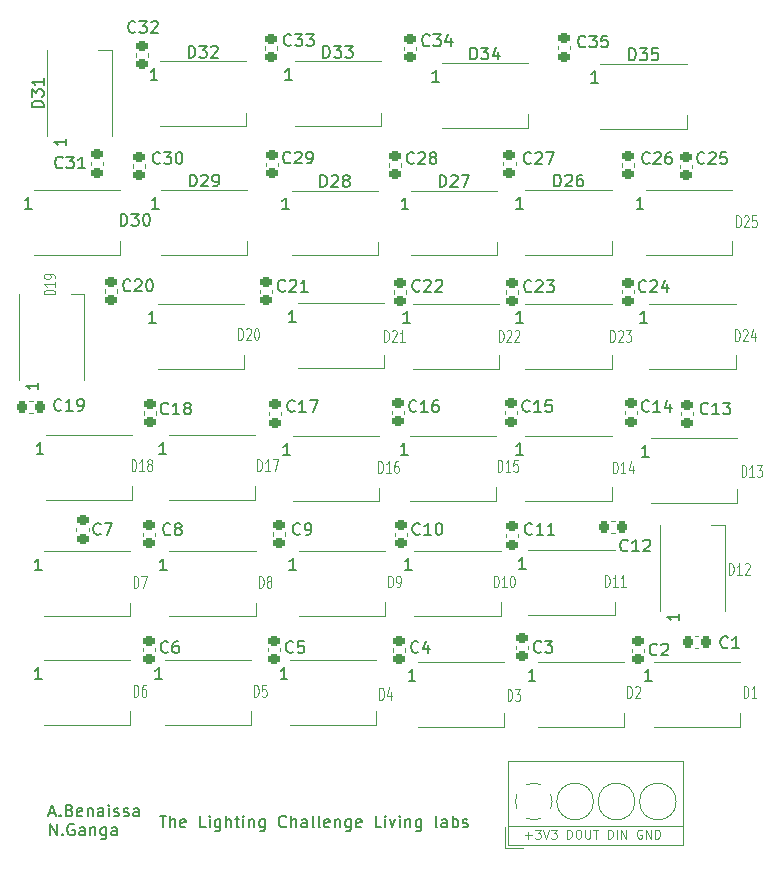
<source format=gto>
G04 #@! TF.GenerationSoftware,KiCad,Pcbnew,7.0.5*
G04 #@! TF.CreationDate,2023-10-10T09:39:28+02:00*
G04 #@! TF.ProjectId,Lichten-PCB,4c696368-7465-46e2-9d50-43422e6b6963,rev?*
G04 #@! TF.SameCoordinates,Original*
G04 #@! TF.FileFunction,Legend,Top*
G04 #@! TF.FilePolarity,Positive*
%FSLAX46Y46*%
G04 Gerber Fmt 4.6, Leading zero omitted, Abs format (unit mm)*
G04 Created by KiCad (PCBNEW 7.0.5) date 2023-10-10 09:39:28*
%MOMM*%
%LPD*%
G01*
G04 APERTURE LIST*
G04 Aperture macros list*
%AMRoundRect*
0 Rectangle with rounded corners*
0 $1 Rounding radius*
0 $2 $3 $4 $5 $6 $7 $8 $9 X,Y pos of 4 corners*
0 Add a 4 corners polygon primitive as box body*
4,1,4,$2,$3,$4,$5,$6,$7,$8,$9,$2,$3,0*
0 Add four circle primitives for the rounded corners*
1,1,$1+$1,$2,$3*
1,1,$1+$1,$4,$5*
1,1,$1+$1,$6,$7*
1,1,$1+$1,$8,$9*
0 Add four rect primitives between the rounded corners*
20,1,$1+$1,$2,$3,$4,$5,0*
20,1,$1+$1,$4,$5,$6,$7,0*
20,1,$1+$1,$6,$7,$8,$9,0*
20,1,$1+$1,$8,$9,$2,$3,0*%
G04 Aperture macros list end*
%ADD10C,0.200000*%
%ADD11C,0.120000*%
%ADD12C,0.150000*%
%ADD13RoundRect,0.225000X0.250000X-0.225000X0.250000X0.225000X-0.250000X0.225000X-0.250000X-0.225000X0*%
%ADD14R,0.900000X1.500000*%
%ADD15R,1.500000X0.900000*%
%ADD16RoundRect,0.225000X0.225000X0.250000X-0.225000X0.250000X-0.225000X-0.250000X0.225000X-0.250000X0*%
%ADD17C,3.800000*%
%ADD18RoundRect,0.225000X-0.225000X-0.250000X0.225000X-0.250000X0.225000X0.250000X-0.225000X0.250000X0*%
%ADD19R,2.400000X2.400000*%
%ADD20C,2.400000*%
G04 APERTURE END LIST*
D10*
X120126816Y-141417219D02*
X120698244Y-141417219D01*
X120412530Y-142417219D02*
X120412530Y-141417219D01*
X121031578Y-142417219D02*
X121031578Y-141417219D01*
X121460149Y-142417219D02*
X121460149Y-141893409D01*
X121460149Y-141893409D02*
X121412530Y-141798171D01*
X121412530Y-141798171D02*
X121317292Y-141750552D01*
X121317292Y-141750552D02*
X121174435Y-141750552D01*
X121174435Y-141750552D02*
X121079197Y-141798171D01*
X121079197Y-141798171D02*
X121031578Y-141845790D01*
X122317292Y-142369600D02*
X122222054Y-142417219D01*
X122222054Y-142417219D02*
X122031578Y-142417219D01*
X122031578Y-142417219D02*
X121936340Y-142369600D01*
X121936340Y-142369600D02*
X121888721Y-142274361D01*
X121888721Y-142274361D02*
X121888721Y-141893409D01*
X121888721Y-141893409D02*
X121936340Y-141798171D01*
X121936340Y-141798171D02*
X122031578Y-141750552D01*
X122031578Y-141750552D02*
X122222054Y-141750552D01*
X122222054Y-141750552D02*
X122317292Y-141798171D01*
X122317292Y-141798171D02*
X122364911Y-141893409D01*
X122364911Y-141893409D02*
X122364911Y-141988647D01*
X122364911Y-141988647D02*
X121888721Y-142083885D01*
X124031578Y-142417219D02*
X123555388Y-142417219D01*
X123555388Y-142417219D02*
X123555388Y-141417219D01*
X124364912Y-142417219D02*
X124364912Y-141750552D01*
X124364912Y-141417219D02*
X124317293Y-141464838D01*
X124317293Y-141464838D02*
X124364912Y-141512457D01*
X124364912Y-141512457D02*
X124412531Y-141464838D01*
X124412531Y-141464838D02*
X124364912Y-141417219D01*
X124364912Y-141417219D02*
X124364912Y-141512457D01*
X125269673Y-141750552D02*
X125269673Y-142560076D01*
X125269673Y-142560076D02*
X125222054Y-142655314D01*
X125222054Y-142655314D02*
X125174435Y-142702933D01*
X125174435Y-142702933D02*
X125079197Y-142750552D01*
X125079197Y-142750552D02*
X124936340Y-142750552D01*
X124936340Y-142750552D02*
X124841102Y-142702933D01*
X125269673Y-142369600D02*
X125174435Y-142417219D01*
X125174435Y-142417219D02*
X124983959Y-142417219D01*
X124983959Y-142417219D02*
X124888721Y-142369600D01*
X124888721Y-142369600D02*
X124841102Y-142321980D01*
X124841102Y-142321980D02*
X124793483Y-142226742D01*
X124793483Y-142226742D02*
X124793483Y-141941028D01*
X124793483Y-141941028D02*
X124841102Y-141845790D01*
X124841102Y-141845790D02*
X124888721Y-141798171D01*
X124888721Y-141798171D02*
X124983959Y-141750552D01*
X124983959Y-141750552D02*
X125174435Y-141750552D01*
X125174435Y-141750552D02*
X125269673Y-141798171D01*
X125745864Y-142417219D02*
X125745864Y-141417219D01*
X126174435Y-142417219D02*
X126174435Y-141893409D01*
X126174435Y-141893409D02*
X126126816Y-141798171D01*
X126126816Y-141798171D02*
X126031578Y-141750552D01*
X126031578Y-141750552D02*
X125888721Y-141750552D01*
X125888721Y-141750552D02*
X125793483Y-141798171D01*
X125793483Y-141798171D02*
X125745864Y-141845790D01*
X126507769Y-141750552D02*
X126888721Y-141750552D01*
X126650626Y-141417219D02*
X126650626Y-142274361D01*
X126650626Y-142274361D02*
X126698245Y-142369600D01*
X126698245Y-142369600D02*
X126793483Y-142417219D01*
X126793483Y-142417219D02*
X126888721Y-142417219D01*
X127222055Y-142417219D02*
X127222055Y-141750552D01*
X127222055Y-141417219D02*
X127174436Y-141464838D01*
X127174436Y-141464838D02*
X127222055Y-141512457D01*
X127222055Y-141512457D02*
X127269674Y-141464838D01*
X127269674Y-141464838D02*
X127222055Y-141417219D01*
X127222055Y-141417219D02*
X127222055Y-141512457D01*
X127698245Y-141750552D02*
X127698245Y-142417219D01*
X127698245Y-141845790D02*
X127745864Y-141798171D01*
X127745864Y-141798171D02*
X127841102Y-141750552D01*
X127841102Y-141750552D02*
X127983959Y-141750552D01*
X127983959Y-141750552D02*
X128079197Y-141798171D01*
X128079197Y-141798171D02*
X128126816Y-141893409D01*
X128126816Y-141893409D02*
X128126816Y-142417219D01*
X129031578Y-141750552D02*
X129031578Y-142560076D01*
X129031578Y-142560076D02*
X128983959Y-142655314D01*
X128983959Y-142655314D02*
X128936340Y-142702933D01*
X128936340Y-142702933D02*
X128841102Y-142750552D01*
X128841102Y-142750552D02*
X128698245Y-142750552D01*
X128698245Y-142750552D02*
X128603007Y-142702933D01*
X129031578Y-142369600D02*
X128936340Y-142417219D01*
X128936340Y-142417219D02*
X128745864Y-142417219D01*
X128745864Y-142417219D02*
X128650626Y-142369600D01*
X128650626Y-142369600D02*
X128603007Y-142321980D01*
X128603007Y-142321980D02*
X128555388Y-142226742D01*
X128555388Y-142226742D02*
X128555388Y-141941028D01*
X128555388Y-141941028D02*
X128603007Y-141845790D01*
X128603007Y-141845790D02*
X128650626Y-141798171D01*
X128650626Y-141798171D02*
X128745864Y-141750552D01*
X128745864Y-141750552D02*
X128936340Y-141750552D01*
X128936340Y-141750552D02*
X129031578Y-141798171D01*
X130841102Y-142321980D02*
X130793483Y-142369600D01*
X130793483Y-142369600D02*
X130650626Y-142417219D01*
X130650626Y-142417219D02*
X130555388Y-142417219D01*
X130555388Y-142417219D02*
X130412531Y-142369600D01*
X130412531Y-142369600D02*
X130317293Y-142274361D01*
X130317293Y-142274361D02*
X130269674Y-142179123D01*
X130269674Y-142179123D02*
X130222055Y-141988647D01*
X130222055Y-141988647D02*
X130222055Y-141845790D01*
X130222055Y-141845790D02*
X130269674Y-141655314D01*
X130269674Y-141655314D02*
X130317293Y-141560076D01*
X130317293Y-141560076D02*
X130412531Y-141464838D01*
X130412531Y-141464838D02*
X130555388Y-141417219D01*
X130555388Y-141417219D02*
X130650626Y-141417219D01*
X130650626Y-141417219D02*
X130793483Y-141464838D01*
X130793483Y-141464838D02*
X130841102Y-141512457D01*
X131269674Y-142417219D02*
X131269674Y-141417219D01*
X131698245Y-142417219D02*
X131698245Y-141893409D01*
X131698245Y-141893409D02*
X131650626Y-141798171D01*
X131650626Y-141798171D02*
X131555388Y-141750552D01*
X131555388Y-141750552D02*
X131412531Y-141750552D01*
X131412531Y-141750552D02*
X131317293Y-141798171D01*
X131317293Y-141798171D02*
X131269674Y-141845790D01*
X132603007Y-142417219D02*
X132603007Y-141893409D01*
X132603007Y-141893409D02*
X132555388Y-141798171D01*
X132555388Y-141798171D02*
X132460150Y-141750552D01*
X132460150Y-141750552D02*
X132269674Y-141750552D01*
X132269674Y-141750552D02*
X132174436Y-141798171D01*
X132603007Y-142369600D02*
X132507769Y-142417219D01*
X132507769Y-142417219D02*
X132269674Y-142417219D01*
X132269674Y-142417219D02*
X132174436Y-142369600D01*
X132174436Y-142369600D02*
X132126817Y-142274361D01*
X132126817Y-142274361D02*
X132126817Y-142179123D01*
X132126817Y-142179123D02*
X132174436Y-142083885D01*
X132174436Y-142083885D02*
X132269674Y-142036266D01*
X132269674Y-142036266D02*
X132507769Y-142036266D01*
X132507769Y-142036266D02*
X132603007Y-141988647D01*
X133222055Y-142417219D02*
X133126817Y-142369600D01*
X133126817Y-142369600D02*
X133079198Y-142274361D01*
X133079198Y-142274361D02*
X133079198Y-141417219D01*
X133745865Y-142417219D02*
X133650627Y-142369600D01*
X133650627Y-142369600D02*
X133603008Y-142274361D01*
X133603008Y-142274361D02*
X133603008Y-141417219D01*
X134507770Y-142369600D02*
X134412532Y-142417219D01*
X134412532Y-142417219D02*
X134222056Y-142417219D01*
X134222056Y-142417219D02*
X134126818Y-142369600D01*
X134126818Y-142369600D02*
X134079199Y-142274361D01*
X134079199Y-142274361D02*
X134079199Y-141893409D01*
X134079199Y-141893409D02*
X134126818Y-141798171D01*
X134126818Y-141798171D02*
X134222056Y-141750552D01*
X134222056Y-141750552D02*
X134412532Y-141750552D01*
X134412532Y-141750552D02*
X134507770Y-141798171D01*
X134507770Y-141798171D02*
X134555389Y-141893409D01*
X134555389Y-141893409D02*
X134555389Y-141988647D01*
X134555389Y-141988647D02*
X134079199Y-142083885D01*
X134983961Y-141750552D02*
X134983961Y-142417219D01*
X134983961Y-141845790D02*
X135031580Y-141798171D01*
X135031580Y-141798171D02*
X135126818Y-141750552D01*
X135126818Y-141750552D02*
X135269675Y-141750552D01*
X135269675Y-141750552D02*
X135364913Y-141798171D01*
X135364913Y-141798171D02*
X135412532Y-141893409D01*
X135412532Y-141893409D02*
X135412532Y-142417219D01*
X136317294Y-141750552D02*
X136317294Y-142560076D01*
X136317294Y-142560076D02*
X136269675Y-142655314D01*
X136269675Y-142655314D02*
X136222056Y-142702933D01*
X136222056Y-142702933D02*
X136126818Y-142750552D01*
X136126818Y-142750552D02*
X135983961Y-142750552D01*
X135983961Y-142750552D02*
X135888723Y-142702933D01*
X136317294Y-142369600D02*
X136222056Y-142417219D01*
X136222056Y-142417219D02*
X136031580Y-142417219D01*
X136031580Y-142417219D02*
X135936342Y-142369600D01*
X135936342Y-142369600D02*
X135888723Y-142321980D01*
X135888723Y-142321980D02*
X135841104Y-142226742D01*
X135841104Y-142226742D02*
X135841104Y-141941028D01*
X135841104Y-141941028D02*
X135888723Y-141845790D01*
X135888723Y-141845790D02*
X135936342Y-141798171D01*
X135936342Y-141798171D02*
X136031580Y-141750552D01*
X136031580Y-141750552D02*
X136222056Y-141750552D01*
X136222056Y-141750552D02*
X136317294Y-141798171D01*
X137174437Y-142369600D02*
X137079199Y-142417219D01*
X137079199Y-142417219D02*
X136888723Y-142417219D01*
X136888723Y-142417219D02*
X136793485Y-142369600D01*
X136793485Y-142369600D02*
X136745866Y-142274361D01*
X136745866Y-142274361D02*
X136745866Y-141893409D01*
X136745866Y-141893409D02*
X136793485Y-141798171D01*
X136793485Y-141798171D02*
X136888723Y-141750552D01*
X136888723Y-141750552D02*
X137079199Y-141750552D01*
X137079199Y-141750552D02*
X137174437Y-141798171D01*
X137174437Y-141798171D02*
X137222056Y-141893409D01*
X137222056Y-141893409D02*
X137222056Y-141988647D01*
X137222056Y-141988647D02*
X136745866Y-142083885D01*
X138888723Y-142417219D02*
X138412533Y-142417219D01*
X138412533Y-142417219D02*
X138412533Y-141417219D01*
X139222057Y-142417219D02*
X139222057Y-141750552D01*
X139222057Y-141417219D02*
X139174438Y-141464838D01*
X139174438Y-141464838D02*
X139222057Y-141512457D01*
X139222057Y-141512457D02*
X139269676Y-141464838D01*
X139269676Y-141464838D02*
X139222057Y-141417219D01*
X139222057Y-141417219D02*
X139222057Y-141512457D01*
X139603009Y-141750552D02*
X139841104Y-142417219D01*
X139841104Y-142417219D02*
X140079199Y-141750552D01*
X140460152Y-142417219D02*
X140460152Y-141750552D01*
X140460152Y-141417219D02*
X140412533Y-141464838D01*
X140412533Y-141464838D02*
X140460152Y-141512457D01*
X140460152Y-141512457D02*
X140507771Y-141464838D01*
X140507771Y-141464838D02*
X140460152Y-141417219D01*
X140460152Y-141417219D02*
X140460152Y-141512457D01*
X140936342Y-141750552D02*
X140936342Y-142417219D01*
X140936342Y-141845790D02*
X140983961Y-141798171D01*
X140983961Y-141798171D02*
X141079199Y-141750552D01*
X141079199Y-141750552D02*
X141222056Y-141750552D01*
X141222056Y-141750552D02*
X141317294Y-141798171D01*
X141317294Y-141798171D02*
X141364913Y-141893409D01*
X141364913Y-141893409D02*
X141364913Y-142417219D01*
X142269675Y-141750552D02*
X142269675Y-142560076D01*
X142269675Y-142560076D02*
X142222056Y-142655314D01*
X142222056Y-142655314D02*
X142174437Y-142702933D01*
X142174437Y-142702933D02*
X142079199Y-142750552D01*
X142079199Y-142750552D02*
X141936342Y-142750552D01*
X141936342Y-142750552D02*
X141841104Y-142702933D01*
X142269675Y-142369600D02*
X142174437Y-142417219D01*
X142174437Y-142417219D02*
X141983961Y-142417219D01*
X141983961Y-142417219D02*
X141888723Y-142369600D01*
X141888723Y-142369600D02*
X141841104Y-142321980D01*
X141841104Y-142321980D02*
X141793485Y-142226742D01*
X141793485Y-142226742D02*
X141793485Y-141941028D01*
X141793485Y-141941028D02*
X141841104Y-141845790D01*
X141841104Y-141845790D02*
X141888723Y-141798171D01*
X141888723Y-141798171D02*
X141983961Y-141750552D01*
X141983961Y-141750552D02*
X142174437Y-141750552D01*
X142174437Y-141750552D02*
X142269675Y-141798171D01*
X143650628Y-142417219D02*
X143555390Y-142369600D01*
X143555390Y-142369600D02*
X143507771Y-142274361D01*
X143507771Y-142274361D02*
X143507771Y-141417219D01*
X144460152Y-142417219D02*
X144460152Y-141893409D01*
X144460152Y-141893409D02*
X144412533Y-141798171D01*
X144412533Y-141798171D02*
X144317295Y-141750552D01*
X144317295Y-141750552D02*
X144126819Y-141750552D01*
X144126819Y-141750552D02*
X144031581Y-141798171D01*
X144460152Y-142369600D02*
X144364914Y-142417219D01*
X144364914Y-142417219D02*
X144126819Y-142417219D01*
X144126819Y-142417219D02*
X144031581Y-142369600D01*
X144031581Y-142369600D02*
X143983962Y-142274361D01*
X143983962Y-142274361D02*
X143983962Y-142179123D01*
X143983962Y-142179123D02*
X144031581Y-142083885D01*
X144031581Y-142083885D02*
X144126819Y-142036266D01*
X144126819Y-142036266D02*
X144364914Y-142036266D01*
X144364914Y-142036266D02*
X144460152Y-141988647D01*
X144936343Y-142417219D02*
X144936343Y-141417219D01*
X144936343Y-141798171D02*
X145031581Y-141750552D01*
X145031581Y-141750552D02*
X145222057Y-141750552D01*
X145222057Y-141750552D02*
X145317295Y-141798171D01*
X145317295Y-141798171D02*
X145364914Y-141845790D01*
X145364914Y-141845790D02*
X145412533Y-141941028D01*
X145412533Y-141941028D02*
X145412533Y-142226742D01*
X145412533Y-142226742D02*
X145364914Y-142321980D01*
X145364914Y-142321980D02*
X145317295Y-142369600D01*
X145317295Y-142369600D02*
X145222057Y-142417219D01*
X145222057Y-142417219D02*
X145031581Y-142417219D01*
X145031581Y-142417219D02*
X144936343Y-142369600D01*
X145793486Y-142369600D02*
X145888724Y-142417219D01*
X145888724Y-142417219D02*
X146079200Y-142417219D01*
X146079200Y-142417219D02*
X146174438Y-142369600D01*
X146174438Y-142369600D02*
X146222057Y-142274361D01*
X146222057Y-142274361D02*
X146222057Y-142226742D01*
X146222057Y-142226742D02*
X146174438Y-142131504D01*
X146174438Y-142131504D02*
X146079200Y-142083885D01*
X146079200Y-142083885D02*
X145936343Y-142083885D01*
X145936343Y-142083885D02*
X145841105Y-142036266D01*
X145841105Y-142036266D02*
X145793486Y-141941028D01*
X145793486Y-141941028D02*
X145793486Y-141893409D01*
X145793486Y-141893409D02*
X145841105Y-141798171D01*
X145841105Y-141798171D02*
X145936343Y-141750552D01*
X145936343Y-141750552D02*
X146079200Y-141750552D01*
X146079200Y-141750552D02*
X146174438Y-141798171D01*
D11*
X151057518Y-143076260D02*
X151628947Y-143076260D01*
X151343232Y-143361974D02*
X151343232Y-142790545D01*
X151914660Y-142611974D02*
X152378946Y-142611974D01*
X152378946Y-142611974D02*
X152128946Y-142897688D01*
X152128946Y-142897688D02*
X152236089Y-142897688D01*
X152236089Y-142897688D02*
X152307518Y-142933402D01*
X152307518Y-142933402D02*
X152343232Y-142969117D01*
X152343232Y-142969117D02*
X152378946Y-143040545D01*
X152378946Y-143040545D02*
X152378946Y-143219117D01*
X152378946Y-143219117D02*
X152343232Y-143290545D01*
X152343232Y-143290545D02*
X152307518Y-143326260D01*
X152307518Y-143326260D02*
X152236089Y-143361974D01*
X152236089Y-143361974D02*
X152021803Y-143361974D01*
X152021803Y-143361974D02*
X151950375Y-143326260D01*
X151950375Y-143326260D02*
X151914660Y-143290545D01*
X152593232Y-142611974D02*
X152843232Y-143361974D01*
X152843232Y-143361974D02*
X153093232Y-142611974D01*
X153271803Y-142611974D02*
X153736089Y-142611974D01*
X153736089Y-142611974D02*
X153486089Y-142897688D01*
X153486089Y-142897688D02*
X153593232Y-142897688D01*
X153593232Y-142897688D02*
X153664661Y-142933402D01*
X153664661Y-142933402D02*
X153700375Y-142969117D01*
X153700375Y-142969117D02*
X153736089Y-143040545D01*
X153736089Y-143040545D02*
X153736089Y-143219117D01*
X153736089Y-143219117D02*
X153700375Y-143290545D01*
X153700375Y-143290545D02*
X153664661Y-143326260D01*
X153664661Y-143326260D02*
X153593232Y-143361974D01*
X153593232Y-143361974D02*
X153378946Y-143361974D01*
X153378946Y-143361974D02*
X153307518Y-143326260D01*
X153307518Y-143326260D02*
X153271803Y-143290545D01*
X154628947Y-143361974D02*
X154628947Y-142611974D01*
X154628947Y-142611974D02*
X154807518Y-142611974D01*
X154807518Y-142611974D02*
X154914661Y-142647688D01*
X154914661Y-142647688D02*
X154986090Y-142719117D01*
X154986090Y-142719117D02*
X155021804Y-142790545D01*
X155021804Y-142790545D02*
X155057518Y-142933402D01*
X155057518Y-142933402D02*
X155057518Y-143040545D01*
X155057518Y-143040545D02*
X155021804Y-143183402D01*
X155021804Y-143183402D02*
X154986090Y-143254831D01*
X154986090Y-143254831D02*
X154914661Y-143326260D01*
X154914661Y-143326260D02*
X154807518Y-143361974D01*
X154807518Y-143361974D02*
X154628947Y-143361974D01*
X155521804Y-142611974D02*
X155664661Y-142611974D01*
X155664661Y-142611974D02*
X155736090Y-142647688D01*
X155736090Y-142647688D02*
X155807518Y-142719117D01*
X155807518Y-142719117D02*
X155843233Y-142861974D01*
X155843233Y-142861974D02*
X155843233Y-143111974D01*
X155843233Y-143111974D02*
X155807518Y-143254831D01*
X155807518Y-143254831D02*
X155736090Y-143326260D01*
X155736090Y-143326260D02*
X155664661Y-143361974D01*
X155664661Y-143361974D02*
X155521804Y-143361974D01*
X155521804Y-143361974D02*
X155450376Y-143326260D01*
X155450376Y-143326260D02*
X155378947Y-143254831D01*
X155378947Y-143254831D02*
X155343233Y-143111974D01*
X155343233Y-143111974D02*
X155343233Y-142861974D01*
X155343233Y-142861974D02*
X155378947Y-142719117D01*
X155378947Y-142719117D02*
X155450376Y-142647688D01*
X155450376Y-142647688D02*
X155521804Y-142611974D01*
X156164661Y-142611974D02*
X156164661Y-143219117D01*
X156164661Y-143219117D02*
X156200375Y-143290545D01*
X156200375Y-143290545D02*
X156236090Y-143326260D01*
X156236090Y-143326260D02*
X156307518Y-143361974D01*
X156307518Y-143361974D02*
X156450375Y-143361974D01*
X156450375Y-143361974D02*
X156521804Y-143326260D01*
X156521804Y-143326260D02*
X156557518Y-143290545D01*
X156557518Y-143290545D02*
X156593232Y-143219117D01*
X156593232Y-143219117D02*
X156593232Y-142611974D01*
X156843232Y-142611974D02*
X157271804Y-142611974D01*
X157057518Y-143361974D02*
X157057518Y-142611974D01*
X158093233Y-143361974D02*
X158093233Y-142611974D01*
X158093233Y-142611974D02*
X158271804Y-142611974D01*
X158271804Y-142611974D02*
X158378947Y-142647688D01*
X158378947Y-142647688D02*
X158450376Y-142719117D01*
X158450376Y-142719117D02*
X158486090Y-142790545D01*
X158486090Y-142790545D02*
X158521804Y-142933402D01*
X158521804Y-142933402D02*
X158521804Y-143040545D01*
X158521804Y-143040545D02*
X158486090Y-143183402D01*
X158486090Y-143183402D02*
X158450376Y-143254831D01*
X158450376Y-143254831D02*
X158378947Y-143326260D01*
X158378947Y-143326260D02*
X158271804Y-143361974D01*
X158271804Y-143361974D02*
X158093233Y-143361974D01*
X158843233Y-143361974D02*
X158843233Y-142611974D01*
X159200376Y-143361974D02*
X159200376Y-142611974D01*
X159200376Y-142611974D02*
X159628947Y-143361974D01*
X159628947Y-143361974D02*
X159628947Y-142611974D01*
X160950376Y-142647688D02*
X160878948Y-142611974D01*
X160878948Y-142611974D02*
X160771805Y-142611974D01*
X160771805Y-142611974D02*
X160664662Y-142647688D01*
X160664662Y-142647688D02*
X160593233Y-142719117D01*
X160593233Y-142719117D02*
X160557519Y-142790545D01*
X160557519Y-142790545D02*
X160521805Y-142933402D01*
X160521805Y-142933402D02*
X160521805Y-143040545D01*
X160521805Y-143040545D02*
X160557519Y-143183402D01*
X160557519Y-143183402D02*
X160593233Y-143254831D01*
X160593233Y-143254831D02*
X160664662Y-143326260D01*
X160664662Y-143326260D02*
X160771805Y-143361974D01*
X160771805Y-143361974D02*
X160843233Y-143361974D01*
X160843233Y-143361974D02*
X160950376Y-143326260D01*
X160950376Y-143326260D02*
X160986090Y-143290545D01*
X160986090Y-143290545D02*
X160986090Y-143040545D01*
X160986090Y-143040545D02*
X160843233Y-143040545D01*
X161307519Y-143361974D02*
X161307519Y-142611974D01*
X161307519Y-142611974D02*
X161736090Y-143361974D01*
X161736090Y-143361974D02*
X161736090Y-142611974D01*
X162093233Y-143361974D02*
X162093233Y-142611974D01*
X162093233Y-142611974D02*
X162271804Y-142611974D01*
X162271804Y-142611974D02*
X162378947Y-142647688D01*
X162378947Y-142647688D02*
X162450376Y-142719117D01*
X162450376Y-142719117D02*
X162486090Y-142790545D01*
X162486090Y-142790545D02*
X162521804Y-142933402D01*
X162521804Y-142933402D02*
X162521804Y-143040545D01*
X162521804Y-143040545D02*
X162486090Y-143183402D01*
X162486090Y-143183402D02*
X162450376Y-143254831D01*
X162450376Y-143254831D02*
X162378947Y-143326260D01*
X162378947Y-143326260D02*
X162271804Y-143361974D01*
X162271804Y-143361974D02*
X162093233Y-143361974D01*
D12*
X110789160Y-141199104D02*
X111265350Y-141199104D01*
X110693922Y-141484819D02*
X111027255Y-140484819D01*
X111027255Y-140484819D02*
X111360588Y-141484819D01*
X111693922Y-141389580D02*
X111741541Y-141437200D01*
X111741541Y-141437200D02*
X111693922Y-141484819D01*
X111693922Y-141484819D02*
X111646303Y-141437200D01*
X111646303Y-141437200D02*
X111693922Y-141389580D01*
X111693922Y-141389580D02*
X111693922Y-141484819D01*
X112503445Y-140961009D02*
X112646302Y-141008628D01*
X112646302Y-141008628D02*
X112693921Y-141056247D01*
X112693921Y-141056247D02*
X112741540Y-141151485D01*
X112741540Y-141151485D02*
X112741540Y-141294342D01*
X112741540Y-141294342D02*
X112693921Y-141389580D01*
X112693921Y-141389580D02*
X112646302Y-141437200D01*
X112646302Y-141437200D02*
X112551064Y-141484819D01*
X112551064Y-141484819D02*
X112170112Y-141484819D01*
X112170112Y-141484819D02*
X112170112Y-140484819D01*
X112170112Y-140484819D02*
X112503445Y-140484819D01*
X112503445Y-140484819D02*
X112598683Y-140532438D01*
X112598683Y-140532438D02*
X112646302Y-140580057D01*
X112646302Y-140580057D02*
X112693921Y-140675295D01*
X112693921Y-140675295D02*
X112693921Y-140770533D01*
X112693921Y-140770533D02*
X112646302Y-140865771D01*
X112646302Y-140865771D02*
X112598683Y-140913390D01*
X112598683Y-140913390D02*
X112503445Y-140961009D01*
X112503445Y-140961009D02*
X112170112Y-140961009D01*
X113551064Y-141437200D02*
X113455826Y-141484819D01*
X113455826Y-141484819D02*
X113265350Y-141484819D01*
X113265350Y-141484819D02*
X113170112Y-141437200D01*
X113170112Y-141437200D02*
X113122493Y-141341961D01*
X113122493Y-141341961D02*
X113122493Y-140961009D01*
X113122493Y-140961009D02*
X113170112Y-140865771D01*
X113170112Y-140865771D02*
X113265350Y-140818152D01*
X113265350Y-140818152D02*
X113455826Y-140818152D01*
X113455826Y-140818152D02*
X113551064Y-140865771D01*
X113551064Y-140865771D02*
X113598683Y-140961009D01*
X113598683Y-140961009D02*
X113598683Y-141056247D01*
X113598683Y-141056247D02*
X113122493Y-141151485D01*
X114027255Y-140818152D02*
X114027255Y-141484819D01*
X114027255Y-140913390D02*
X114074874Y-140865771D01*
X114074874Y-140865771D02*
X114170112Y-140818152D01*
X114170112Y-140818152D02*
X114312969Y-140818152D01*
X114312969Y-140818152D02*
X114408207Y-140865771D01*
X114408207Y-140865771D02*
X114455826Y-140961009D01*
X114455826Y-140961009D02*
X114455826Y-141484819D01*
X115360588Y-141484819D02*
X115360588Y-140961009D01*
X115360588Y-140961009D02*
X115312969Y-140865771D01*
X115312969Y-140865771D02*
X115217731Y-140818152D01*
X115217731Y-140818152D02*
X115027255Y-140818152D01*
X115027255Y-140818152D02*
X114932017Y-140865771D01*
X115360588Y-141437200D02*
X115265350Y-141484819D01*
X115265350Y-141484819D02*
X115027255Y-141484819D01*
X115027255Y-141484819D02*
X114932017Y-141437200D01*
X114932017Y-141437200D02*
X114884398Y-141341961D01*
X114884398Y-141341961D02*
X114884398Y-141246723D01*
X114884398Y-141246723D02*
X114932017Y-141151485D01*
X114932017Y-141151485D02*
X115027255Y-141103866D01*
X115027255Y-141103866D02*
X115265350Y-141103866D01*
X115265350Y-141103866D02*
X115360588Y-141056247D01*
X115836779Y-141484819D02*
X115836779Y-140818152D01*
X115836779Y-140484819D02*
X115789160Y-140532438D01*
X115789160Y-140532438D02*
X115836779Y-140580057D01*
X115836779Y-140580057D02*
X115884398Y-140532438D01*
X115884398Y-140532438D02*
X115836779Y-140484819D01*
X115836779Y-140484819D02*
X115836779Y-140580057D01*
X116265350Y-141437200D02*
X116360588Y-141484819D01*
X116360588Y-141484819D02*
X116551064Y-141484819D01*
X116551064Y-141484819D02*
X116646302Y-141437200D01*
X116646302Y-141437200D02*
X116693921Y-141341961D01*
X116693921Y-141341961D02*
X116693921Y-141294342D01*
X116693921Y-141294342D02*
X116646302Y-141199104D01*
X116646302Y-141199104D02*
X116551064Y-141151485D01*
X116551064Y-141151485D02*
X116408207Y-141151485D01*
X116408207Y-141151485D02*
X116312969Y-141103866D01*
X116312969Y-141103866D02*
X116265350Y-141008628D01*
X116265350Y-141008628D02*
X116265350Y-140961009D01*
X116265350Y-140961009D02*
X116312969Y-140865771D01*
X116312969Y-140865771D02*
X116408207Y-140818152D01*
X116408207Y-140818152D02*
X116551064Y-140818152D01*
X116551064Y-140818152D02*
X116646302Y-140865771D01*
X117074874Y-141437200D02*
X117170112Y-141484819D01*
X117170112Y-141484819D02*
X117360588Y-141484819D01*
X117360588Y-141484819D02*
X117455826Y-141437200D01*
X117455826Y-141437200D02*
X117503445Y-141341961D01*
X117503445Y-141341961D02*
X117503445Y-141294342D01*
X117503445Y-141294342D02*
X117455826Y-141199104D01*
X117455826Y-141199104D02*
X117360588Y-141151485D01*
X117360588Y-141151485D02*
X117217731Y-141151485D01*
X117217731Y-141151485D02*
X117122493Y-141103866D01*
X117122493Y-141103866D02*
X117074874Y-141008628D01*
X117074874Y-141008628D02*
X117074874Y-140961009D01*
X117074874Y-140961009D02*
X117122493Y-140865771D01*
X117122493Y-140865771D02*
X117217731Y-140818152D01*
X117217731Y-140818152D02*
X117360588Y-140818152D01*
X117360588Y-140818152D02*
X117455826Y-140865771D01*
X118360588Y-141484819D02*
X118360588Y-140961009D01*
X118360588Y-140961009D02*
X118312969Y-140865771D01*
X118312969Y-140865771D02*
X118217731Y-140818152D01*
X118217731Y-140818152D02*
X118027255Y-140818152D01*
X118027255Y-140818152D02*
X117932017Y-140865771D01*
X118360588Y-141437200D02*
X118265350Y-141484819D01*
X118265350Y-141484819D02*
X118027255Y-141484819D01*
X118027255Y-141484819D02*
X117932017Y-141437200D01*
X117932017Y-141437200D02*
X117884398Y-141341961D01*
X117884398Y-141341961D02*
X117884398Y-141246723D01*
X117884398Y-141246723D02*
X117932017Y-141151485D01*
X117932017Y-141151485D02*
X118027255Y-141103866D01*
X118027255Y-141103866D02*
X118265350Y-141103866D01*
X118265350Y-141103866D02*
X118360588Y-141056247D01*
X110836779Y-143094819D02*
X110836779Y-142094819D01*
X110836779Y-142094819D02*
X111408207Y-143094819D01*
X111408207Y-143094819D02*
X111408207Y-142094819D01*
X111884398Y-142999580D02*
X111932017Y-143047200D01*
X111932017Y-143047200D02*
X111884398Y-143094819D01*
X111884398Y-143094819D02*
X111836779Y-143047200D01*
X111836779Y-143047200D02*
X111884398Y-142999580D01*
X111884398Y-142999580D02*
X111884398Y-143094819D01*
X112884397Y-142142438D02*
X112789159Y-142094819D01*
X112789159Y-142094819D02*
X112646302Y-142094819D01*
X112646302Y-142094819D02*
X112503445Y-142142438D01*
X112503445Y-142142438D02*
X112408207Y-142237676D01*
X112408207Y-142237676D02*
X112360588Y-142332914D01*
X112360588Y-142332914D02*
X112312969Y-142523390D01*
X112312969Y-142523390D02*
X112312969Y-142666247D01*
X112312969Y-142666247D02*
X112360588Y-142856723D01*
X112360588Y-142856723D02*
X112408207Y-142951961D01*
X112408207Y-142951961D02*
X112503445Y-143047200D01*
X112503445Y-143047200D02*
X112646302Y-143094819D01*
X112646302Y-143094819D02*
X112741540Y-143094819D01*
X112741540Y-143094819D02*
X112884397Y-143047200D01*
X112884397Y-143047200D02*
X112932016Y-142999580D01*
X112932016Y-142999580D02*
X112932016Y-142666247D01*
X112932016Y-142666247D02*
X112741540Y-142666247D01*
X113789159Y-143094819D02*
X113789159Y-142571009D01*
X113789159Y-142571009D02*
X113741540Y-142475771D01*
X113741540Y-142475771D02*
X113646302Y-142428152D01*
X113646302Y-142428152D02*
X113455826Y-142428152D01*
X113455826Y-142428152D02*
X113360588Y-142475771D01*
X113789159Y-143047200D02*
X113693921Y-143094819D01*
X113693921Y-143094819D02*
X113455826Y-143094819D01*
X113455826Y-143094819D02*
X113360588Y-143047200D01*
X113360588Y-143047200D02*
X113312969Y-142951961D01*
X113312969Y-142951961D02*
X113312969Y-142856723D01*
X113312969Y-142856723D02*
X113360588Y-142761485D01*
X113360588Y-142761485D02*
X113455826Y-142713866D01*
X113455826Y-142713866D02*
X113693921Y-142713866D01*
X113693921Y-142713866D02*
X113789159Y-142666247D01*
X114265350Y-142428152D02*
X114265350Y-143094819D01*
X114265350Y-142523390D02*
X114312969Y-142475771D01*
X114312969Y-142475771D02*
X114408207Y-142428152D01*
X114408207Y-142428152D02*
X114551064Y-142428152D01*
X114551064Y-142428152D02*
X114646302Y-142475771D01*
X114646302Y-142475771D02*
X114693921Y-142571009D01*
X114693921Y-142571009D02*
X114693921Y-143094819D01*
X115598683Y-142428152D02*
X115598683Y-143237676D01*
X115598683Y-143237676D02*
X115551064Y-143332914D01*
X115551064Y-143332914D02*
X115503445Y-143380533D01*
X115503445Y-143380533D02*
X115408207Y-143428152D01*
X115408207Y-143428152D02*
X115265350Y-143428152D01*
X115265350Y-143428152D02*
X115170112Y-143380533D01*
X115598683Y-143047200D02*
X115503445Y-143094819D01*
X115503445Y-143094819D02*
X115312969Y-143094819D01*
X115312969Y-143094819D02*
X115217731Y-143047200D01*
X115217731Y-143047200D02*
X115170112Y-142999580D01*
X115170112Y-142999580D02*
X115122493Y-142904342D01*
X115122493Y-142904342D02*
X115122493Y-142618628D01*
X115122493Y-142618628D02*
X115170112Y-142523390D01*
X115170112Y-142523390D02*
X115217731Y-142475771D01*
X115217731Y-142475771D02*
X115312969Y-142428152D01*
X115312969Y-142428152D02*
X115503445Y-142428152D01*
X115503445Y-142428152D02*
X115598683Y-142475771D01*
X116503445Y-143094819D02*
X116503445Y-142571009D01*
X116503445Y-142571009D02*
X116455826Y-142475771D01*
X116455826Y-142475771D02*
X116360588Y-142428152D01*
X116360588Y-142428152D02*
X116170112Y-142428152D01*
X116170112Y-142428152D02*
X116074874Y-142475771D01*
X116503445Y-143047200D02*
X116408207Y-143094819D01*
X116408207Y-143094819D02*
X116170112Y-143094819D01*
X116170112Y-143094819D02*
X116074874Y-143047200D01*
X116074874Y-143047200D02*
X116027255Y-142951961D01*
X116027255Y-142951961D02*
X116027255Y-142856723D01*
X116027255Y-142856723D02*
X116074874Y-142761485D01*
X116074874Y-142761485D02*
X116170112Y-142713866D01*
X116170112Y-142713866D02*
X116408207Y-142713866D01*
X116408207Y-142713866D02*
X116503445Y-142666247D01*
X142157142Y-96959580D02*
X142109523Y-97007200D01*
X142109523Y-97007200D02*
X141966666Y-97054819D01*
X141966666Y-97054819D02*
X141871428Y-97054819D01*
X141871428Y-97054819D02*
X141728571Y-97007200D01*
X141728571Y-97007200D02*
X141633333Y-96911961D01*
X141633333Y-96911961D02*
X141585714Y-96816723D01*
X141585714Y-96816723D02*
X141538095Y-96626247D01*
X141538095Y-96626247D02*
X141538095Y-96483390D01*
X141538095Y-96483390D02*
X141585714Y-96292914D01*
X141585714Y-96292914D02*
X141633333Y-96197676D01*
X141633333Y-96197676D02*
X141728571Y-96102438D01*
X141728571Y-96102438D02*
X141871428Y-96054819D01*
X141871428Y-96054819D02*
X141966666Y-96054819D01*
X141966666Y-96054819D02*
X142109523Y-96102438D01*
X142109523Y-96102438D02*
X142157142Y-96150057D01*
X142538095Y-96150057D02*
X142585714Y-96102438D01*
X142585714Y-96102438D02*
X142680952Y-96054819D01*
X142680952Y-96054819D02*
X142919047Y-96054819D01*
X142919047Y-96054819D02*
X143014285Y-96102438D01*
X143014285Y-96102438D02*
X143061904Y-96150057D01*
X143061904Y-96150057D02*
X143109523Y-96245295D01*
X143109523Y-96245295D02*
X143109523Y-96340533D01*
X143109523Y-96340533D02*
X143061904Y-96483390D01*
X143061904Y-96483390D02*
X142490476Y-97054819D01*
X142490476Y-97054819D02*
X143109523Y-97054819D01*
X143490476Y-96150057D02*
X143538095Y-96102438D01*
X143538095Y-96102438D02*
X143633333Y-96054819D01*
X143633333Y-96054819D02*
X143871428Y-96054819D01*
X143871428Y-96054819D02*
X143966666Y-96102438D01*
X143966666Y-96102438D02*
X144014285Y-96150057D01*
X144014285Y-96150057D02*
X144061904Y-96245295D01*
X144061904Y-96245295D02*
X144061904Y-96340533D01*
X144061904Y-96340533D02*
X144014285Y-96483390D01*
X144014285Y-96483390D02*
X143442857Y-97054819D01*
X143442857Y-97054819D02*
X144061904Y-97054819D01*
X110304819Y-81464285D02*
X109304819Y-81464285D01*
X109304819Y-81464285D02*
X109304819Y-81226190D01*
X109304819Y-81226190D02*
X109352438Y-81083333D01*
X109352438Y-81083333D02*
X109447676Y-80988095D01*
X109447676Y-80988095D02*
X109542914Y-80940476D01*
X109542914Y-80940476D02*
X109733390Y-80892857D01*
X109733390Y-80892857D02*
X109876247Y-80892857D01*
X109876247Y-80892857D02*
X110066723Y-80940476D01*
X110066723Y-80940476D02*
X110161961Y-80988095D01*
X110161961Y-80988095D02*
X110257200Y-81083333D01*
X110257200Y-81083333D02*
X110304819Y-81226190D01*
X110304819Y-81226190D02*
X110304819Y-81464285D01*
X109304819Y-80559523D02*
X109304819Y-79940476D01*
X109304819Y-79940476D02*
X109685771Y-80273809D01*
X109685771Y-80273809D02*
X109685771Y-80130952D01*
X109685771Y-80130952D02*
X109733390Y-80035714D01*
X109733390Y-80035714D02*
X109781009Y-79988095D01*
X109781009Y-79988095D02*
X109876247Y-79940476D01*
X109876247Y-79940476D02*
X110114342Y-79940476D01*
X110114342Y-79940476D02*
X110209580Y-79988095D01*
X110209580Y-79988095D02*
X110257200Y-80035714D01*
X110257200Y-80035714D02*
X110304819Y-80130952D01*
X110304819Y-80130952D02*
X110304819Y-80416666D01*
X110304819Y-80416666D02*
X110257200Y-80511904D01*
X110257200Y-80511904D02*
X110209580Y-80559523D01*
X110304819Y-78988095D02*
X110304819Y-79559523D01*
X110304819Y-79273809D02*
X109304819Y-79273809D01*
X109304819Y-79273809D02*
X109447676Y-79369047D01*
X109447676Y-79369047D02*
X109542914Y-79464285D01*
X109542914Y-79464285D02*
X109590533Y-79559523D01*
X112204819Y-84114285D02*
X112204819Y-84685713D01*
X112204819Y-84399999D02*
X111204819Y-84399999D01*
X111204819Y-84399999D02*
X111347676Y-84495237D01*
X111347676Y-84495237D02*
X111442914Y-84590475D01*
X111442914Y-84590475D02*
X111490533Y-84685713D01*
X161607142Y-86159580D02*
X161559523Y-86207200D01*
X161559523Y-86207200D02*
X161416666Y-86254819D01*
X161416666Y-86254819D02*
X161321428Y-86254819D01*
X161321428Y-86254819D02*
X161178571Y-86207200D01*
X161178571Y-86207200D02*
X161083333Y-86111961D01*
X161083333Y-86111961D02*
X161035714Y-86016723D01*
X161035714Y-86016723D02*
X160988095Y-85826247D01*
X160988095Y-85826247D02*
X160988095Y-85683390D01*
X160988095Y-85683390D02*
X161035714Y-85492914D01*
X161035714Y-85492914D02*
X161083333Y-85397676D01*
X161083333Y-85397676D02*
X161178571Y-85302438D01*
X161178571Y-85302438D02*
X161321428Y-85254819D01*
X161321428Y-85254819D02*
X161416666Y-85254819D01*
X161416666Y-85254819D02*
X161559523Y-85302438D01*
X161559523Y-85302438D02*
X161607142Y-85350057D01*
X161988095Y-85350057D02*
X162035714Y-85302438D01*
X162035714Y-85302438D02*
X162130952Y-85254819D01*
X162130952Y-85254819D02*
X162369047Y-85254819D01*
X162369047Y-85254819D02*
X162464285Y-85302438D01*
X162464285Y-85302438D02*
X162511904Y-85350057D01*
X162511904Y-85350057D02*
X162559523Y-85445295D01*
X162559523Y-85445295D02*
X162559523Y-85540533D01*
X162559523Y-85540533D02*
X162511904Y-85683390D01*
X162511904Y-85683390D02*
X161940476Y-86254819D01*
X161940476Y-86254819D02*
X162559523Y-86254819D01*
X163416666Y-85254819D02*
X163226190Y-85254819D01*
X163226190Y-85254819D02*
X163130952Y-85302438D01*
X163130952Y-85302438D02*
X163083333Y-85350057D01*
X163083333Y-85350057D02*
X162988095Y-85492914D01*
X162988095Y-85492914D02*
X162940476Y-85683390D01*
X162940476Y-85683390D02*
X162940476Y-86064342D01*
X162940476Y-86064342D02*
X162988095Y-86159580D01*
X162988095Y-86159580D02*
X163035714Y-86207200D01*
X163035714Y-86207200D02*
X163130952Y-86254819D01*
X163130952Y-86254819D02*
X163321428Y-86254819D01*
X163321428Y-86254819D02*
X163416666Y-86207200D01*
X163416666Y-86207200D02*
X163464285Y-86159580D01*
X163464285Y-86159580D02*
X163511904Y-86064342D01*
X163511904Y-86064342D02*
X163511904Y-85826247D01*
X163511904Y-85826247D02*
X163464285Y-85731009D01*
X163464285Y-85731009D02*
X163416666Y-85683390D01*
X163416666Y-85683390D02*
X163321428Y-85635771D01*
X163321428Y-85635771D02*
X163130952Y-85635771D01*
X163130952Y-85635771D02*
X163035714Y-85683390D01*
X163035714Y-85683390D02*
X162988095Y-85731009D01*
X162988095Y-85731009D02*
X162940476Y-85826247D01*
D11*
X111306379Y-97300000D02*
X110306379Y-97300000D01*
X110306379Y-97300000D02*
X110306379Y-97133333D01*
X110306379Y-97133333D02*
X110353998Y-97033333D01*
X110353998Y-97033333D02*
X110449236Y-96966667D01*
X110449236Y-96966667D02*
X110544474Y-96933333D01*
X110544474Y-96933333D02*
X110734950Y-96900000D01*
X110734950Y-96900000D02*
X110877807Y-96900000D01*
X110877807Y-96900000D02*
X111068283Y-96933333D01*
X111068283Y-96933333D02*
X111163521Y-96966667D01*
X111163521Y-96966667D02*
X111258760Y-97033333D01*
X111258760Y-97033333D02*
X111306379Y-97133333D01*
X111306379Y-97133333D02*
X111306379Y-97300000D01*
X111306379Y-96233333D02*
X111306379Y-96633333D01*
X111306379Y-96433333D02*
X110306379Y-96433333D01*
X110306379Y-96433333D02*
X110449236Y-96500000D01*
X110449236Y-96500000D02*
X110544474Y-96566667D01*
X110544474Y-96566667D02*
X110592093Y-96633333D01*
X111306379Y-95900000D02*
X111306379Y-95766666D01*
X111306379Y-95766666D02*
X111258760Y-95700000D01*
X111258760Y-95700000D02*
X111211140Y-95666666D01*
X111211140Y-95666666D02*
X111068283Y-95600000D01*
X111068283Y-95600000D02*
X110877807Y-95566666D01*
X110877807Y-95566666D02*
X110496855Y-95566666D01*
X110496855Y-95566666D02*
X110401617Y-95600000D01*
X110401617Y-95600000D02*
X110353998Y-95633333D01*
X110353998Y-95633333D02*
X110306379Y-95700000D01*
X110306379Y-95700000D02*
X110306379Y-95833333D01*
X110306379Y-95833333D02*
X110353998Y-95900000D01*
X110353998Y-95900000D02*
X110401617Y-95933333D01*
X110401617Y-95933333D02*
X110496855Y-95966666D01*
X110496855Y-95966666D02*
X110734950Y-95966666D01*
X110734950Y-95966666D02*
X110830188Y-95933333D01*
X110830188Y-95933333D02*
X110877807Y-95900000D01*
X110877807Y-95900000D02*
X110925426Y-95833333D01*
X110925426Y-95833333D02*
X110925426Y-95700000D01*
X110925426Y-95700000D02*
X110877807Y-95633333D01*
X110877807Y-95633333D02*
X110830188Y-95600000D01*
X110830188Y-95600000D02*
X110734950Y-95566666D01*
D12*
X109854819Y-104764285D02*
X109854819Y-105335713D01*
X109854819Y-105049999D02*
X108854819Y-105049999D01*
X108854819Y-105049999D02*
X108997676Y-105145237D01*
X108997676Y-105145237D02*
X109092914Y-105240475D01*
X109092914Y-105240475D02*
X109140533Y-105335713D01*
D11*
X117749999Y-112256379D02*
X117749999Y-111256379D01*
X117749999Y-111256379D02*
X117916666Y-111256379D01*
X117916666Y-111256379D02*
X118016666Y-111303998D01*
X118016666Y-111303998D02*
X118083333Y-111399236D01*
X118083333Y-111399236D02*
X118116666Y-111494474D01*
X118116666Y-111494474D02*
X118149999Y-111684950D01*
X118149999Y-111684950D02*
X118149999Y-111827807D01*
X118149999Y-111827807D02*
X118116666Y-112018283D01*
X118116666Y-112018283D02*
X118083333Y-112113521D01*
X118083333Y-112113521D02*
X118016666Y-112208760D01*
X118016666Y-112208760D02*
X117916666Y-112256379D01*
X117916666Y-112256379D02*
X117749999Y-112256379D01*
X118816666Y-112256379D02*
X118416666Y-112256379D01*
X118616666Y-112256379D02*
X118616666Y-111256379D01*
X118616666Y-111256379D02*
X118549999Y-111399236D01*
X118549999Y-111399236D02*
X118483333Y-111494474D01*
X118483333Y-111494474D02*
X118416666Y-111542093D01*
X119216666Y-111684950D02*
X119150000Y-111637331D01*
X119150000Y-111637331D02*
X119116666Y-111589712D01*
X119116666Y-111589712D02*
X119083333Y-111494474D01*
X119083333Y-111494474D02*
X119083333Y-111446855D01*
X119083333Y-111446855D02*
X119116666Y-111351617D01*
X119116666Y-111351617D02*
X119150000Y-111303998D01*
X119150000Y-111303998D02*
X119216666Y-111256379D01*
X119216666Y-111256379D02*
X119350000Y-111256379D01*
X119350000Y-111256379D02*
X119416666Y-111303998D01*
X119416666Y-111303998D02*
X119450000Y-111351617D01*
X119450000Y-111351617D02*
X119483333Y-111446855D01*
X119483333Y-111446855D02*
X119483333Y-111494474D01*
X119483333Y-111494474D02*
X119450000Y-111589712D01*
X119450000Y-111589712D02*
X119416666Y-111637331D01*
X119416666Y-111637331D02*
X119350000Y-111684950D01*
X119350000Y-111684950D02*
X119216666Y-111684950D01*
X119216666Y-111684950D02*
X119150000Y-111732569D01*
X119150000Y-111732569D02*
X119116666Y-111780188D01*
X119116666Y-111780188D02*
X119083333Y-111875426D01*
X119083333Y-111875426D02*
X119083333Y-112065902D01*
X119083333Y-112065902D02*
X119116666Y-112161140D01*
X119116666Y-112161140D02*
X119150000Y-112208760D01*
X119150000Y-112208760D02*
X119216666Y-112256379D01*
X119216666Y-112256379D02*
X119350000Y-112256379D01*
X119350000Y-112256379D02*
X119416666Y-112208760D01*
X119416666Y-112208760D02*
X119450000Y-112161140D01*
X119450000Y-112161140D02*
X119483333Y-112065902D01*
X119483333Y-112065902D02*
X119483333Y-111875426D01*
X119483333Y-111875426D02*
X119450000Y-111780188D01*
X119450000Y-111780188D02*
X119416666Y-111732569D01*
X119416666Y-111732569D02*
X119350000Y-111684950D01*
D12*
X110285714Y-110804819D02*
X109714286Y-110804819D01*
X110000000Y-110804819D02*
X110000000Y-109804819D01*
X110000000Y-109804819D02*
X109904762Y-109947676D01*
X109904762Y-109947676D02*
X109809524Y-110042914D01*
X109809524Y-110042914D02*
X109714286Y-110090533D01*
D11*
X117933333Y-131356379D02*
X117933333Y-130356379D01*
X117933333Y-130356379D02*
X118100000Y-130356379D01*
X118100000Y-130356379D02*
X118200000Y-130403998D01*
X118200000Y-130403998D02*
X118266667Y-130499236D01*
X118266667Y-130499236D02*
X118300000Y-130594474D01*
X118300000Y-130594474D02*
X118333333Y-130784950D01*
X118333333Y-130784950D02*
X118333333Y-130927807D01*
X118333333Y-130927807D02*
X118300000Y-131118283D01*
X118300000Y-131118283D02*
X118266667Y-131213521D01*
X118266667Y-131213521D02*
X118200000Y-131308760D01*
X118200000Y-131308760D02*
X118100000Y-131356379D01*
X118100000Y-131356379D02*
X117933333Y-131356379D01*
X118933333Y-130356379D02*
X118800000Y-130356379D01*
X118800000Y-130356379D02*
X118733333Y-130403998D01*
X118733333Y-130403998D02*
X118700000Y-130451617D01*
X118700000Y-130451617D02*
X118633333Y-130594474D01*
X118633333Y-130594474D02*
X118600000Y-130784950D01*
X118600000Y-130784950D02*
X118600000Y-131165902D01*
X118600000Y-131165902D02*
X118633333Y-131261140D01*
X118633333Y-131261140D02*
X118666667Y-131308760D01*
X118666667Y-131308760D02*
X118733333Y-131356379D01*
X118733333Y-131356379D02*
X118866667Y-131356379D01*
X118866667Y-131356379D02*
X118933333Y-131308760D01*
X118933333Y-131308760D02*
X118966667Y-131261140D01*
X118966667Y-131261140D02*
X119000000Y-131165902D01*
X119000000Y-131165902D02*
X119000000Y-130927807D01*
X119000000Y-130927807D02*
X118966667Y-130832569D01*
X118966667Y-130832569D02*
X118933333Y-130784950D01*
X118933333Y-130784950D02*
X118866667Y-130737331D01*
X118866667Y-130737331D02*
X118733333Y-130737331D01*
X118733333Y-130737331D02*
X118666667Y-130784950D01*
X118666667Y-130784950D02*
X118633333Y-130832569D01*
X118633333Y-130832569D02*
X118600000Y-130927807D01*
D12*
X110135714Y-129854819D02*
X109564286Y-129854819D01*
X109850000Y-129854819D02*
X109850000Y-128854819D01*
X109850000Y-128854819D02*
X109754762Y-128997676D01*
X109754762Y-128997676D02*
X109659524Y-129092914D01*
X109659524Y-129092914D02*
X109564286Y-129140533D01*
X121033333Y-117584580D02*
X120985714Y-117632200D01*
X120985714Y-117632200D02*
X120842857Y-117679819D01*
X120842857Y-117679819D02*
X120747619Y-117679819D01*
X120747619Y-117679819D02*
X120604762Y-117632200D01*
X120604762Y-117632200D02*
X120509524Y-117536961D01*
X120509524Y-117536961D02*
X120461905Y-117441723D01*
X120461905Y-117441723D02*
X120414286Y-117251247D01*
X120414286Y-117251247D02*
X120414286Y-117108390D01*
X120414286Y-117108390D02*
X120461905Y-116917914D01*
X120461905Y-116917914D02*
X120509524Y-116822676D01*
X120509524Y-116822676D02*
X120604762Y-116727438D01*
X120604762Y-116727438D02*
X120747619Y-116679819D01*
X120747619Y-116679819D02*
X120842857Y-116679819D01*
X120842857Y-116679819D02*
X120985714Y-116727438D01*
X120985714Y-116727438D02*
X121033333Y-116775057D01*
X121604762Y-117108390D02*
X121509524Y-117060771D01*
X121509524Y-117060771D02*
X121461905Y-117013152D01*
X121461905Y-117013152D02*
X121414286Y-116917914D01*
X121414286Y-116917914D02*
X121414286Y-116870295D01*
X121414286Y-116870295D02*
X121461905Y-116775057D01*
X121461905Y-116775057D02*
X121509524Y-116727438D01*
X121509524Y-116727438D02*
X121604762Y-116679819D01*
X121604762Y-116679819D02*
X121795238Y-116679819D01*
X121795238Y-116679819D02*
X121890476Y-116727438D01*
X121890476Y-116727438D02*
X121938095Y-116775057D01*
X121938095Y-116775057D02*
X121985714Y-116870295D01*
X121985714Y-116870295D02*
X121985714Y-116917914D01*
X121985714Y-116917914D02*
X121938095Y-117013152D01*
X121938095Y-117013152D02*
X121890476Y-117060771D01*
X121890476Y-117060771D02*
X121795238Y-117108390D01*
X121795238Y-117108390D02*
X121604762Y-117108390D01*
X121604762Y-117108390D02*
X121509524Y-117156009D01*
X121509524Y-117156009D02*
X121461905Y-117203628D01*
X121461905Y-117203628D02*
X121414286Y-117298866D01*
X121414286Y-117298866D02*
X121414286Y-117489342D01*
X121414286Y-117489342D02*
X121461905Y-117584580D01*
X121461905Y-117584580D02*
X121509524Y-117632200D01*
X121509524Y-117632200D02*
X121604762Y-117679819D01*
X121604762Y-117679819D02*
X121795238Y-117679819D01*
X121795238Y-117679819D02*
X121890476Y-117632200D01*
X121890476Y-117632200D02*
X121938095Y-117584580D01*
X121938095Y-117584580D02*
X121985714Y-117489342D01*
X121985714Y-117489342D02*
X121985714Y-117298866D01*
X121985714Y-117298866D02*
X121938095Y-117203628D01*
X121938095Y-117203628D02*
X121890476Y-117156009D01*
X121890476Y-117156009D02*
X121795238Y-117108390D01*
X111807142Y-107059580D02*
X111759523Y-107107200D01*
X111759523Y-107107200D02*
X111616666Y-107154819D01*
X111616666Y-107154819D02*
X111521428Y-107154819D01*
X111521428Y-107154819D02*
X111378571Y-107107200D01*
X111378571Y-107107200D02*
X111283333Y-107011961D01*
X111283333Y-107011961D02*
X111235714Y-106916723D01*
X111235714Y-106916723D02*
X111188095Y-106726247D01*
X111188095Y-106726247D02*
X111188095Y-106583390D01*
X111188095Y-106583390D02*
X111235714Y-106392914D01*
X111235714Y-106392914D02*
X111283333Y-106297676D01*
X111283333Y-106297676D02*
X111378571Y-106202438D01*
X111378571Y-106202438D02*
X111521428Y-106154819D01*
X111521428Y-106154819D02*
X111616666Y-106154819D01*
X111616666Y-106154819D02*
X111759523Y-106202438D01*
X111759523Y-106202438D02*
X111807142Y-106250057D01*
X112759523Y-107154819D02*
X112188095Y-107154819D01*
X112473809Y-107154819D02*
X112473809Y-106154819D01*
X112473809Y-106154819D02*
X112378571Y-106297676D01*
X112378571Y-106297676D02*
X112283333Y-106392914D01*
X112283333Y-106392914D02*
X112188095Y-106440533D01*
X113235714Y-107154819D02*
X113426190Y-107154819D01*
X113426190Y-107154819D02*
X113521428Y-107107200D01*
X113521428Y-107107200D02*
X113569047Y-107059580D01*
X113569047Y-107059580D02*
X113664285Y-106916723D01*
X113664285Y-106916723D02*
X113711904Y-106726247D01*
X113711904Y-106726247D02*
X113711904Y-106345295D01*
X113711904Y-106345295D02*
X113664285Y-106250057D01*
X113664285Y-106250057D02*
X113616666Y-106202438D01*
X113616666Y-106202438D02*
X113521428Y-106154819D01*
X113521428Y-106154819D02*
X113330952Y-106154819D01*
X113330952Y-106154819D02*
X113235714Y-106202438D01*
X113235714Y-106202438D02*
X113188095Y-106250057D01*
X113188095Y-106250057D02*
X113140476Y-106345295D01*
X113140476Y-106345295D02*
X113140476Y-106583390D01*
X113140476Y-106583390D02*
X113188095Y-106678628D01*
X113188095Y-106678628D02*
X113235714Y-106726247D01*
X113235714Y-106726247D02*
X113330952Y-106773866D01*
X113330952Y-106773866D02*
X113521428Y-106773866D01*
X113521428Y-106773866D02*
X113616666Y-106726247D01*
X113616666Y-106726247D02*
X113664285Y-106678628D01*
X113664285Y-106678628D02*
X113711904Y-106583390D01*
D11*
X168949999Y-91606379D02*
X168949999Y-90606379D01*
X168949999Y-90606379D02*
X169116666Y-90606379D01*
X169116666Y-90606379D02*
X169216666Y-90653998D01*
X169216666Y-90653998D02*
X169283333Y-90749236D01*
X169283333Y-90749236D02*
X169316666Y-90844474D01*
X169316666Y-90844474D02*
X169349999Y-91034950D01*
X169349999Y-91034950D02*
X169349999Y-91177807D01*
X169349999Y-91177807D02*
X169316666Y-91368283D01*
X169316666Y-91368283D02*
X169283333Y-91463521D01*
X169283333Y-91463521D02*
X169216666Y-91558760D01*
X169216666Y-91558760D02*
X169116666Y-91606379D01*
X169116666Y-91606379D02*
X168949999Y-91606379D01*
X169616666Y-90701617D02*
X169649999Y-90653998D01*
X169649999Y-90653998D02*
X169716666Y-90606379D01*
X169716666Y-90606379D02*
X169883333Y-90606379D01*
X169883333Y-90606379D02*
X169949999Y-90653998D01*
X169949999Y-90653998D02*
X169983333Y-90701617D01*
X169983333Y-90701617D02*
X170016666Y-90796855D01*
X170016666Y-90796855D02*
X170016666Y-90892093D01*
X170016666Y-90892093D02*
X169983333Y-91034950D01*
X169983333Y-91034950D02*
X169583333Y-91606379D01*
X169583333Y-91606379D02*
X170016666Y-91606379D01*
X170650000Y-90606379D02*
X170316666Y-90606379D01*
X170316666Y-90606379D02*
X170283333Y-91082569D01*
X170283333Y-91082569D02*
X170316666Y-91034950D01*
X170316666Y-91034950D02*
X170383333Y-90987331D01*
X170383333Y-90987331D02*
X170550000Y-90987331D01*
X170550000Y-90987331D02*
X170616666Y-91034950D01*
X170616666Y-91034950D02*
X170650000Y-91082569D01*
X170650000Y-91082569D02*
X170683333Y-91177807D01*
X170683333Y-91177807D02*
X170683333Y-91415902D01*
X170683333Y-91415902D02*
X170650000Y-91511140D01*
X170650000Y-91511140D02*
X170616666Y-91558760D01*
X170616666Y-91558760D02*
X170550000Y-91606379D01*
X170550000Y-91606379D02*
X170383333Y-91606379D01*
X170383333Y-91606379D02*
X170316666Y-91558760D01*
X170316666Y-91558760D02*
X170283333Y-91511140D01*
D12*
X161085714Y-90054819D02*
X160514286Y-90054819D01*
X160800000Y-90054819D02*
X160800000Y-89054819D01*
X160800000Y-89054819D02*
X160704762Y-89197676D01*
X160704762Y-89197676D02*
X160609524Y-89292914D01*
X160609524Y-89292914D02*
X160514286Y-89340533D01*
D11*
X169399999Y-112756379D02*
X169399999Y-111756379D01*
X169399999Y-111756379D02*
X169566666Y-111756379D01*
X169566666Y-111756379D02*
X169666666Y-111803998D01*
X169666666Y-111803998D02*
X169733333Y-111899236D01*
X169733333Y-111899236D02*
X169766666Y-111994474D01*
X169766666Y-111994474D02*
X169799999Y-112184950D01*
X169799999Y-112184950D02*
X169799999Y-112327807D01*
X169799999Y-112327807D02*
X169766666Y-112518283D01*
X169766666Y-112518283D02*
X169733333Y-112613521D01*
X169733333Y-112613521D02*
X169666666Y-112708760D01*
X169666666Y-112708760D02*
X169566666Y-112756379D01*
X169566666Y-112756379D02*
X169399999Y-112756379D01*
X170466666Y-112756379D02*
X170066666Y-112756379D01*
X170266666Y-112756379D02*
X170266666Y-111756379D01*
X170266666Y-111756379D02*
X170199999Y-111899236D01*
X170199999Y-111899236D02*
X170133333Y-111994474D01*
X170133333Y-111994474D02*
X170066666Y-112042093D01*
X170700000Y-111756379D02*
X171133333Y-111756379D01*
X171133333Y-111756379D02*
X170900000Y-112137331D01*
X170900000Y-112137331D02*
X171000000Y-112137331D01*
X171000000Y-112137331D02*
X171066666Y-112184950D01*
X171066666Y-112184950D02*
X171100000Y-112232569D01*
X171100000Y-112232569D02*
X171133333Y-112327807D01*
X171133333Y-112327807D02*
X171133333Y-112565902D01*
X171133333Y-112565902D02*
X171100000Y-112661140D01*
X171100000Y-112661140D02*
X171066666Y-112708760D01*
X171066666Y-112708760D02*
X171000000Y-112756379D01*
X171000000Y-112756379D02*
X170800000Y-112756379D01*
X170800000Y-112756379D02*
X170733333Y-112708760D01*
X170733333Y-112708760D02*
X170700000Y-112661140D01*
D12*
X161535714Y-111054819D02*
X160964286Y-111054819D01*
X161250000Y-111054819D02*
X161250000Y-110054819D01*
X161250000Y-110054819D02*
X161154762Y-110197676D01*
X161154762Y-110197676D02*
X161059524Y-110292914D01*
X161059524Y-110292914D02*
X160964286Y-110340533D01*
X117657142Y-96934580D02*
X117609523Y-96982200D01*
X117609523Y-96982200D02*
X117466666Y-97029819D01*
X117466666Y-97029819D02*
X117371428Y-97029819D01*
X117371428Y-97029819D02*
X117228571Y-96982200D01*
X117228571Y-96982200D02*
X117133333Y-96886961D01*
X117133333Y-96886961D02*
X117085714Y-96791723D01*
X117085714Y-96791723D02*
X117038095Y-96601247D01*
X117038095Y-96601247D02*
X117038095Y-96458390D01*
X117038095Y-96458390D02*
X117085714Y-96267914D01*
X117085714Y-96267914D02*
X117133333Y-96172676D01*
X117133333Y-96172676D02*
X117228571Y-96077438D01*
X117228571Y-96077438D02*
X117371428Y-96029819D01*
X117371428Y-96029819D02*
X117466666Y-96029819D01*
X117466666Y-96029819D02*
X117609523Y-96077438D01*
X117609523Y-96077438D02*
X117657142Y-96125057D01*
X118038095Y-96125057D02*
X118085714Y-96077438D01*
X118085714Y-96077438D02*
X118180952Y-96029819D01*
X118180952Y-96029819D02*
X118419047Y-96029819D01*
X118419047Y-96029819D02*
X118514285Y-96077438D01*
X118514285Y-96077438D02*
X118561904Y-96125057D01*
X118561904Y-96125057D02*
X118609523Y-96220295D01*
X118609523Y-96220295D02*
X118609523Y-96315533D01*
X118609523Y-96315533D02*
X118561904Y-96458390D01*
X118561904Y-96458390D02*
X117990476Y-97029819D01*
X117990476Y-97029819D02*
X118609523Y-97029819D01*
X119228571Y-96029819D02*
X119323809Y-96029819D01*
X119323809Y-96029819D02*
X119419047Y-96077438D01*
X119419047Y-96077438D02*
X119466666Y-96125057D01*
X119466666Y-96125057D02*
X119514285Y-96220295D01*
X119514285Y-96220295D02*
X119561904Y-96410771D01*
X119561904Y-96410771D02*
X119561904Y-96648866D01*
X119561904Y-96648866D02*
X119514285Y-96839342D01*
X119514285Y-96839342D02*
X119466666Y-96934580D01*
X119466666Y-96934580D02*
X119419047Y-96982200D01*
X119419047Y-96982200D02*
X119323809Y-97029819D01*
X119323809Y-97029819D02*
X119228571Y-97029819D01*
X119228571Y-97029819D02*
X119133333Y-96982200D01*
X119133333Y-96982200D02*
X119085714Y-96934580D01*
X119085714Y-96934580D02*
X119038095Y-96839342D01*
X119038095Y-96839342D02*
X118990476Y-96648866D01*
X118990476Y-96648866D02*
X118990476Y-96410771D01*
X118990476Y-96410771D02*
X119038095Y-96220295D01*
X119038095Y-96220295D02*
X119085714Y-96125057D01*
X119085714Y-96125057D02*
X119133333Y-96077438D01*
X119133333Y-96077438D02*
X119228571Y-96029819D01*
X159885714Y-77454819D02*
X159885714Y-76454819D01*
X159885714Y-76454819D02*
X160123809Y-76454819D01*
X160123809Y-76454819D02*
X160266666Y-76502438D01*
X160266666Y-76502438D02*
X160361904Y-76597676D01*
X160361904Y-76597676D02*
X160409523Y-76692914D01*
X160409523Y-76692914D02*
X160457142Y-76883390D01*
X160457142Y-76883390D02*
X160457142Y-77026247D01*
X160457142Y-77026247D02*
X160409523Y-77216723D01*
X160409523Y-77216723D02*
X160361904Y-77311961D01*
X160361904Y-77311961D02*
X160266666Y-77407200D01*
X160266666Y-77407200D02*
X160123809Y-77454819D01*
X160123809Y-77454819D02*
X159885714Y-77454819D01*
X160790476Y-76454819D02*
X161409523Y-76454819D01*
X161409523Y-76454819D02*
X161076190Y-76835771D01*
X161076190Y-76835771D02*
X161219047Y-76835771D01*
X161219047Y-76835771D02*
X161314285Y-76883390D01*
X161314285Y-76883390D02*
X161361904Y-76931009D01*
X161361904Y-76931009D02*
X161409523Y-77026247D01*
X161409523Y-77026247D02*
X161409523Y-77264342D01*
X161409523Y-77264342D02*
X161361904Y-77359580D01*
X161361904Y-77359580D02*
X161314285Y-77407200D01*
X161314285Y-77407200D02*
X161219047Y-77454819D01*
X161219047Y-77454819D02*
X160933333Y-77454819D01*
X160933333Y-77454819D02*
X160838095Y-77407200D01*
X160838095Y-77407200D02*
X160790476Y-77359580D01*
X162314285Y-76454819D02*
X161838095Y-76454819D01*
X161838095Y-76454819D02*
X161790476Y-76931009D01*
X161790476Y-76931009D02*
X161838095Y-76883390D01*
X161838095Y-76883390D02*
X161933333Y-76835771D01*
X161933333Y-76835771D02*
X162171428Y-76835771D01*
X162171428Y-76835771D02*
X162266666Y-76883390D01*
X162266666Y-76883390D02*
X162314285Y-76931009D01*
X162314285Y-76931009D02*
X162361904Y-77026247D01*
X162361904Y-77026247D02*
X162361904Y-77264342D01*
X162361904Y-77264342D02*
X162314285Y-77359580D01*
X162314285Y-77359580D02*
X162266666Y-77407200D01*
X162266666Y-77407200D02*
X162171428Y-77454819D01*
X162171428Y-77454819D02*
X161933333Y-77454819D01*
X161933333Y-77454819D02*
X161838095Y-77407200D01*
X161838095Y-77407200D02*
X161790476Y-77359580D01*
X157235714Y-79354819D02*
X156664286Y-79354819D01*
X156950000Y-79354819D02*
X156950000Y-78354819D01*
X156950000Y-78354819D02*
X156854762Y-78497676D01*
X156854762Y-78497676D02*
X156759524Y-78592914D01*
X156759524Y-78592914D02*
X156664286Y-78640533D01*
D11*
X148849999Y-101306379D02*
X148849999Y-100306379D01*
X148849999Y-100306379D02*
X149016666Y-100306379D01*
X149016666Y-100306379D02*
X149116666Y-100353998D01*
X149116666Y-100353998D02*
X149183333Y-100449236D01*
X149183333Y-100449236D02*
X149216666Y-100544474D01*
X149216666Y-100544474D02*
X149249999Y-100734950D01*
X149249999Y-100734950D02*
X149249999Y-100877807D01*
X149249999Y-100877807D02*
X149216666Y-101068283D01*
X149216666Y-101068283D02*
X149183333Y-101163521D01*
X149183333Y-101163521D02*
X149116666Y-101258760D01*
X149116666Y-101258760D02*
X149016666Y-101306379D01*
X149016666Y-101306379D02*
X148849999Y-101306379D01*
X149516666Y-100401617D02*
X149549999Y-100353998D01*
X149549999Y-100353998D02*
X149616666Y-100306379D01*
X149616666Y-100306379D02*
X149783333Y-100306379D01*
X149783333Y-100306379D02*
X149849999Y-100353998D01*
X149849999Y-100353998D02*
X149883333Y-100401617D01*
X149883333Y-100401617D02*
X149916666Y-100496855D01*
X149916666Y-100496855D02*
X149916666Y-100592093D01*
X149916666Y-100592093D02*
X149883333Y-100734950D01*
X149883333Y-100734950D02*
X149483333Y-101306379D01*
X149483333Y-101306379D02*
X149916666Y-101306379D01*
X150183333Y-100401617D02*
X150216666Y-100353998D01*
X150216666Y-100353998D02*
X150283333Y-100306379D01*
X150283333Y-100306379D02*
X150450000Y-100306379D01*
X150450000Y-100306379D02*
X150516666Y-100353998D01*
X150516666Y-100353998D02*
X150550000Y-100401617D01*
X150550000Y-100401617D02*
X150583333Y-100496855D01*
X150583333Y-100496855D02*
X150583333Y-100592093D01*
X150583333Y-100592093D02*
X150550000Y-100734950D01*
X150550000Y-100734950D02*
X150150000Y-101306379D01*
X150150000Y-101306379D02*
X150583333Y-101306379D01*
D12*
X141335714Y-99704819D02*
X140764286Y-99704819D01*
X141050000Y-99704819D02*
X141050000Y-98704819D01*
X141050000Y-98704819D02*
X140954762Y-98847676D01*
X140954762Y-98847676D02*
X140859524Y-98942914D01*
X140859524Y-98942914D02*
X140764286Y-98990533D01*
X120157142Y-86159580D02*
X120109523Y-86207200D01*
X120109523Y-86207200D02*
X119966666Y-86254819D01*
X119966666Y-86254819D02*
X119871428Y-86254819D01*
X119871428Y-86254819D02*
X119728571Y-86207200D01*
X119728571Y-86207200D02*
X119633333Y-86111961D01*
X119633333Y-86111961D02*
X119585714Y-86016723D01*
X119585714Y-86016723D02*
X119538095Y-85826247D01*
X119538095Y-85826247D02*
X119538095Y-85683390D01*
X119538095Y-85683390D02*
X119585714Y-85492914D01*
X119585714Y-85492914D02*
X119633333Y-85397676D01*
X119633333Y-85397676D02*
X119728571Y-85302438D01*
X119728571Y-85302438D02*
X119871428Y-85254819D01*
X119871428Y-85254819D02*
X119966666Y-85254819D01*
X119966666Y-85254819D02*
X120109523Y-85302438D01*
X120109523Y-85302438D02*
X120157142Y-85350057D01*
X120490476Y-85254819D02*
X121109523Y-85254819D01*
X121109523Y-85254819D02*
X120776190Y-85635771D01*
X120776190Y-85635771D02*
X120919047Y-85635771D01*
X120919047Y-85635771D02*
X121014285Y-85683390D01*
X121014285Y-85683390D02*
X121061904Y-85731009D01*
X121061904Y-85731009D02*
X121109523Y-85826247D01*
X121109523Y-85826247D02*
X121109523Y-86064342D01*
X121109523Y-86064342D02*
X121061904Y-86159580D01*
X121061904Y-86159580D02*
X121014285Y-86207200D01*
X121014285Y-86207200D02*
X120919047Y-86254819D01*
X120919047Y-86254819D02*
X120633333Y-86254819D01*
X120633333Y-86254819D02*
X120538095Y-86207200D01*
X120538095Y-86207200D02*
X120490476Y-86159580D01*
X121728571Y-85254819D02*
X121823809Y-85254819D01*
X121823809Y-85254819D02*
X121919047Y-85302438D01*
X121919047Y-85302438D02*
X121966666Y-85350057D01*
X121966666Y-85350057D02*
X122014285Y-85445295D01*
X122014285Y-85445295D02*
X122061904Y-85635771D01*
X122061904Y-85635771D02*
X122061904Y-85873866D01*
X122061904Y-85873866D02*
X122014285Y-86064342D01*
X122014285Y-86064342D02*
X121966666Y-86159580D01*
X121966666Y-86159580D02*
X121919047Y-86207200D01*
X121919047Y-86207200D02*
X121823809Y-86254819D01*
X121823809Y-86254819D02*
X121728571Y-86254819D01*
X121728571Y-86254819D02*
X121633333Y-86207200D01*
X121633333Y-86207200D02*
X121585714Y-86159580D01*
X121585714Y-86159580D02*
X121538095Y-86064342D01*
X121538095Y-86064342D02*
X121490476Y-85873866D01*
X121490476Y-85873866D02*
X121490476Y-85635771D01*
X121490476Y-85635771D02*
X121538095Y-85445295D01*
X121538095Y-85445295D02*
X121585714Y-85350057D01*
X121585714Y-85350057D02*
X121633333Y-85302438D01*
X121633333Y-85302438D02*
X121728571Y-85254819D01*
X111907142Y-86534580D02*
X111859523Y-86582200D01*
X111859523Y-86582200D02*
X111716666Y-86629819D01*
X111716666Y-86629819D02*
X111621428Y-86629819D01*
X111621428Y-86629819D02*
X111478571Y-86582200D01*
X111478571Y-86582200D02*
X111383333Y-86486961D01*
X111383333Y-86486961D02*
X111335714Y-86391723D01*
X111335714Y-86391723D02*
X111288095Y-86201247D01*
X111288095Y-86201247D02*
X111288095Y-86058390D01*
X111288095Y-86058390D02*
X111335714Y-85867914D01*
X111335714Y-85867914D02*
X111383333Y-85772676D01*
X111383333Y-85772676D02*
X111478571Y-85677438D01*
X111478571Y-85677438D02*
X111621428Y-85629819D01*
X111621428Y-85629819D02*
X111716666Y-85629819D01*
X111716666Y-85629819D02*
X111859523Y-85677438D01*
X111859523Y-85677438D02*
X111907142Y-85725057D01*
X112240476Y-85629819D02*
X112859523Y-85629819D01*
X112859523Y-85629819D02*
X112526190Y-86010771D01*
X112526190Y-86010771D02*
X112669047Y-86010771D01*
X112669047Y-86010771D02*
X112764285Y-86058390D01*
X112764285Y-86058390D02*
X112811904Y-86106009D01*
X112811904Y-86106009D02*
X112859523Y-86201247D01*
X112859523Y-86201247D02*
X112859523Y-86439342D01*
X112859523Y-86439342D02*
X112811904Y-86534580D01*
X112811904Y-86534580D02*
X112764285Y-86582200D01*
X112764285Y-86582200D02*
X112669047Y-86629819D01*
X112669047Y-86629819D02*
X112383333Y-86629819D01*
X112383333Y-86629819D02*
X112288095Y-86582200D01*
X112288095Y-86582200D02*
X112240476Y-86534580D01*
X113811904Y-86629819D02*
X113240476Y-86629819D01*
X113526190Y-86629819D02*
X113526190Y-85629819D01*
X113526190Y-85629819D02*
X113430952Y-85772676D01*
X113430952Y-85772676D02*
X113335714Y-85867914D01*
X113335714Y-85867914D02*
X113240476Y-85915533D01*
X151657142Y-117559580D02*
X151609523Y-117607200D01*
X151609523Y-117607200D02*
X151466666Y-117654819D01*
X151466666Y-117654819D02*
X151371428Y-117654819D01*
X151371428Y-117654819D02*
X151228571Y-117607200D01*
X151228571Y-117607200D02*
X151133333Y-117511961D01*
X151133333Y-117511961D02*
X151085714Y-117416723D01*
X151085714Y-117416723D02*
X151038095Y-117226247D01*
X151038095Y-117226247D02*
X151038095Y-117083390D01*
X151038095Y-117083390D02*
X151085714Y-116892914D01*
X151085714Y-116892914D02*
X151133333Y-116797676D01*
X151133333Y-116797676D02*
X151228571Y-116702438D01*
X151228571Y-116702438D02*
X151371428Y-116654819D01*
X151371428Y-116654819D02*
X151466666Y-116654819D01*
X151466666Y-116654819D02*
X151609523Y-116702438D01*
X151609523Y-116702438D02*
X151657142Y-116750057D01*
X152609523Y-117654819D02*
X152038095Y-117654819D01*
X152323809Y-117654819D02*
X152323809Y-116654819D01*
X152323809Y-116654819D02*
X152228571Y-116797676D01*
X152228571Y-116797676D02*
X152133333Y-116892914D01*
X152133333Y-116892914D02*
X152038095Y-116940533D01*
X153561904Y-117654819D02*
X152990476Y-117654819D01*
X153276190Y-117654819D02*
X153276190Y-116654819D01*
X153276190Y-116654819D02*
X153180952Y-116797676D01*
X153180952Y-116797676D02*
X153085714Y-116892914D01*
X153085714Y-116892914D02*
X152990476Y-116940533D01*
D11*
X149583333Y-131706379D02*
X149583333Y-130706379D01*
X149583333Y-130706379D02*
X149750000Y-130706379D01*
X149750000Y-130706379D02*
X149850000Y-130753998D01*
X149850000Y-130753998D02*
X149916667Y-130849236D01*
X149916667Y-130849236D02*
X149950000Y-130944474D01*
X149950000Y-130944474D02*
X149983333Y-131134950D01*
X149983333Y-131134950D02*
X149983333Y-131277807D01*
X149983333Y-131277807D02*
X149950000Y-131468283D01*
X149950000Y-131468283D02*
X149916667Y-131563521D01*
X149916667Y-131563521D02*
X149850000Y-131658760D01*
X149850000Y-131658760D02*
X149750000Y-131706379D01*
X149750000Y-131706379D02*
X149583333Y-131706379D01*
X150216667Y-130706379D02*
X150650000Y-130706379D01*
X150650000Y-130706379D02*
X150416667Y-131087331D01*
X150416667Y-131087331D02*
X150516667Y-131087331D01*
X150516667Y-131087331D02*
X150583333Y-131134950D01*
X150583333Y-131134950D02*
X150616667Y-131182569D01*
X150616667Y-131182569D02*
X150650000Y-131277807D01*
X150650000Y-131277807D02*
X150650000Y-131515902D01*
X150650000Y-131515902D02*
X150616667Y-131611140D01*
X150616667Y-131611140D02*
X150583333Y-131658760D01*
X150583333Y-131658760D02*
X150516667Y-131706379D01*
X150516667Y-131706379D02*
X150316667Y-131706379D01*
X150316667Y-131706379D02*
X150250000Y-131658760D01*
X150250000Y-131658760D02*
X150216667Y-131611140D01*
D12*
X141785714Y-130004819D02*
X141214286Y-130004819D01*
X141500000Y-130004819D02*
X141500000Y-129004819D01*
X141500000Y-129004819D02*
X141404762Y-129147676D01*
X141404762Y-129147676D02*
X141309524Y-129242914D01*
X141309524Y-129242914D02*
X141214286Y-129290533D01*
D11*
X139149999Y-101306379D02*
X139149999Y-100306379D01*
X139149999Y-100306379D02*
X139316666Y-100306379D01*
X139316666Y-100306379D02*
X139416666Y-100353998D01*
X139416666Y-100353998D02*
X139483333Y-100449236D01*
X139483333Y-100449236D02*
X139516666Y-100544474D01*
X139516666Y-100544474D02*
X139549999Y-100734950D01*
X139549999Y-100734950D02*
X139549999Y-100877807D01*
X139549999Y-100877807D02*
X139516666Y-101068283D01*
X139516666Y-101068283D02*
X139483333Y-101163521D01*
X139483333Y-101163521D02*
X139416666Y-101258760D01*
X139416666Y-101258760D02*
X139316666Y-101306379D01*
X139316666Y-101306379D02*
X139149999Y-101306379D01*
X139816666Y-100401617D02*
X139849999Y-100353998D01*
X139849999Y-100353998D02*
X139916666Y-100306379D01*
X139916666Y-100306379D02*
X140083333Y-100306379D01*
X140083333Y-100306379D02*
X140149999Y-100353998D01*
X140149999Y-100353998D02*
X140183333Y-100401617D01*
X140183333Y-100401617D02*
X140216666Y-100496855D01*
X140216666Y-100496855D02*
X140216666Y-100592093D01*
X140216666Y-100592093D02*
X140183333Y-100734950D01*
X140183333Y-100734950D02*
X139783333Y-101306379D01*
X139783333Y-101306379D02*
X140216666Y-101306379D01*
X140883333Y-101306379D02*
X140483333Y-101306379D01*
X140683333Y-101306379D02*
X140683333Y-100306379D01*
X140683333Y-100306379D02*
X140616666Y-100449236D01*
X140616666Y-100449236D02*
X140550000Y-100544474D01*
X140550000Y-100544474D02*
X140483333Y-100592093D01*
D12*
X131635714Y-99654819D02*
X131064286Y-99654819D01*
X131350000Y-99654819D02*
X131350000Y-98654819D01*
X131350000Y-98654819D02*
X131254762Y-98797676D01*
X131254762Y-98797676D02*
X131159524Y-98892914D01*
X131159524Y-98892914D02*
X131064286Y-98940533D01*
D11*
X128133333Y-131356379D02*
X128133333Y-130356379D01*
X128133333Y-130356379D02*
X128300000Y-130356379D01*
X128300000Y-130356379D02*
X128400000Y-130403998D01*
X128400000Y-130403998D02*
X128466667Y-130499236D01*
X128466667Y-130499236D02*
X128500000Y-130594474D01*
X128500000Y-130594474D02*
X128533333Y-130784950D01*
X128533333Y-130784950D02*
X128533333Y-130927807D01*
X128533333Y-130927807D02*
X128500000Y-131118283D01*
X128500000Y-131118283D02*
X128466667Y-131213521D01*
X128466667Y-131213521D02*
X128400000Y-131308760D01*
X128400000Y-131308760D02*
X128300000Y-131356379D01*
X128300000Y-131356379D02*
X128133333Y-131356379D01*
X129166667Y-130356379D02*
X128833333Y-130356379D01*
X128833333Y-130356379D02*
X128800000Y-130832569D01*
X128800000Y-130832569D02*
X128833333Y-130784950D01*
X128833333Y-130784950D02*
X128900000Y-130737331D01*
X128900000Y-130737331D02*
X129066667Y-130737331D01*
X129066667Y-130737331D02*
X129133333Y-130784950D01*
X129133333Y-130784950D02*
X129166667Y-130832569D01*
X129166667Y-130832569D02*
X129200000Y-130927807D01*
X129200000Y-130927807D02*
X129200000Y-131165902D01*
X129200000Y-131165902D02*
X129166667Y-131261140D01*
X129166667Y-131261140D02*
X129133333Y-131308760D01*
X129133333Y-131308760D02*
X129066667Y-131356379D01*
X129066667Y-131356379D02*
X128900000Y-131356379D01*
X128900000Y-131356379D02*
X128833333Y-131308760D01*
X128833333Y-131308760D02*
X128800000Y-131261140D01*
D12*
X120335714Y-129854819D02*
X119764286Y-129854819D01*
X120050000Y-129854819D02*
X120050000Y-128854819D01*
X120050000Y-128854819D02*
X119954762Y-128997676D01*
X119954762Y-128997676D02*
X119859524Y-129092914D01*
X119859524Y-129092914D02*
X119764286Y-129140533D01*
D11*
X168849999Y-101256379D02*
X168849999Y-100256379D01*
X168849999Y-100256379D02*
X169016666Y-100256379D01*
X169016666Y-100256379D02*
X169116666Y-100303998D01*
X169116666Y-100303998D02*
X169183333Y-100399236D01*
X169183333Y-100399236D02*
X169216666Y-100494474D01*
X169216666Y-100494474D02*
X169249999Y-100684950D01*
X169249999Y-100684950D02*
X169249999Y-100827807D01*
X169249999Y-100827807D02*
X169216666Y-101018283D01*
X169216666Y-101018283D02*
X169183333Y-101113521D01*
X169183333Y-101113521D02*
X169116666Y-101208760D01*
X169116666Y-101208760D02*
X169016666Y-101256379D01*
X169016666Y-101256379D02*
X168849999Y-101256379D01*
X169516666Y-100351617D02*
X169549999Y-100303998D01*
X169549999Y-100303998D02*
X169616666Y-100256379D01*
X169616666Y-100256379D02*
X169783333Y-100256379D01*
X169783333Y-100256379D02*
X169849999Y-100303998D01*
X169849999Y-100303998D02*
X169883333Y-100351617D01*
X169883333Y-100351617D02*
X169916666Y-100446855D01*
X169916666Y-100446855D02*
X169916666Y-100542093D01*
X169916666Y-100542093D02*
X169883333Y-100684950D01*
X169883333Y-100684950D02*
X169483333Y-101256379D01*
X169483333Y-101256379D02*
X169916666Y-101256379D01*
X170516666Y-100589712D02*
X170516666Y-101256379D01*
X170350000Y-100208760D02*
X170183333Y-100923045D01*
X170183333Y-100923045D02*
X170616666Y-100923045D01*
D12*
X161385714Y-99704819D02*
X160814286Y-99704819D01*
X161100000Y-99704819D02*
X161100000Y-98704819D01*
X161100000Y-98704819D02*
X161004762Y-98847676D01*
X161004762Y-98847676D02*
X160909524Y-98942914D01*
X160909524Y-98942914D02*
X160814286Y-98990533D01*
X151557142Y-86159580D02*
X151509523Y-86207200D01*
X151509523Y-86207200D02*
X151366666Y-86254819D01*
X151366666Y-86254819D02*
X151271428Y-86254819D01*
X151271428Y-86254819D02*
X151128571Y-86207200D01*
X151128571Y-86207200D02*
X151033333Y-86111961D01*
X151033333Y-86111961D02*
X150985714Y-86016723D01*
X150985714Y-86016723D02*
X150938095Y-85826247D01*
X150938095Y-85826247D02*
X150938095Y-85683390D01*
X150938095Y-85683390D02*
X150985714Y-85492914D01*
X150985714Y-85492914D02*
X151033333Y-85397676D01*
X151033333Y-85397676D02*
X151128571Y-85302438D01*
X151128571Y-85302438D02*
X151271428Y-85254819D01*
X151271428Y-85254819D02*
X151366666Y-85254819D01*
X151366666Y-85254819D02*
X151509523Y-85302438D01*
X151509523Y-85302438D02*
X151557142Y-85350057D01*
X151938095Y-85350057D02*
X151985714Y-85302438D01*
X151985714Y-85302438D02*
X152080952Y-85254819D01*
X152080952Y-85254819D02*
X152319047Y-85254819D01*
X152319047Y-85254819D02*
X152414285Y-85302438D01*
X152414285Y-85302438D02*
X152461904Y-85350057D01*
X152461904Y-85350057D02*
X152509523Y-85445295D01*
X152509523Y-85445295D02*
X152509523Y-85540533D01*
X152509523Y-85540533D02*
X152461904Y-85683390D01*
X152461904Y-85683390D02*
X151890476Y-86254819D01*
X151890476Y-86254819D02*
X152509523Y-86254819D01*
X152842857Y-85254819D02*
X153509523Y-85254819D01*
X153509523Y-85254819D02*
X153080952Y-86254819D01*
X162233333Y-127759580D02*
X162185714Y-127807200D01*
X162185714Y-127807200D02*
X162042857Y-127854819D01*
X162042857Y-127854819D02*
X161947619Y-127854819D01*
X161947619Y-127854819D02*
X161804762Y-127807200D01*
X161804762Y-127807200D02*
X161709524Y-127711961D01*
X161709524Y-127711961D02*
X161661905Y-127616723D01*
X161661905Y-127616723D02*
X161614286Y-127426247D01*
X161614286Y-127426247D02*
X161614286Y-127283390D01*
X161614286Y-127283390D02*
X161661905Y-127092914D01*
X161661905Y-127092914D02*
X161709524Y-126997676D01*
X161709524Y-126997676D02*
X161804762Y-126902438D01*
X161804762Y-126902438D02*
X161947619Y-126854819D01*
X161947619Y-126854819D02*
X162042857Y-126854819D01*
X162042857Y-126854819D02*
X162185714Y-126902438D01*
X162185714Y-126902438D02*
X162233333Y-126950057D01*
X162614286Y-126950057D02*
X162661905Y-126902438D01*
X162661905Y-126902438D02*
X162757143Y-126854819D01*
X162757143Y-126854819D02*
X162995238Y-126854819D01*
X162995238Y-126854819D02*
X163090476Y-126902438D01*
X163090476Y-126902438D02*
X163138095Y-126950057D01*
X163138095Y-126950057D02*
X163185714Y-127045295D01*
X163185714Y-127045295D02*
X163185714Y-127140533D01*
X163185714Y-127140533D02*
X163138095Y-127283390D01*
X163138095Y-127283390D02*
X162566667Y-127854819D01*
X162566667Y-127854819D02*
X163185714Y-127854819D01*
D11*
X128399999Y-112256379D02*
X128399999Y-111256379D01*
X128399999Y-111256379D02*
X128566666Y-111256379D01*
X128566666Y-111256379D02*
X128666666Y-111303998D01*
X128666666Y-111303998D02*
X128733333Y-111399236D01*
X128733333Y-111399236D02*
X128766666Y-111494474D01*
X128766666Y-111494474D02*
X128799999Y-111684950D01*
X128799999Y-111684950D02*
X128799999Y-111827807D01*
X128799999Y-111827807D02*
X128766666Y-112018283D01*
X128766666Y-112018283D02*
X128733333Y-112113521D01*
X128733333Y-112113521D02*
X128666666Y-112208760D01*
X128666666Y-112208760D02*
X128566666Y-112256379D01*
X128566666Y-112256379D02*
X128399999Y-112256379D01*
X129466666Y-112256379D02*
X129066666Y-112256379D01*
X129266666Y-112256379D02*
X129266666Y-111256379D01*
X129266666Y-111256379D02*
X129199999Y-111399236D01*
X129199999Y-111399236D02*
X129133333Y-111494474D01*
X129133333Y-111494474D02*
X129066666Y-111542093D01*
X129700000Y-111256379D02*
X130166666Y-111256379D01*
X130166666Y-111256379D02*
X129866666Y-112256379D01*
D12*
X120685714Y-110804819D02*
X120114286Y-110804819D01*
X120400000Y-110804819D02*
X120400000Y-109804819D01*
X120400000Y-109804819D02*
X120304762Y-109947676D01*
X120304762Y-109947676D02*
X120209524Y-110042914D01*
X120209524Y-110042914D02*
X120114286Y-110090533D01*
X153535714Y-88154819D02*
X153535714Y-87154819D01*
X153535714Y-87154819D02*
X153773809Y-87154819D01*
X153773809Y-87154819D02*
X153916666Y-87202438D01*
X153916666Y-87202438D02*
X154011904Y-87297676D01*
X154011904Y-87297676D02*
X154059523Y-87392914D01*
X154059523Y-87392914D02*
X154107142Y-87583390D01*
X154107142Y-87583390D02*
X154107142Y-87726247D01*
X154107142Y-87726247D02*
X154059523Y-87916723D01*
X154059523Y-87916723D02*
X154011904Y-88011961D01*
X154011904Y-88011961D02*
X153916666Y-88107200D01*
X153916666Y-88107200D02*
X153773809Y-88154819D01*
X153773809Y-88154819D02*
X153535714Y-88154819D01*
X154488095Y-87250057D02*
X154535714Y-87202438D01*
X154535714Y-87202438D02*
X154630952Y-87154819D01*
X154630952Y-87154819D02*
X154869047Y-87154819D01*
X154869047Y-87154819D02*
X154964285Y-87202438D01*
X154964285Y-87202438D02*
X155011904Y-87250057D01*
X155011904Y-87250057D02*
X155059523Y-87345295D01*
X155059523Y-87345295D02*
X155059523Y-87440533D01*
X155059523Y-87440533D02*
X155011904Y-87583390D01*
X155011904Y-87583390D02*
X154440476Y-88154819D01*
X154440476Y-88154819D02*
X155059523Y-88154819D01*
X155916666Y-87154819D02*
X155726190Y-87154819D01*
X155726190Y-87154819D02*
X155630952Y-87202438D01*
X155630952Y-87202438D02*
X155583333Y-87250057D01*
X155583333Y-87250057D02*
X155488095Y-87392914D01*
X155488095Y-87392914D02*
X155440476Y-87583390D01*
X155440476Y-87583390D02*
X155440476Y-87964342D01*
X155440476Y-87964342D02*
X155488095Y-88059580D01*
X155488095Y-88059580D02*
X155535714Y-88107200D01*
X155535714Y-88107200D02*
X155630952Y-88154819D01*
X155630952Y-88154819D02*
X155821428Y-88154819D01*
X155821428Y-88154819D02*
X155916666Y-88107200D01*
X155916666Y-88107200D02*
X155964285Y-88059580D01*
X155964285Y-88059580D02*
X156011904Y-87964342D01*
X156011904Y-87964342D02*
X156011904Y-87726247D01*
X156011904Y-87726247D02*
X155964285Y-87631009D01*
X155964285Y-87631009D02*
X155916666Y-87583390D01*
X155916666Y-87583390D02*
X155821428Y-87535771D01*
X155821428Y-87535771D02*
X155630952Y-87535771D01*
X155630952Y-87535771D02*
X155535714Y-87583390D01*
X155535714Y-87583390D02*
X155488095Y-87631009D01*
X155488095Y-87631009D02*
X155440476Y-87726247D01*
X150885714Y-90054819D02*
X150314286Y-90054819D01*
X150600000Y-90054819D02*
X150600000Y-89054819D01*
X150600000Y-89054819D02*
X150504762Y-89197676D01*
X150504762Y-89197676D02*
X150409524Y-89292914D01*
X150409524Y-89292914D02*
X150314286Y-89340533D01*
D11*
X168349999Y-121056379D02*
X168349999Y-120056379D01*
X168349999Y-120056379D02*
X168516666Y-120056379D01*
X168516666Y-120056379D02*
X168616666Y-120103998D01*
X168616666Y-120103998D02*
X168683333Y-120199236D01*
X168683333Y-120199236D02*
X168716666Y-120294474D01*
X168716666Y-120294474D02*
X168749999Y-120484950D01*
X168749999Y-120484950D02*
X168749999Y-120627807D01*
X168749999Y-120627807D02*
X168716666Y-120818283D01*
X168716666Y-120818283D02*
X168683333Y-120913521D01*
X168683333Y-120913521D02*
X168616666Y-121008760D01*
X168616666Y-121008760D02*
X168516666Y-121056379D01*
X168516666Y-121056379D02*
X168349999Y-121056379D01*
X169416666Y-121056379D02*
X169016666Y-121056379D01*
X169216666Y-121056379D02*
X169216666Y-120056379D01*
X169216666Y-120056379D02*
X169149999Y-120199236D01*
X169149999Y-120199236D02*
X169083333Y-120294474D01*
X169083333Y-120294474D02*
X169016666Y-120342093D01*
X169683333Y-120151617D02*
X169716666Y-120103998D01*
X169716666Y-120103998D02*
X169783333Y-120056379D01*
X169783333Y-120056379D02*
X169950000Y-120056379D01*
X169950000Y-120056379D02*
X170016666Y-120103998D01*
X170016666Y-120103998D02*
X170050000Y-120151617D01*
X170050000Y-120151617D02*
X170083333Y-120246855D01*
X170083333Y-120246855D02*
X170083333Y-120342093D01*
X170083333Y-120342093D02*
X170050000Y-120484950D01*
X170050000Y-120484950D02*
X169650000Y-121056379D01*
X169650000Y-121056379D02*
X170083333Y-121056379D01*
D12*
X164104819Y-124314285D02*
X164104819Y-124885713D01*
X164104819Y-124599999D02*
X163104819Y-124599999D01*
X163104819Y-124599999D02*
X163247676Y-124695237D01*
X163247676Y-124695237D02*
X163342914Y-124790475D01*
X163342914Y-124790475D02*
X163390533Y-124885713D01*
X132033333Y-117559580D02*
X131985714Y-117607200D01*
X131985714Y-117607200D02*
X131842857Y-117654819D01*
X131842857Y-117654819D02*
X131747619Y-117654819D01*
X131747619Y-117654819D02*
X131604762Y-117607200D01*
X131604762Y-117607200D02*
X131509524Y-117511961D01*
X131509524Y-117511961D02*
X131461905Y-117416723D01*
X131461905Y-117416723D02*
X131414286Y-117226247D01*
X131414286Y-117226247D02*
X131414286Y-117083390D01*
X131414286Y-117083390D02*
X131461905Y-116892914D01*
X131461905Y-116892914D02*
X131509524Y-116797676D01*
X131509524Y-116797676D02*
X131604762Y-116702438D01*
X131604762Y-116702438D02*
X131747619Y-116654819D01*
X131747619Y-116654819D02*
X131842857Y-116654819D01*
X131842857Y-116654819D02*
X131985714Y-116702438D01*
X131985714Y-116702438D02*
X132033333Y-116750057D01*
X132509524Y-117654819D02*
X132700000Y-117654819D01*
X132700000Y-117654819D02*
X132795238Y-117607200D01*
X132795238Y-117607200D02*
X132842857Y-117559580D01*
X132842857Y-117559580D02*
X132938095Y-117416723D01*
X132938095Y-117416723D02*
X132985714Y-117226247D01*
X132985714Y-117226247D02*
X132985714Y-116845295D01*
X132985714Y-116845295D02*
X132938095Y-116750057D01*
X132938095Y-116750057D02*
X132890476Y-116702438D01*
X132890476Y-116702438D02*
X132795238Y-116654819D01*
X132795238Y-116654819D02*
X132604762Y-116654819D01*
X132604762Y-116654819D02*
X132509524Y-116702438D01*
X132509524Y-116702438D02*
X132461905Y-116750057D01*
X132461905Y-116750057D02*
X132414286Y-116845295D01*
X132414286Y-116845295D02*
X132414286Y-117083390D01*
X132414286Y-117083390D02*
X132461905Y-117178628D01*
X132461905Y-117178628D02*
X132509524Y-117226247D01*
X132509524Y-117226247D02*
X132604762Y-117273866D01*
X132604762Y-117273866D02*
X132795238Y-117273866D01*
X132795238Y-117273866D02*
X132890476Y-117226247D01*
X132890476Y-117226247D02*
X132938095Y-117178628D01*
X132938095Y-117178628D02*
X132985714Y-117083390D01*
X141857142Y-107159580D02*
X141809523Y-107207200D01*
X141809523Y-107207200D02*
X141666666Y-107254819D01*
X141666666Y-107254819D02*
X141571428Y-107254819D01*
X141571428Y-107254819D02*
X141428571Y-107207200D01*
X141428571Y-107207200D02*
X141333333Y-107111961D01*
X141333333Y-107111961D02*
X141285714Y-107016723D01*
X141285714Y-107016723D02*
X141238095Y-106826247D01*
X141238095Y-106826247D02*
X141238095Y-106683390D01*
X141238095Y-106683390D02*
X141285714Y-106492914D01*
X141285714Y-106492914D02*
X141333333Y-106397676D01*
X141333333Y-106397676D02*
X141428571Y-106302438D01*
X141428571Y-106302438D02*
X141571428Y-106254819D01*
X141571428Y-106254819D02*
X141666666Y-106254819D01*
X141666666Y-106254819D02*
X141809523Y-106302438D01*
X141809523Y-106302438D02*
X141857142Y-106350057D01*
X142809523Y-107254819D02*
X142238095Y-107254819D01*
X142523809Y-107254819D02*
X142523809Y-106254819D01*
X142523809Y-106254819D02*
X142428571Y-106397676D01*
X142428571Y-106397676D02*
X142333333Y-106492914D01*
X142333333Y-106492914D02*
X142238095Y-106540533D01*
X143666666Y-106254819D02*
X143476190Y-106254819D01*
X143476190Y-106254819D02*
X143380952Y-106302438D01*
X143380952Y-106302438D02*
X143333333Y-106350057D01*
X143333333Y-106350057D02*
X143238095Y-106492914D01*
X143238095Y-106492914D02*
X143190476Y-106683390D01*
X143190476Y-106683390D02*
X143190476Y-107064342D01*
X143190476Y-107064342D02*
X143238095Y-107159580D01*
X143238095Y-107159580D02*
X143285714Y-107207200D01*
X143285714Y-107207200D02*
X143380952Y-107254819D01*
X143380952Y-107254819D02*
X143571428Y-107254819D01*
X143571428Y-107254819D02*
X143666666Y-107207200D01*
X143666666Y-107207200D02*
X143714285Y-107159580D01*
X143714285Y-107159580D02*
X143761904Y-107064342D01*
X143761904Y-107064342D02*
X143761904Y-106826247D01*
X143761904Y-106826247D02*
X143714285Y-106731009D01*
X143714285Y-106731009D02*
X143666666Y-106683390D01*
X143666666Y-106683390D02*
X143571428Y-106635771D01*
X143571428Y-106635771D02*
X143380952Y-106635771D01*
X143380952Y-106635771D02*
X143285714Y-106683390D01*
X143285714Y-106683390D02*
X143238095Y-106731009D01*
X143238095Y-106731009D02*
X143190476Y-106826247D01*
X130757142Y-96959580D02*
X130709523Y-97007200D01*
X130709523Y-97007200D02*
X130566666Y-97054819D01*
X130566666Y-97054819D02*
X130471428Y-97054819D01*
X130471428Y-97054819D02*
X130328571Y-97007200D01*
X130328571Y-97007200D02*
X130233333Y-96911961D01*
X130233333Y-96911961D02*
X130185714Y-96816723D01*
X130185714Y-96816723D02*
X130138095Y-96626247D01*
X130138095Y-96626247D02*
X130138095Y-96483390D01*
X130138095Y-96483390D02*
X130185714Y-96292914D01*
X130185714Y-96292914D02*
X130233333Y-96197676D01*
X130233333Y-96197676D02*
X130328571Y-96102438D01*
X130328571Y-96102438D02*
X130471428Y-96054819D01*
X130471428Y-96054819D02*
X130566666Y-96054819D01*
X130566666Y-96054819D02*
X130709523Y-96102438D01*
X130709523Y-96102438D02*
X130757142Y-96150057D01*
X131138095Y-96150057D02*
X131185714Y-96102438D01*
X131185714Y-96102438D02*
X131280952Y-96054819D01*
X131280952Y-96054819D02*
X131519047Y-96054819D01*
X131519047Y-96054819D02*
X131614285Y-96102438D01*
X131614285Y-96102438D02*
X131661904Y-96150057D01*
X131661904Y-96150057D02*
X131709523Y-96245295D01*
X131709523Y-96245295D02*
X131709523Y-96340533D01*
X131709523Y-96340533D02*
X131661904Y-96483390D01*
X131661904Y-96483390D02*
X131090476Y-97054819D01*
X131090476Y-97054819D02*
X131709523Y-97054819D01*
X132661904Y-97054819D02*
X132090476Y-97054819D01*
X132376190Y-97054819D02*
X132376190Y-96054819D01*
X132376190Y-96054819D02*
X132280952Y-96197676D01*
X132280952Y-96197676D02*
X132185714Y-96292914D01*
X132185714Y-96292914D02*
X132090476Y-96340533D01*
X142157142Y-117559580D02*
X142109523Y-117607200D01*
X142109523Y-117607200D02*
X141966666Y-117654819D01*
X141966666Y-117654819D02*
X141871428Y-117654819D01*
X141871428Y-117654819D02*
X141728571Y-117607200D01*
X141728571Y-117607200D02*
X141633333Y-117511961D01*
X141633333Y-117511961D02*
X141585714Y-117416723D01*
X141585714Y-117416723D02*
X141538095Y-117226247D01*
X141538095Y-117226247D02*
X141538095Y-117083390D01*
X141538095Y-117083390D02*
X141585714Y-116892914D01*
X141585714Y-116892914D02*
X141633333Y-116797676D01*
X141633333Y-116797676D02*
X141728571Y-116702438D01*
X141728571Y-116702438D02*
X141871428Y-116654819D01*
X141871428Y-116654819D02*
X141966666Y-116654819D01*
X141966666Y-116654819D02*
X142109523Y-116702438D01*
X142109523Y-116702438D02*
X142157142Y-116750057D01*
X143109523Y-117654819D02*
X142538095Y-117654819D01*
X142823809Y-117654819D02*
X142823809Y-116654819D01*
X142823809Y-116654819D02*
X142728571Y-116797676D01*
X142728571Y-116797676D02*
X142633333Y-116892914D01*
X142633333Y-116892914D02*
X142538095Y-116940533D01*
X143728571Y-116654819D02*
X143823809Y-116654819D01*
X143823809Y-116654819D02*
X143919047Y-116702438D01*
X143919047Y-116702438D02*
X143966666Y-116750057D01*
X143966666Y-116750057D02*
X144014285Y-116845295D01*
X144014285Y-116845295D02*
X144061904Y-117035771D01*
X144061904Y-117035771D02*
X144061904Y-117273866D01*
X144061904Y-117273866D02*
X144014285Y-117464342D01*
X144014285Y-117464342D02*
X143966666Y-117559580D01*
X143966666Y-117559580D02*
X143919047Y-117607200D01*
X143919047Y-117607200D02*
X143823809Y-117654819D01*
X143823809Y-117654819D02*
X143728571Y-117654819D01*
X143728571Y-117654819D02*
X143633333Y-117607200D01*
X143633333Y-117607200D02*
X143585714Y-117559580D01*
X143585714Y-117559580D02*
X143538095Y-117464342D01*
X143538095Y-117464342D02*
X143490476Y-117273866D01*
X143490476Y-117273866D02*
X143490476Y-117035771D01*
X143490476Y-117035771D02*
X143538095Y-116845295D01*
X143538095Y-116845295D02*
X143585714Y-116750057D01*
X143585714Y-116750057D02*
X143633333Y-116702438D01*
X143633333Y-116702438D02*
X143728571Y-116654819D01*
X122685714Y-88154819D02*
X122685714Y-87154819D01*
X122685714Y-87154819D02*
X122923809Y-87154819D01*
X122923809Y-87154819D02*
X123066666Y-87202438D01*
X123066666Y-87202438D02*
X123161904Y-87297676D01*
X123161904Y-87297676D02*
X123209523Y-87392914D01*
X123209523Y-87392914D02*
X123257142Y-87583390D01*
X123257142Y-87583390D02*
X123257142Y-87726247D01*
X123257142Y-87726247D02*
X123209523Y-87916723D01*
X123209523Y-87916723D02*
X123161904Y-88011961D01*
X123161904Y-88011961D02*
X123066666Y-88107200D01*
X123066666Y-88107200D02*
X122923809Y-88154819D01*
X122923809Y-88154819D02*
X122685714Y-88154819D01*
X123638095Y-87250057D02*
X123685714Y-87202438D01*
X123685714Y-87202438D02*
X123780952Y-87154819D01*
X123780952Y-87154819D02*
X124019047Y-87154819D01*
X124019047Y-87154819D02*
X124114285Y-87202438D01*
X124114285Y-87202438D02*
X124161904Y-87250057D01*
X124161904Y-87250057D02*
X124209523Y-87345295D01*
X124209523Y-87345295D02*
X124209523Y-87440533D01*
X124209523Y-87440533D02*
X124161904Y-87583390D01*
X124161904Y-87583390D02*
X123590476Y-88154819D01*
X123590476Y-88154819D02*
X124209523Y-88154819D01*
X124685714Y-88154819D02*
X124876190Y-88154819D01*
X124876190Y-88154819D02*
X124971428Y-88107200D01*
X124971428Y-88107200D02*
X125019047Y-88059580D01*
X125019047Y-88059580D02*
X125114285Y-87916723D01*
X125114285Y-87916723D02*
X125161904Y-87726247D01*
X125161904Y-87726247D02*
X125161904Y-87345295D01*
X125161904Y-87345295D02*
X125114285Y-87250057D01*
X125114285Y-87250057D02*
X125066666Y-87202438D01*
X125066666Y-87202438D02*
X124971428Y-87154819D01*
X124971428Y-87154819D02*
X124780952Y-87154819D01*
X124780952Y-87154819D02*
X124685714Y-87202438D01*
X124685714Y-87202438D02*
X124638095Y-87250057D01*
X124638095Y-87250057D02*
X124590476Y-87345295D01*
X124590476Y-87345295D02*
X124590476Y-87583390D01*
X124590476Y-87583390D02*
X124638095Y-87678628D01*
X124638095Y-87678628D02*
X124685714Y-87726247D01*
X124685714Y-87726247D02*
X124780952Y-87773866D01*
X124780952Y-87773866D02*
X124971428Y-87773866D01*
X124971428Y-87773866D02*
X125066666Y-87726247D01*
X125066666Y-87726247D02*
X125114285Y-87678628D01*
X125114285Y-87678628D02*
X125161904Y-87583390D01*
X120035714Y-90054819D02*
X119464286Y-90054819D01*
X119750000Y-90054819D02*
X119750000Y-89054819D01*
X119750000Y-89054819D02*
X119654762Y-89197676D01*
X119654762Y-89197676D02*
X119559524Y-89292914D01*
X119559524Y-89292914D02*
X119464286Y-89340533D01*
D11*
X128533333Y-122156379D02*
X128533333Y-121156379D01*
X128533333Y-121156379D02*
X128700000Y-121156379D01*
X128700000Y-121156379D02*
X128800000Y-121203998D01*
X128800000Y-121203998D02*
X128866667Y-121299236D01*
X128866667Y-121299236D02*
X128900000Y-121394474D01*
X128900000Y-121394474D02*
X128933333Y-121584950D01*
X128933333Y-121584950D02*
X128933333Y-121727807D01*
X128933333Y-121727807D02*
X128900000Y-121918283D01*
X128900000Y-121918283D02*
X128866667Y-122013521D01*
X128866667Y-122013521D02*
X128800000Y-122108760D01*
X128800000Y-122108760D02*
X128700000Y-122156379D01*
X128700000Y-122156379D02*
X128533333Y-122156379D01*
X129333333Y-121584950D02*
X129266667Y-121537331D01*
X129266667Y-121537331D02*
X129233333Y-121489712D01*
X129233333Y-121489712D02*
X129200000Y-121394474D01*
X129200000Y-121394474D02*
X129200000Y-121346855D01*
X129200000Y-121346855D02*
X129233333Y-121251617D01*
X129233333Y-121251617D02*
X129266667Y-121203998D01*
X129266667Y-121203998D02*
X129333333Y-121156379D01*
X129333333Y-121156379D02*
X129466667Y-121156379D01*
X129466667Y-121156379D02*
X129533333Y-121203998D01*
X129533333Y-121203998D02*
X129566667Y-121251617D01*
X129566667Y-121251617D02*
X129600000Y-121346855D01*
X129600000Y-121346855D02*
X129600000Y-121394474D01*
X129600000Y-121394474D02*
X129566667Y-121489712D01*
X129566667Y-121489712D02*
X129533333Y-121537331D01*
X129533333Y-121537331D02*
X129466667Y-121584950D01*
X129466667Y-121584950D02*
X129333333Y-121584950D01*
X129333333Y-121584950D02*
X129266667Y-121632569D01*
X129266667Y-121632569D02*
X129233333Y-121680188D01*
X129233333Y-121680188D02*
X129200000Y-121775426D01*
X129200000Y-121775426D02*
X129200000Y-121965902D01*
X129200000Y-121965902D02*
X129233333Y-122061140D01*
X129233333Y-122061140D02*
X129266667Y-122108760D01*
X129266667Y-122108760D02*
X129333333Y-122156379D01*
X129333333Y-122156379D02*
X129466667Y-122156379D01*
X129466667Y-122156379D02*
X129533333Y-122108760D01*
X129533333Y-122108760D02*
X129566667Y-122061140D01*
X129566667Y-122061140D02*
X129600000Y-121965902D01*
X129600000Y-121965902D02*
X129600000Y-121775426D01*
X129600000Y-121775426D02*
X129566667Y-121680188D01*
X129566667Y-121680188D02*
X129533333Y-121632569D01*
X129533333Y-121632569D02*
X129466667Y-121584950D01*
D12*
X120735714Y-120654819D02*
X120164286Y-120654819D01*
X120450000Y-120654819D02*
X120450000Y-119654819D01*
X120450000Y-119654819D02*
X120354762Y-119797676D01*
X120354762Y-119797676D02*
X120259524Y-119892914D01*
X120259524Y-119892914D02*
X120164286Y-119940533D01*
X166557142Y-107359580D02*
X166509523Y-107407200D01*
X166509523Y-107407200D02*
X166366666Y-107454819D01*
X166366666Y-107454819D02*
X166271428Y-107454819D01*
X166271428Y-107454819D02*
X166128571Y-107407200D01*
X166128571Y-107407200D02*
X166033333Y-107311961D01*
X166033333Y-107311961D02*
X165985714Y-107216723D01*
X165985714Y-107216723D02*
X165938095Y-107026247D01*
X165938095Y-107026247D02*
X165938095Y-106883390D01*
X165938095Y-106883390D02*
X165985714Y-106692914D01*
X165985714Y-106692914D02*
X166033333Y-106597676D01*
X166033333Y-106597676D02*
X166128571Y-106502438D01*
X166128571Y-106502438D02*
X166271428Y-106454819D01*
X166271428Y-106454819D02*
X166366666Y-106454819D01*
X166366666Y-106454819D02*
X166509523Y-106502438D01*
X166509523Y-106502438D02*
X166557142Y-106550057D01*
X167509523Y-107454819D02*
X166938095Y-107454819D01*
X167223809Y-107454819D02*
X167223809Y-106454819D01*
X167223809Y-106454819D02*
X167128571Y-106597676D01*
X167128571Y-106597676D02*
X167033333Y-106692914D01*
X167033333Y-106692914D02*
X166938095Y-106740533D01*
X167842857Y-106454819D02*
X168461904Y-106454819D01*
X168461904Y-106454819D02*
X168128571Y-106835771D01*
X168128571Y-106835771D02*
X168271428Y-106835771D01*
X168271428Y-106835771D02*
X168366666Y-106883390D01*
X168366666Y-106883390D02*
X168414285Y-106931009D01*
X168414285Y-106931009D02*
X168461904Y-107026247D01*
X168461904Y-107026247D02*
X168461904Y-107264342D01*
X168461904Y-107264342D02*
X168414285Y-107359580D01*
X168414285Y-107359580D02*
X168366666Y-107407200D01*
X168366666Y-107407200D02*
X168271428Y-107454819D01*
X168271428Y-107454819D02*
X167985714Y-107454819D01*
X167985714Y-107454819D02*
X167890476Y-107407200D01*
X167890476Y-107407200D02*
X167842857Y-107359580D01*
X151607142Y-97009580D02*
X151559523Y-97057200D01*
X151559523Y-97057200D02*
X151416666Y-97104819D01*
X151416666Y-97104819D02*
X151321428Y-97104819D01*
X151321428Y-97104819D02*
X151178571Y-97057200D01*
X151178571Y-97057200D02*
X151083333Y-96961961D01*
X151083333Y-96961961D02*
X151035714Y-96866723D01*
X151035714Y-96866723D02*
X150988095Y-96676247D01*
X150988095Y-96676247D02*
X150988095Y-96533390D01*
X150988095Y-96533390D02*
X151035714Y-96342914D01*
X151035714Y-96342914D02*
X151083333Y-96247676D01*
X151083333Y-96247676D02*
X151178571Y-96152438D01*
X151178571Y-96152438D02*
X151321428Y-96104819D01*
X151321428Y-96104819D02*
X151416666Y-96104819D01*
X151416666Y-96104819D02*
X151559523Y-96152438D01*
X151559523Y-96152438D02*
X151607142Y-96200057D01*
X151988095Y-96200057D02*
X152035714Y-96152438D01*
X152035714Y-96152438D02*
X152130952Y-96104819D01*
X152130952Y-96104819D02*
X152369047Y-96104819D01*
X152369047Y-96104819D02*
X152464285Y-96152438D01*
X152464285Y-96152438D02*
X152511904Y-96200057D01*
X152511904Y-96200057D02*
X152559523Y-96295295D01*
X152559523Y-96295295D02*
X152559523Y-96390533D01*
X152559523Y-96390533D02*
X152511904Y-96533390D01*
X152511904Y-96533390D02*
X151940476Y-97104819D01*
X151940476Y-97104819D02*
X152559523Y-97104819D01*
X152892857Y-96104819D02*
X153511904Y-96104819D01*
X153511904Y-96104819D02*
X153178571Y-96485771D01*
X153178571Y-96485771D02*
X153321428Y-96485771D01*
X153321428Y-96485771D02*
X153416666Y-96533390D01*
X153416666Y-96533390D02*
X153464285Y-96581009D01*
X153464285Y-96581009D02*
X153511904Y-96676247D01*
X153511904Y-96676247D02*
X153511904Y-96914342D01*
X153511904Y-96914342D02*
X153464285Y-97009580D01*
X153464285Y-97009580D02*
X153416666Y-97057200D01*
X153416666Y-97057200D02*
X153321428Y-97104819D01*
X153321428Y-97104819D02*
X153035714Y-97104819D01*
X153035714Y-97104819D02*
X152940476Y-97057200D01*
X152940476Y-97057200D02*
X152892857Y-97009580D01*
X143835714Y-88204819D02*
X143835714Y-87204819D01*
X143835714Y-87204819D02*
X144073809Y-87204819D01*
X144073809Y-87204819D02*
X144216666Y-87252438D01*
X144216666Y-87252438D02*
X144311904Y-87347676D01*
X144311904Y-87347676D02*
X144359523Y-87442914D01*
X144359523Y-87442914D02*
X144407142Y-87633390D01*
X144407142Y-87633390D02*
X144407142Y-87776247D01*
X144407142Y-87776247D02*
X144359523Y-87966723D01*
X144359523Y-87966723D02*
X144311904Y-88061961D01*
X144311904Y-88061961D02*
X144216666Y-88157200D01*
X144216666Y-88157200D02*
X144073809Y-88204819D01*
X144073809Y-88204819D02*
X143835714Y-88204819D01*
X144788095Y-87300057D02*
X144835714Y-87252438D01*
X144835714Y-87252438D02*
X144930952Y-87204819D01*
X144930952Y-87204819D02*
X145169047Y-87204819D01*
X145169047Y-87204819D02*
X145264285Y-87252438D01*
X145264285Y-87252438D02*
X145311904Y-87300057D01*
X145311904Y-87300057D02*
X145359523Y-87395295D01*
X145359523Y-87395295D02*
X145359523Y-87490533D01*
X145359523Y-87490533D02*
X145311904Y-87633390D01*
X145311904Y-87633390D02*
X144740476Y-88204819D01*
X144740476Y-88204819D02*
X145359523Y-88204819D01*
X145692857Y-87204819D02*
X146359523Y-87204819D01*
X146359523Y-87204819D02*
X145930952Y-88204819D01*
X141185714Y-90104819D02*
X140614286Y-90104819D01*
X140900000Y-90104819D02*
X140900000Y-89104819D01*
X140900000Y-89104819D02*
X140804762Y-89247676D01*
X140804762Y-89247676D02*
X140709524Y-89342914D01*
X140709524Y-89342914D02*
X140614286Y-89390533D01*
X118082142Y-75059580D02*
X118034523Y-75107200D01*
X118034523Y-75107200D02*
X117891666Y-75154819D01*
X117891666Y-75154819D02*
X117796428Y-75154819D01*
X117796428Y-75154819D02*
X117653571Y-75107200D01*
X117653571Y-75107200D02*
X117558333Y-75011961D01*
X117558333Y-75011961D02*
X117510714Y-74916723D01*
X117510714Y-74916723D02*
X117463095Y-74726247D01*
X117463095Y-74726247D02*
X117463095Y-74583390D01*
X117463095Y-74583390D02*
X117510714Y-74392914D01*
X117510714Y-74392914D02*
X117558333Y-74297676D01*
X117558333Y-74297676D02*
X117653571Y-74202438D01*
X117653571Y-74202438D02*
X117796428Y-74154819D01*
X117796428Y-74154819D02*
X117891666Y-74154819D01*
X117891666Y-74154819D02*
X118034523Y-74202438D01*
X118034523Y-74202438D02*
X118082142Y-74250057D01*
X118415476Y-74154819D02*
X119034523Y-74154819D01*
X119034523Y-74154819D02*
X118701190Y-74535771D01*
X118701190Y-74535771D02*
X118844047Y-74535771D01*
X118844047Y-74535771D02*
X118939285Y-74583390D01*
X118939285Y-74583390D02*
X118986904Y-74631009D01*
X118986904Y-74631009D02*
X119034523Y-74726247D01*
X119034523Y-74726247D02*
X119034523Y-74964342D01*
X119034523Y-74964342D02*
X118986904Y-75059580D01*
X118986904Y-75059580D02*
X118939285Y-75107200D01*
X118939285Y-75107200D02*
X118844047Y-75154819D01*
X118844047Y-75154819D02*
X118558333Y-75154819D01*
X118558333Y-75154819D02*
X118463095Y-75107200D01*
X118463095Y-75107200D02*
X118415476Y-75059580D01*
X119415476Y-74250057D02*
X119463095Y-74202438D01*
X119463095Y-74202438D02*
X119558333Y-74154819D01*
X119558333Y-74154819D02*
X119796428Y-74154819D01*
X119796428Y-74154819D02*
X119891666Y-74202438D01*
X119891666Y-74202438D02*
X119939285Y-74250057D01*
X119939285Y-74250057D02*
X119986904Y-74345295D01*
X119986904Y-74345295D02*
X119986904Y-74440533D01*
X119986904Y-74440533D02*
X119939285Y-74583390D01*
X119939285Y-74583390D02*
X119367857Y-75154819D01*
X119367857Y-75154819D02*
X119986904Y-75154819D01*
X116835714Y-91479819D02*
X116835714Y-90479819D01*
X116835714Y-90479819D02*
X117073809Y-90479819D01*
X117073809Y-90479819D02*
X117216666Y-90527438D01*
X117216666Y-90527438D02*
X117311904Y-90622676D01*
X117311904Y-90622676D02*
X117359523Y-90717914D01*
X117359523Y-90717914D02*
X117407142Y-90908390D01*
X117407142Y-90908390D02*
X117407142Y-91051247D01*
X117407142Y-91051247D02*
X117359523Y-91241723D01*
X117359523Y-91241723D02*
X117311904Y-91336961D01*
X117311904Y-91336961D02*
X117216666Y-91432200D01*
X117216666Y-91432200D02*
X117073809Y-91479819D01*
X117073809Y-91479819D02*
X116835714Y-91479819D01*
X117740476Y-90479819D02*
X118359523Y-90479819D01*
X118359523Y-90479819D02*
X118026190Y-90860771D01*
X118026190Y-90860771D02*
X118169047Y-90860771D01*
X118169047Y-90860771D02*
X118264285Y-90908390D01*
X118264285Y-90908390D02*
X118311904Y-90956009D01*
X118311904Y-90956009D02*
X118359523Y-91051247D01*
X118359523Y-91051247D02*
X118359523Y-91289342D01*
X118359523Y-91289342D02*
X118311904Y-91384580D01*
X118311904Y-91384580D02*
X118264285Y-91432200D01*
X118264285Y-91432200D02*
X118169047Y-91479819D01*
X118169047Y-91479819D02*
X117883333Y-91479819D01*
X117883333Y-91479819D02*
X117788095Y-91432200D01*
X117788095Y-91432200D02*
X117740476Y-91384580D01*
X118978571Y-90479819D02*
X119073809Y-90479819D01*
X119073809Y-90479819D02*
X119169047Y-90527438D01*
X119169047Y-90527438D02*
X119216666Y-90575057D01*
X119216666Y-90575057D02*
X119264285Y-90670295D01*
X119264285Y-90670295D02*
X119311904Y-90860771D01*
X119311904Y-90860771D02*
X119311904Y-91098866D01*
X119311904Y-91098866D02*
X119264285Y-91289342D01*
X119264285Y-91289342D02*
X119216666Y-91384580D01*
X119216666Y-91384580D02*
X119169047Y-91432200D01*
X119169047Y-91432200D02*
X119073809Y-91479819D01*
X119073809Y-91479819D02*
X118978571Y-91479819D01*
X118978571Y-91479819D02*
X118883333Y-91432200D01*
X118883333Y-91432200D02*
X118835714Y-91384580D01*
X118835714Y-91384580D02*
X118788095Y-91289342D01*
X118788095Y-91289342D02*
X118740476Y-91098866D01*
X118740476Y-91098866D02*
X118740476Y-90860771D01*
X118740476Y-90860771D02*
X118788095Y-90670295D01*
X118788095Y-90670295D02*
X118835714Y-90575057D01*
X118835714Y-90575057D02*
X118883333Y-90527438D01*
X118883333Y-90527438D02*
X118978571Y-90479819D01*
X109285714Y-90054819D02*
X108714286Y-90054819D01*
X109000000Y-90054819D02*
X109000000Y-89054819D01*
X109000000Y-89054819D02*
X108904762Y-89197676D01*
X108904762Y-89197676D02*
X108809524Y-89292914D01*
X108809524Y-89292914D02*
X108714286Y-89340533D01*
X156182142Y-76284580D02*
X156134523Y-76332200D01*
X156134523Y-76332200D02*
X155991666Y-76379819D01*
X155991666Y-76379819D02*
X155896428Y-76379819D01*
X155896428Y-76379819D02*
X155753571Y-76332200D01*
X155753571Y-76332200D02*
X155658333Y-76236961D01*
X155658333Y-76236961D02*
X155610714Y-76141723D01*
X155610714Y-76141723D02*
X155563095Y-75951247D01*
X155563095Y-75951247D02*
X155563095Y-75808390D01*
X155563095Y-75808390D02*
X155610714Y-75617914D01*
X155610714Y-75617914D02*
X155658333Y-75522676D01*
X155658333Y-75522676D02*
X155753571Y-75427438D01*
X155753571Y-75427438D02*
X155896428Y-75379819D01*
X155896428Y-75379819D02*
X155991666Y-75379819D01*
X155991666Y-75379819D02*
X156134523Y-75427438D01*
X156134523Y-75427438D02*
X156182142Y-75475057D01*
X156515476Y-75379819D02*
X157134523Y-75379819D01*
X157134523Y-75379819D02*
X156801190Y-75760771D01*
X156801190Y-75760771D02*
X156944047Y-75760771D01*
X156944047Y-75760771D02*
X157039285Y-75808390D01*
X157039285Y-75808390D02*
X157086904Y-75856009D01*
X157086904Y-75856009D02*
X157134523Y-75951247D01*
X157134523Y-75951247D02*
X157134523Y-76189342D01*
X157134523Y-76189342D02*
X157086904Y-76284580D01*
X157086904Y-76284580D02*
X157039285Y-76332200D01*
X157039285Y-76332200D02*
X156944047Y-76379819D01*
X156944047Y-76379819D02*
X156658333Y-76379819D01*
X156658333Y-76379819D02*
X156563095Y-76332200D01*
X156563095Y-76332200D02*
X156515476Y-76284580D01*
X158039285Y-75379819D02*
X157563095Y-75379819D01*
X157563095Y-75379819D02*
X157515476Y-75856009D01*
X157515476Y-75856009D02*
X157563095Y-75808390D01*
X157563095Y-75808390D02*
X157658333Y-75760771D01*
X157658333Y-75760771D02*
X157896428Y-75760771D01*
X157896428Y-75760771D02*
X157991666Y-75808390D01*
X157991666Y-75808390D02*
X158039285Y-75856009D01*
X158039285Y-75856009D02*
X158086904Y-75951247D01*
X158086904Y-75951247D02*
X158086904Y-76189342D01*
X158086904Y-76189342D02*
X158039285Y-76284580D01*
X158039285Y-76284580D02*
X157991666Y-76332200D01*
X157991666Y-76332200D02*
X157896428Y-76379819D01*
X157896428Y-76379819D02*
X157658333Y-76379819D01*
X157658333Y-76379819D02*
X157563095Y-76332200D01*
X157563095Y-76332200D02*
X157515476Y-76284580D01*
X131557142Y-107159580D02*
X131509523Y-107207200D01*
X131509523Y-107207200D02*
X131366666Y-107254819D01*
X131366666Y-107254819D02*
X131271428Y-107254819D01*
X131271428Y-107254819D02*
X131128571Y-107207200D01*
X131128571Y-107207200D02*
X131033333Y-107111961D01*
X131033333Y-107111961D02*
X130985714Y-107016723D01*
X130985714Y-107016723D02*
X130938095Y-106826247D01*
X130938095Y-106826247D02*
X130938095Y-106683390D01*
X130938095Y-106683390D02*
X130985714Y-106492914D01*
X130985714Y-106492914D02*
X131033333Y-106397676D01*
X131033333Y-106397676D02*
X131128571Y-106302438D01*
X131128571Y-106302438D02*
X131271428Y-106254819D01*
X131271428Y-106254819D02*
X131366666Y-106254819D01*
X131366666Y-106254819D02*
X131509523Y-106302438D01*
X131509523Y-106302438D02*
X131557142Y-106350057D01*
X132509523Y-107254819D02*
X131938095Y-107254819D01*
X132223809Y-107254819D02*
X132223809Y-106254819D01*
X132223809Y-106254819D02*
X132128571Y-106397676D01*
X132128571Y-106397676D02*
X132033333Y-106492914D01*
X132033333Y-106492914D02*
X131938095Y-106540533D01*
X132842857Y-106254819D02*
X133509523Y-106254819D01*
X133509523Y-106254819D02*
X133080952Y-107254819D01*
X133985714Y-77254819D02*
X133985714Y-76254819D01*
X133985714Y-76254819D02*
X134223809Y-76254819D01*
X134223809Y-76254819D02*
X134366666Y-76302438D01*
X134366666Y-76302438D02*
X134461904Y-76397676D01*
X134461904Y-76397676D02*
X134509523Y-76492914D01*
X134509523Y-76492914D02*
X134557142Y-76683390D01*
X134557142Y-76683390D02*
X134557142Y-76826247D01*
X134557142Y-76826247D02*
X134509523Y-77016723D01*
X134509523Y-77016723D02*
X134461904Y-77111961D01*
X134461904Y-77111961D02*
X134366666Y-77207200D01*
X134366666Y-77207200D02*
X134223809Y-77254819D01*
X134223809Y-77254819D02*
X133985714Y-77254819D01*
X134890476Y-76254819D02*
X135509523Y-76254819D01*
X135509523Y-76254819D02*
X135176190Y-76635771D01*
X135176190Y-76635771D02*
X135319047Y-76635771D01*
X135319047Y-76635771D02*
X135414285Y-76683390D01*
X135414285Y-76683390D02*
X135461904Y-76731009D01*
X135461904Y-76731009D02*
X135509523Y-76826247D01*
X135509523Y-76826247D02*
X135509523Y-77064342D01*
X135509523Y-77064342D02*
X135461904Y-77159580D01*
X135461904Y-77159580D02*
X135414285Y-77207200D01*
X135414285Y-77207200D02*
X135319047Y-77254819D01*
X135319047Y-77254819D02*
X135033333Y-77254819D01*
X135033333Y-77254819D02*
X134938095Y-77207200D01*
X134938095Y-77207200D02*
X134890476Y-77159580D01*
X135842857Y-76254819D02*
X136461904Y-76254819D01*
X136461904Y-76254819D02*
X136128571Y-76635771D01*
X136128571Y-76635771D02*
X136271428Y-76635771D01*
X136271428Y-76635771D02*
X136366666Y-76683390D01*
X136366666Y-76683390D02*
X136414285Y-76731009D01*
X136414285Y-76731009D02*
X136461904Y-76826247D01*
X136461904Y-76826247D02*
X136461904Y-77064342D01*
X136461904Y-77064342D02*
X136414285Y-77159580D01*
X136414285Y-77159580D02*
X136366666Y-77207200D01*
X136366666Y-77207200D02*
X136271428Y-77254819D01*
X136271428Y-77254819D02*
X135985714Y-77254819D01*
X135985714Y-77254819D02*
X135890476Y-77207200D01*
X135890476Y-77207200D02*
X135842857Y-77159580D01*
X131335714Y-79154819D02*
X130764286Y-79154819D01*
X131050000Y-79154819D02*
X131050000Y-78154819D01*
X131050000Y-78154819D02*
X130954762Y-78297676D01*
X130954762Y-78297676D02*
X130859524Y-78392914D01*
X130859524Y-78392914D02*
X130764286Y-78440533D01*
X131207142Y-86109580D02*
X131159523Y-86157200D01*
X131159523Y-86157200D02*
X131016666Y-86204819D01*
X131016666Y-86204819D02*
X130921428Y-86204819D01*
X130921428Y-86204819D02*
X130778571Y-86157200D01*
X130778571Y-86157200D02*
X130683333Y-86061961D01*
X130683333Y-86061961D02*
X130635714Y-85966723D01*
X130635714Y-85966723D02*
X130588095Y-85776247D01*
X130588095Y-85776247D02*
X130588095Y-85633390D01*
X130588095Y-85633390D02*
X130635714Y-85442914D01*
X130635714Y-85442914D02*
X130683333Y-85347676D01*
X130683333Y-85347676D02*
X130778571Y-85252438D01*
X130778571Y-85252438D02*
X130921428Y-85204819D01*
X130921428Y-85204819D02*
X131016666Y-85204819D01*
X131016666Y-85204819D02*
X131159523Y-85252438D01*
X131159523Y-85252438D02*
X131207142Y-85300057D01*
X131588095Y-85300057D02*
X131635714Y-85252438D01*
X131635714Y-85252438D02*
X131730952Y-85204819D01*
X131730952Y-85204819D02*
X131969047Y-85204819D01*
X131969047Y-85204819D02*
X132064285Y-85252438D01*
X132064285Y-85252438D02*
X132111904Y-85300057D01*
X132111904Y-85300057D02*
X132159523Y-85395295D01*
X132159523Y-85395295D02*
X132159523Y-85490533D01*
X132159523Y-85490533D02*
X132111904Y-85633390D01*
X132111904Y-85633390D02*
X131540476Y-86204819D01*
X131540476Y-86204819D02*
X132159523Y-86204819D01*
X132635714Y-86204819D02*
X132826190Y-86204819D01*
X132826190Y-86204819D02*
X132921428Y-86157200D01*
X132921428Y-86157200D02*
X132969047Y-86109580D01*
X132969047Y-86109580D02*
X133064285Y-85966723D01*
X133064285Y-85966723D02*
X133111904Y-85776247D01*
X133111904Y-85776247D02*
X133111904Y-85395295D01*
X133111904Y-85395295D02*
X133064285Y-85300057D01*
X133064285Y-85300057D02*
X133016666Y-85252438D01*
X133016666Y-85252438D02*
X132921428Y-85204819D01*
X132921428Y-85204819D02*
X132730952Y-85204819D01*
X132730952Y-85204819D02*
X132635714Y-85252438D01*
X132635714Y-85252438D02*
X132588095Y-85300057D01*
X132588095Y-85300057D02*
X132540476Y-85395295D01*
X132540476Y-85395295D02*
X132540476Y-85633390D01*
X132540476Y-85633390D02*
X132588095Y-85728628D01*
X132588095Y-85728628D02*
X132635714Y-85776247D01*
X132635714Y-85776247D02*
X132730952Y-85823866D01*
X132730952Y-85823866D02*
X132921428Y-85823866D01*
X132921428Y-85823866D02*
X133016666Y-85776247D01*
X133016666Y-85776247D02*
X133064285Y-85728628D01*
X133064285Y-85728628D02*
X133111904Y-85633390D01*
D11*
X159733333Y-131456379D02*
X159733333Y-130456379D01*
X159733333Y-130456379D02*
X159900000Y-130456379D01*
X159900000Y-130456379D02*
X160000000Y-130503998D01*
X160000000Y-130503998D02*
X160066667Y-130599236D01*
X160066667Y-130599236D02*
X160100000Y-130694474D01*
X160100000Y-130694474D02*
X160133333Y-130884950D01*
X160133333Y-130884950D02*
X160133333Y-131027807D01*
X160133333Y-131027807D02*
X160100000Y-131218283D01*
X160100000Y-131218283D02*
X160066667Y-131313521D01*
X160066667Y-131313521D02*
X160000000Y-131408760D01*
X160000000Y-131408760D02*
X159900000Y-131456379D01*
X159900000Y-131456379D02*
X159733333Y-131456379D01*
X160400000Y-130551617D02*
X160433333Y-130503998D01*
X160433333Y-130503998D02*
X160500000Y-130456379D01*
X160500000Y-130456379D02*
X160666667Y-130456379D01*
X160666667Y-130456379D02*
X160733333Y-130503998D01*
X160733333Y-130503998D02*
X160766667Y-130551617D01*
X160766667Y-130551617D02*
X160800000Y-130646855D01*
X160800000Y-130646855D02*
X160800000Y-130742093D01*
X160800000Y-130742093D02*
X160766667Y-130884950D01*
X160766667Y-130884950D02*
X160366667Y-131456379D01*
X160366667Y-131456379D02*
X160800000Y-131456379D01*
D12*
X151935714Y-130004819D02*
X151364286Y-130004819D01*
X151650000Y-130004819D02*
X151650000Y-129004819D01*
X151650000Y-129004819D02*
X151554762Y-129147676D01*
X151554762Y-129147676D02*
X151459524Y-129242914D01*
X151459524Y-129242914D02*
X151364286Y-129290533D01*
X131257142Y-76159580D02*
X131209523Y-76207200D01*
X131209523Y-76207200D02*
X131066666Y-76254819D01*
X131066666Y-76254819D02*
X130971428Y-76254819D01*
X130971428Y-76254819D02*
X130828571Y-76207200D01*
X130828571Y-76207200D02*
X130733333Y-76111961D01*
X130733333Y-76111961D02*
X130685714Y-76016723D01*
X130685714Y-76016723D02*
X130638095Y-75826247D01*
X130638095Y-75826247D02*
X130638095Y-75683390D01*
X130638095Y-75683390D02*
X130685714Y-75492914D01*
X130685714Y-75492914D02*
X130733333Y-75397676D01*
X130733333Y-75397676D02*
X130828571Y-75302438D01*
X130828571Y-75302438D02*
X130971428Y-75254819D01*
X130971428Y-75254819D02*
X131066666Y-75254819D01*
X131066666Y-75254819D02*
X131209523Y-75302438D01*
X131209523Y-75302438D02*
X131257142Y-75350057D01*
X131590476Y-75254819D02*
X132209523Y-75254819D01*
X132209523Y-75254819D02*
X131876190Y-75635771D01*
X131876190Y-75635771D02*
X132019047Y-75635771D01*
X132019047Y-75635771D02*
X132114285Y-75683390D01*
X132114285Y-75683390D02*
X132161904Y-75731009D01*
X132161904Y-75731009D02*
X132209523Y-75826247D01*
X132209523Y-75826247D02*
X132209523Y-76064342D01*
X132209523Y-76064342D02*
X132161904Y-76159580D01*
X132161904Y-76159580D02*
X132114285Y-76207200D01*
X132114285Y-76207200D02*
X132019047Y-76254819D01*
X132019047Y-76254819D02*
X131733333Y-76254819D01*
X131733333Y-76254819D02*
X131638095Y-76207200D01*
X131638095Y-76207200D02*
X131590476Y-76159580D01*
X132542857Y-75254819D02*
X133161904Y-75254819D01*
X133161904Y-75254819D02*
X132828571Y-75635771D01*
X132828571Y-75635771D02*
X132971428Y-75635771D01*
X132971428Y-75635771D02*
X133066666Y-75683390D01*
X133066666Y-75683390D02*
X133114285Y-75731009D01*
X133114285Y-75731009D02*
X133161904Y-75826247D01*
X133161904Y-75826247D02*
X133161904Y-76064342D01*
X133161904Y-76064342D02*
X133114285Y-76159580D01*
X133114285Y-76159580D02*
X133066666Y-76207200D01*
X133066666Y-76207200D02*
X132971428Y-76254819D01*
X132971428Y-76254819D02*
X132685714Y-76254819D01*
X132685714Y-76254819D02*
X132590476Y-76207200D01*
X132590476Y-76207200D02*
X132542857Y-76159580D01*
X142033333Y-127559580D02*
X141985714Y-127607200D01*
X141985714Y-127607200D02*
X141842857Y-127654819D01*
X141842857Y-127654819D02*
X141747619Y-127654819D01*
X141747619Y-127654819D02*
X141604762Y-127607200D01*
X141604762Y-127607200D02*
X141509524Y-127511961D01*
X141509524Y-127511961D02*
X141461905Y-127416723D01*
X141461905Y-127416723D02*
X141414286Y-127226247D01*
X141414286Y-127226247D02*
X141414286Y-127083390D01*
X141414286Y-127083390D02*
X141461905Y-126892914D01*
X141461905Y-126892914D02*
X141509524Y-126797676D01*
X141509524Y-126797676D02*
X141604762Y-126702438D01*
X141604762Y-126702438D02*
X141747619Y-126654819D01*
X141747619Y-126654819D02*
X141842857Y-126654819D01*
X141842857Y-126654819D02*
X141985714Y-126702438D01*
X141985714Y-126702438D02*
X142033333Y-126750057D01*
X142890476Y-126988152D02*
X142890476Y-127654819D01*
X142652381Y-126607200D02*
X142414286Y-127321485D01*
X142414286Y-127321485D02*
X143033333Y-127321485D01*
D11*
X139483333Y-122106379D02*
X139483333Y-121106379D01*
X139483333Y-121106379D02*
X139650000Y-121106379D01*
X139650000Y-121106379D02*
X139750000Y-121153998D01*
X139750000Y-121153998D02*
X139816667Y-121249236D01*
X139816667Y-121249236D02*
X139850000Y-121344474D01*
X139850000Y-121344474D02*
X139883333Y-121534950D01*
X139883333Y-121534950D02*
X139883333Y-121677807D01*
X139883333Y-121677807D02*
X139850000Y-121868283D01*
X139850000Y-121868283D02*
X139816667Y-121963521D01*
X139816667Y-121963521D02*
X139750000Y-122058760D01*
X139750000Y-122058760D02*
X139650000Y-122106379D01*
X139650000Y-122106379D02*
X139483333Y-122106379D01*
X140216667Y-122106379D02*
X140350000Y-122106379D01*
X140350000Y-122106379D02*
X140416667Y-122058760D01*
X140416667Y-122058760D02*
X140450000Y-122011140D01*
X140450000Y-122011140D02*
X140516667Y-121868283D01*
X140516667Y-121868283D02*
X140550000Y-121677807D01*
X140550000Y-121677807D02*
X140550000Y-121296855D01*
X140550000Y-121296855D02*
X140516667Y-121201617D01*
X140516667Y-121201617D02*
X140483333Y-121153998D01*
X140483333Y-121153998D02*
X140416667Y-121106379D01*
X140416667Y-121106379D02*
X140283333Y-121106379D01*
X140283333Y-121106379D02*
X140216667Y-121153998D01*
X140216667Y-121153998D02*
X140183333Y-121201617D01*
X140183333Y-121201617D02*
X140150000Y-121296855D01*
X140150000Y-121296855D02*
X140150000Y-121534950D01*
X140150000Y-121534950D02*
X140183333Y-121630188D01*
X140183333Y-121630188D02*
X140216667Y-121677807D01*
X140216667Y-121677807D02*
X140283333Y-121725426D01*
X140283333Y-121725426D02*
X140416667Y-121725426D01*
X140416667Y-121725426D02*
X140483333Y-121677807D01*
X140483333Y-121677807D02*
X140516667Y-121630188D01*
X140516667Y-121630188D02*
X140550000Y-121534950D01*
D12*
X131685714Y-120604819D02*
X131114286Y-120604819D01*
X131400000Y-120604819D02*
X131400000Y-119604819D01*
X131400000Y-119604819D02*
X131304762Y-119747676D01*
X131304762Y-119747676D02*
X131209524Y-119842914D01*
X131209524Y-119842914D02*
X131114286Y-119890533D01*
X115133333Y-117559580D02*
X115085714Y-117607200D01*
X115085714Y-117607200D02*
X114942857Y-117654819D01*
X114942857Y-117654819D02*
X114847619Y-117654819D01*
X114847619Y-117654819D02*
X114704762Y-117607200D01*
X114704762Y-117607200D02*
X114609524Y-117511961D01*
X114609524Y-117511961D02*
X114561905Y-117416723D01*
X114561905Y-117416723D02*
X114514286Y-117226247D01*
X114514286Y-117226247D02*
X114514286Y-117083390D01*
X114514286Y-117083390D02*
X114561905Y-116892914D01*
X114561905Y-116892914D02*
X114609524Y-116797676D01*
X114609524Y-116797676D02*
X114704762Y-116702438D01*
X114704762Y-116702438D02*
X114847619Y-116654819D01*
X114847619Y-116654819D02*
X114942857Y-116654819D01*
X114942857Y-116654819D02*
X115085714Y-116702438D01*
X115085714Y-116702438D02*
X115133333Y-116750057D01*
X115466667Y-116654819D02*
X116133333Y-116654819D01*
X116133333Y-116654819D02*
X115704762Y-117654819D01*
X120833333Y-127559580D02*
X120785714Y-127607200D01*
X120785714Y-127607200D02*
X120642857Y-127654819D01*
X120642857Y-127654819D02*
X120547619Y-127654819D01*
X120547619Y-127654819D02*
X120404762Y-127607200D01*
X120404762Y-127607200D02*
X120309524Y-127511961D01*
X120309524Y-127511961D02*
X120261905Y-127416723D01*
X120261905Y-127416723D02*
X120214286Y-127226247D01*
X120214286Y-127226247D02*
X120214286Y-127083390D01*
X120214286Y-127083390D02*
X120261905Y-126892914D01*
X120261905Y-126892914D02*
X120309524Y-126797676D01*
X120309524Y-126797676D02*
X120404762Y-126702438D01*
X120404762Y-126702438D02*
X120547619Y-126654819D01*
X120547619Y-126654819D02*
X120642857Y-126654819D01*
X120642857Y-126654819D02*
X120785714Y-126702438D01*
X120785714Y-126702438D02*
X120833333Y-126750057D01*
X121690476Y-126654819D02*
X121500000Y-126654819D01*
X121500000Y-126654819D02*
X121404762Y-126702438D01*
X121404762Y-126702438D02*
X121357143Y-126750057D01*
X121357143Y-126750057D02*
X121261905Y-126892914D01*
X121261905Y-126892914D02*
X121214286Y-127083390D01*
X121214286Y-127083390D02*
X121214286Y-127464342D01*
X121214286Y-127464342D02*
X121261905Y-127559580D01*
X121261905Y-127559580D02*
X121309524Y-127607200D01*
X121309524Y-127607200D02*
X121404762Y-127654819D01*
X121404762Y-127654819D02*
X121595238Y-127654819D01*
X121595238Y-127654819D02*
X121690476Y-127607200D01*
X121690476Y-127607200D02*
X121738095Y-127559580D01*
X121738095Y-127559580D02*
X121785714Y-127464342D01*
X121785714Y-127464342D02*
X121785714Y-127226247D01*
X121785714Y-127226247D02*
X121738095Y-127131009D01*
X121738095Y-127131009D02*
X121690476Y-127083390D01*
X121690476Y-127083390D02*
X121595238Y-127035771D01*
X121595238Y-127035771D02*
X121404762Y-127035771D01*
X121404762Y-127035771D02*
X121309524Y-127083390D01*
X121309524Y-127083390D02*
X121261905Y-127131009D01*
X121261905Y-127131009D02*
X121214286Y-127226247D01*
X142982142Y-76184580D02*
X142934523Y-76232200D01*
X142934523Y-76232200D02*
X142791666Y-76279819D01*
X142791666Y-76279819D02*
X142696428Y-76279819D01*
X142696428Y-76279819D02*
X142553571Y-76232200D01*
X142553571Y-76232200D02*
X142458333Y-76136961D01*
X142458333Y-76136961D02*
X142410714Y-76041723D01*
X142410714Y-76041723D02*
X142363095Y-75851247D01*
X142363095Y-75851247D02*
X142363095Y-75708390D01*
X142363095Y-75708390D02*
X142410714Y-75517914D01*
X142410714Y-75517914D02*
X142458333Y-75422676D01*
X142458333Y-75422676D02*
X142553571Y-75327438D01*
X142553571Y-75327438D02*
X142696428Y-75279819D01*
X142696428Y-75279819D02*
X142791666Y-75279819D01*
X142791666Y-75279819D02*
X142934523Y-75327438D01*
X142934523Y-75327438D02*
X142982142Y-75375057D01*
X143315476Y-75279819D02*
X143934523Y-75279819D01*
X143934523Y-75279819D02*
X143601190Y-75660771D01*
X143601190Y-75660771D02*
X143744047Y-75660771D01*
X143744047Y-75660771D02*
X143839285Y-75708390D01*
X143839285Y-75708390D02*
X143886904Y-75756009D01*
X143886904Y-75756009D02*
X143934523Y-75851247D01*
X143934523Y-75851247D02*
X143934523Y-76089342D01*
X143934523Y-76089342D02*
X143886904Y-76184580D01*
X143886904Y-76184580D02*
X143839285Y-76232200D01*
X143839285Y-76232200D02*
X143744047Y-76279819D01*
X143744047Y-76279819D02*
X143458333Y-76279819D01*
X143458333Y-76279819D02*
X143363095Y-76232200D01*
X143363095Y-76232200D02*
X143315476Y-76184580D01*
X144791666Y-75613152D02*
X144791666Y-76279819D01*
X144553571Y-75232200D02*
X144315476Y-75946485D01*
X144315476Y-75946485D02*
X144934523Y-75946485D01*
X159757142Y-118959580D02*
X159709523Y-119007200D01*
X159709523Y-119007200D02*
X159566666Y-119054819D01*
X159566666Y-119054819D02*
X159471428Y-119054819D01*
X159471428Y-119054819D02*
X159328571Y-119007200D01*
X159328571Y-119007200D02*
X159233333Y-118911961D01*
X159233333Y-118911961D02*
X159185714Y-118816723D01*
X159185714Y-118816723D02*
X159138095Y-118626247D01*
X159138095Y-118626247D02*
X159138095Y-118483390D01*
X159138095Y-118483390D02*
X159185714Y-118292914D01*
X159185714Y-118292914D02*
X159233333Y-118197676D01*
X159233333Y-118197676D02*
X159328571Y-118102438D01*
X159328571Y-118102438D02*
X159471428Y-118054819D01*
X159471428Y-118054819D02*
X159566666Y-118054819D01*
X159566666Y-118054819D02*
X159709523Y-118102438D01*
X159709523Y-118102438D02*
X159757142Y-118150057D01*
X160709523Y-119054819D02*
X160138095Y-119054819D01*
X160423809Y-119054819D02*
X160423809Y-118054819D01*
X160423809Y-118054819D02*
X160328571Y-118197676D01*
X160328571Y-118197676D02*
X160233333Y-118292914D01*
X160233333Y-118292914D02*
X160138095Y-118340533D01*
X161090476Y-118150057D02*
X161138095Y-118102438D01*
X161138095Y-118102438D02*
X161233333Y-118054819D01*
X161233333Y-118054819D02*
X161471428Y-118054819D01*
X161471428Y-118054819D02*
X161566666Y-118102438D01*
X161566666Y-118102438D02*
X161614285Y-118150057D01*
X161614285Y-118150057D02*
X161661904Y-118245295D01*
X161661904Y-118245295D02*
X161661904Y-118340533D01*
X161661904Y-118340533D02*
X161614285Y-118483390D01*
X161614285Y-118483390D02*
X161042857Y-119054819D01*
X161042857Y-119054819D02*
X161661904Y-119054819D01*
X168233333Y-127159580D02*
X168185714Y-127207200D01*
X168185714Y-127207200D02*
X168042857Y-127254819D01*
X168042857Y-127254819D02*
X167947619Y-127254819D01*
X167947619Y-127254819D02*
X167804762Y-127207200D01*
X167804762Y-127207200D02*
X167709524Y-127111961D01*
X167709524Y-127111961D02*
X167661905Y-127016723D01*
X167661905Y-127016723D02*
X167614286Y-126826247D01*
X167614286Y-126826247D02*
X167614286Y-126683390D01*
X167614286Y-126683390D02*
X167661905Y-126492914D01*
X167661905Y-126492914D02*
X167709524Y-126397676D01*
X167709524Y-126397676D02*
X167804762Y-126302438D01*
X167804762Y-126302438D02*
X167947619Y-126254819D01*
X167947619Y-126254819D02*
X168042857Y-126254819D01*
X168042857Y-126254819D02*
X168185714Y-126302438D01*
X168185714Y-126302438D02*
X168233333Y-126350057D01*
X169185714Y-127254819D02*
X168614286Y-127254819D01*
X168900000Y-127254819D02*
X168900000Y-126254819D01*
X168900000Y-126254819D02*
X168804762Y-126397676D01*
X168804762Y-126397676D02*
X168709524Y-126492914D01*
X168709524Y-126492914D02*
X168614286Y-126540533D01*
D11*
X158499999Y-112456379D02*
X158499999Y-111456379D01*
X158499999Y-111456379D02*
X158666666Y-111456379D01*
X158666666Y-111456379D02*
X158766666Y-111503998D01*
X158766666Y-111503998D02*
X158833333Y-111599236D01*
X158833333Y-111599236D02*
X158866666Y-111694474D01*
X158866666Y-111694474D02*
X158899999Y-111884950D01*
X158899999Y-111884950D02*
X158899999Y-112027807D01*
X158899999Y-112027807D02*
X158866666Y-112218283D01*
X158866666Y-112218283D02*
X158833333Y-112313521D01*
X158833333Y-112313521D02*
X158766666Y-112408760D01*
X158766666Y-112408760D02*
X158666666Y-112456379D01*
X158666666Y-112456379D02*
X158499999Y-112456379D01*
X159566666Y-112456379D02*
X159166666Y-112456379D01*
X159366666Y-112456379D02*
X159366666Y-111456379D01*
X159366666Y-111456379D02*
X159299999Y-111599236D01*
X159299999Y-111599236D02*
X159233333Y-111694474D01*
X159233333Y-111694474D02*
X159166666Y-111742093D01*
X160166666Y-111789712D02*
X160166666Y-112456379D01*
X160000000Y-111408760D02*
X159833333Y-112123045D01*
X159833333Y-112123045D02*
X160266666Y-112123045D01*
D12*
X150885714Y-110854819D02*
X150314286Y-110854819D01*
X150600000Y-110854819D02*
X150600000Y-109854819D01*
X150600000Y-109854819D02*
X150504762Y-109997676D01*
X150504762Y-109997676D02*
X150409524Y-110092914D01*
X150409524Y-110092914D02*
X150314286Y-110140533D01*
D11*
X126799999Y-101156379D02*
X126799999Y-100156379D01*
X126799999Y-100156379D02*
X126966666Y-100156379D01*
X126966666Y-100156379D02*
X127066666Y-100203998D01*
X127066666Y-100203998D02*
X127133333Y-100299236D01*
X127133333Y-100299236D02*
X127166666Y-100394474D01*
X127166666Y-100394474D02*
X127199999Y-100584950D01*
X127199999Y-100584950D02*
X127199999Y-100727807D01*
X127199999Y-100727807D02*
X127166666Y-100918283D01*
X127166666Y-100918283D02*
X127133333Y-101013521D01*
X127133333Y-101013521D02*
X127066666Y-101108760D01*
X127066666Y-101108760D02*
X126966666Y-101156379D01*
X126966666Y-101156379D02*
X126799999Y-101156379D01*
X127466666Y-100251617D02*
X127499999Y-100203998D01*
X127499999Y-100203998D02*
X127566666Y-100156379D01*
X127566666Y-100156379D02*
X127733333Y-100156379D01*
X127733333Y-100156379D02*
X127799999Y-100203998D01*
X127799999Y-100203998D02*
X127833333Y-100251617D01*
X127833333Y-100251617D02*
X127866666Y-100346855D01*
X127866666Y-100346855D02*
X127866666Y-100442093D01*
X127866666Y-100442093D02*
X127833333Y-100584950D01*
X127833333Y-100584950D02*
X127433333Y-101156379D01*
X127433333Y-101156379D02*
X127866666Y-101156379D01*
X128300000Y-100156379D02*
X128366666Y-100156379D01*
X128366666Y-100156379D02*
X128433333Y-100203998D01*
X128433333Y-100203998D02*
X128466666Y-100251617D01*
X128466666Y-100251617D02*
X128500000Y-100346855D01*
X128500000Y-100346855D02*
X128533333Y-100537331D01*
X128533333Y-100537331D02*
X128533333Y-100775426D01*
X128533333Y-100775426D02*
X128500000Y-100965902D01*
X128500000Y-100965902D02*
X128466666Y-101061140D01*
X128466666Y-101061140D02*
X128433333Y-101108760D01*
X128433333Y-101108760D02*
X128366666Y-101156379D01*
X128366666Y-101156379D02*
X128300000Y-101156379D01*
X128300000Y-101156379D02*
X128233333Y-101108760D01*
X128233333Y-101108760D02*
X128200000Y-101061140D01*
X128200000Y-101061140D02*
X128166666Y-100965902D01*
X128166666Y-100965902D02*
X128133333Y-100775426D01*
X128133333Y-100775426D02*
X128133333Y-100537331D01*
X128133333Y-100537331D02*
X128166666Y-100346855D01*
X128166666Y-100346855D02*
X128200000Y-100251617D01*
X128200000Y-100251617D02*
X128233333Y-100203998D01*
X128233333Y-100203998D02*
X128300000Y-100156379D01*
D12*
X119785714Y-99704819D02*
X119214286Y-99704819D01*
X119500000Y-99704819D02*
X119500000Y-98704819D01*
X119500000Y-98704819D02*
X119404762Y-98847676D01*
X119404762Y-98847676D02*
X119309524Y-98942914D01*
X119309524Y-98942914D02*
X119214286Y-98990533D01*
X146435714Y-77404819D02*
X146435714Y-76404819D01*
X146435714Y-76404819D02*
X146673809Y-76404819D01*
X146673809Y-76404819D02*
X146816666Y-76452438D01*
X146816666Y-76452438D02*
X146911904Y-76547676D01*
X146911904Y-76547676D02*
X146959523Y-76642914D01*
X146959523Y-76642914D02*
X147007142Y-76833390D01*
X147007142Y-76833390D02*
X147007142Y-76976247D01*
X147007142Y-76976247D02*
X146959523Y-77166723D01*
X146959523Y-77166723D02*
X146911904Y-77261961D01*
X146911904Y-77261961D02*
X146816666Y-77357200D01*
X146816666Y-77357200D02*
X146673809Y-77404819D01*
X146673809Y-77404819D02*
X146435714Y-77404819D01*
X147340476Y-76404819D02*
X147959523Y-76404819D01*
X147959523Y-76404819D02*
X147626190Y-76785771D01*
X147626190Y-76785771D02*
X147769047Y-76785771D01*
X147769047Y-76785771D02*
X147864285Y-76833390D01*
X147864285Y-76833390D02*
X147911904Y-76881009D01*
X147911904Y-76881009D02*
X147959523Y-76976247D01*
X147959523Y-76976247D02*
X147959523Y-77214342D01*
X147959523Y-77214342D02*
X147911904Y-77309580D01*
X147911904Y-77309580D02*
X147864285Y-77357200D01*
X147864285Y-77357200D02*
X147769047Y-77404819D01*
X147769047Y-77404819D02*
X147483333Y-77404819D01*
X147483333Y-77404819D02*
X147388095Y-77357200D01*
X147388095Y-77357200D02*
X147340476Y-77309580D01*
X148816666Y-76738152D02*
X148816666Y-77404819D01*
X148578571Y-76357200D02*
X148340476Y-77071485D01*
X148340476Y-77071485D02*
X148959523Y-77071485D01*
X143785714Y-79304819D02*
X143214286Y-79304819D01*
X143500000Y-79304819D02*
X143500000Y-78304819D01*
X143500000Y-78304819D02*
X143404762Y-78447676D01*
X143404762Y-78447676D02*
X143309524Y-78542914D01*
X143309524Y-78542914D02*
X143214286Y-78590533D01*
D11*
X157849999Y-122056379D02*
X157849999Y-121056379D01*
X157849999Y-121056379D02*
X158016666Y-121056379D01*
X158016666Y-121056379D02*
X158116666Y-121103998D01*
X158116666Y-121103998D02*
X158183333Y-121199236D01*
X158183333Y-121199236D02*
X158216666Y-121294474D01*
X158216666Y-121294474D02*
X158249999Y-121484950D01*
X158249999Y-121484950D02*
X158249999Y-121627807D01*
X158249999Y-121627807D02*
X158216666Y-121818283D01*
X158216666Y-121818283D02*
X158183333Y-121913521D01*
X158183333Y-121913521D02*
X158116666Y-122008760D01*
X158116666Y-122008760D02*
X158016666Y-122056379D01*
X158016666Y-122056379D02*
X157849999Y-122056379D01*
X158916666Y-122056379D02*
X158516666Y-122056379D01*
X158716666Y-122056379D02*
X158716666Y-121056379D01*
X158716666Y-121056379D02*
X158649999Y-121199236D01*
X158649999Y-121199236D02*
X158583333Y-121294474D01*
X158583333Y-121294474D02*
X158516666Y-121342093D01*
X159583333Y-122056379D02*
X159183333Y-122056379D01*
X159383333Y-122056379D02*
X159383333Y-121056379D01*
X159383333Y-121056379D02*
X159316666Y-121199236D01*
X159316666Y-121199236D02*
X159250000Y-121294474D01*
X159250000Y-121294474D02*
X159183333Y-121342093D01*
D12*
X151135714Y-120554819D02*
X150564286Y-120554819D01*
X150850000Y-120554819D02*
X150850000Y-119554819D01*
X150850000Y-119554819D02*
X150754762Y-119697676D01*
X150754762Y-119697676D02*
X150659524Y-119792914D01*
X150659524Y-119792914D02*
X150564286Y-119840533D01*
D11*
X148749999Y-112306379D02*
X148749999Y-111306379D01*
X148749999Y-111306379D02*
X148916666Y-111306379D01*
X148916666Y-111306379D02*
X149016666Y-111353998D01*
X149016666Y-111353998D02*
X149083333Y-111449236D01*
X149083333Y-111449236D02*
X149116666Y-111544474D01*
X149116666Y-111544474D02*
X149149999Y-111734950D01*
X149149999Y-111734950D02*
X149149999Y-111877807D01*
X149149999Y-111877807D02*
X149116666Y-112068283D01*
X149116666Y-112068283D02*
X149083333Y-112163521D01*
X149083333Y-112163521D02*
X149016666Y-112258760D01*
X149016666Y-112258760D02*
X148916666Y-112306379D01*
X148916666Y-112306379D02*
X148749999Y-112306379D01*
X149816666Y-112306379D02*
X149416666Y-112306379D01*
X149616666Y-112306379D02*
X149616666Y-111306379D01*
X149616666Y-111306379D02*
X149549999Y-111449236D01*
X149549999Y-111449236D02*
X149483333Y-111544474D01*
X149483333Y-111544474D02*
X149416666Y-111592093D01*
X150450000Y-111306379D02*
X150116666Y-111306379D01*
X150116666Y-111306379D02*
X150083333Y-111782569D01*
X150083333Y-111782569D02*
X150116666Y-111734950D01*
X150116666Y-111734950D02*
X150183333Y-111687331D01*
X150183333Y-111687331D02*
X150350000Y-111687331D01*
X150350000Y-111687331D02*
X150416666Y-111734950D01*
X150416666Y-111734950D02*
X150450000Y-111782569D01*
X150450000Y-111782569D02*
X150483333Y-111877807D01*
X150483333Y-111877807D02*
X150483333Y-112115902D01*
X150483333Y-112115902D02*
X150450000Y-112211140D01*
X150450000Y-112211140D02*
X150416666Y-112258760D01*
X150416666Y-112258760D02*
X150350000Y-112306379D01*
X150350000Y-112306379D02*
X150183333Y-112306379D01*
X150183333Y-112306379D02*
X150116666Y-112258760D01*
X150116666Y-112258760D02*
X150083333Y-112211140D01*
D12*
X141135714Y-110854819D02*
X140564286Y-110854819D01*
X140850000Y-110854819D02*
X140850000Y-109854819D01*
X140850000Y-109854819D02*
X140754762Y-109997676D01*
X140754762Y-109997676D02*
X140659524Y-110092914D01*
X140659524Y-110092914D02*
X140564286Y-110140533D01*
D11*
X148449999Y-122106379D02*
X148449999Y-121106379D01*
X148449999Y-121106379D02*
X148616666Y-121106379D01*
X148616666Y-121106379D02*
X148716666Y-121153998D01*
X148716666Y-121153998D02*
X148783333Y-121249236D01*
X148783333Y-121249236D02*
X148816666Y-121344474D01*
X148816666Y-121344474D02*
X148849999Y-121534950D01*
X148849999Y-121534950D02*
X148849999Y-121677807D01*
X148849999Y-121677807D02*
X148816666Y-121868283D01*
X148816666Y-121868283D02*
X148783333Y-121963521D01*
X148783333Y-121963521D02*
X148716666Y-122058760D01*
X148716666Y-122058760D02*
X148616666Y-122106379D01*
X148616666Y-122106379D02*
X148449999Y-122106379D01*
X149516666Y-122106379D02*
X149116666Y-122106379D01*
X149316666Y-122106379D02*
X149316666Y-121106379D01*
X149316666Y-121106379D02*
X149249999Y-121249236D01*
X149249999Y-121249236D02*
X149183333Y-121344474D01*
X149183333Y-121344474D02*
X149116666Y-121392093D01*
X149950000Y-121106379D02*
X150016666Y-121106379D01*
X150016666Y-121106379D02*
X150083333Y-121153998D01*
X150083333Y-121153998D02*
X150116666Y-121201617D01*
X150116666Y-121201617D02*
X150150000Y-121296855D01*
X150150000Y-121296855D02*
X150183333Y-121487331D01*
X150183333Y-121487331D02*
X150183333Y-121725426D01*
X150183333Y-121725426D02*
X150150000Y-121915902D01*
X150150000Y-121915902D02*
X150116666Y-122011140D01*
X150116666Y-122011140D02*
X150083333Y-122058760D01*
X150083333Y-122058760D02*
X150016666Y-122106379D01*
X150016666Y-122106379D02*
X149950000Y-122106379D01*
X149950000Y-122106379D02*
X149883333Y-122058760D01*
X149883333Y-122058760D02*
X149850000Y-122011140D01*
X149850000Y-122011140D02*
X149816666Y-121915902D01*
X149816666Y-121915902D02*
X149783333Y-121725426D01*
X149783333Y-121725426D02*
X149783333Y-121487331D01*
X149783333Y-121487331D02*
X149816666Y-121296855D01*
X149816666Y-121296855D02*
X149850000Y-121201617D01*
X149850000Y-121201617D02*
X149883333Y-121153998D01*
X149883333Y-121153998D02*
X149950000Y-121106379D01*
D12*
X141485714Y-120604819D02*
X140914286Y-120604819D01*
X141200000Y-120604819D02*
X141200000Y-119604819D01*
X141200000Y-119604819D02*
X141104762Y-119747676D01*
X141104762Y-119747676D02*
X141009524Y-119842914D01*
X141009524Y-119842914D02*
X140914286Y-119890533D01*
D11*
X158299999Y-101306379D02*
X158299999Y-100306379D01*
X158299999Y-100306379D02*
X158466666Y-100306379D01*
X158466666Y-100306379D02*
X158566666Y-100353998D01*
X158566666Y-100353998D02*
X158633333Y-100449236D01*
X158633333Y-100449236D02*
X158666666Y-100544474D01*
X158666666Y-100544474D02*
X158699999Y-100734950D01*
X158699999Y-100734950D02*
X158699999Y-100877807D01*
X158699999Y-100877807D02*
X158666666Y-101068283D01*
X158666666Y-101068283D02*
X158633333Y-101163521D01*
X158633333Y-101163521D02*
X158566666Y-101258760D01*
X158566666Y-101258760D02*
X158466666Y-101306379D01*
X158466666Y-101306379D02*
X158299999Y-101306379D01*
X158966666Y-100401617D02*
X158999999Y-100353998D01*
X158999999Y-100353998D02*
X159066666Y-100306379D01*
X159066666Y-100306379D02*
X159233333Y-100306379D01*
X159233333Y-100306379D02*
X159299999Y-100353998D01*
X159299999Y-100353998D02*
X159333333Y-100401617D01*
X159333333Y-100401617D02*
X159366666Y-100496855D01*
X159366666Y-100496855D02*
X159366666Y-100592093D01*
X159366666Y-100592093D02*
X159333333Y-100734950D01*
X159333333Y-100734950D02*
X158933333Y-101306379D01*
X158933333Y-101306379D02*
X159366666Y-101306379D01*
X159600000Y-100306379D02*
X160033333Y-100306379D01*
X160033333Y-100306379D02*
X159800000Y-100687331D01*
X159800000Y-100687331D02*
X159900000Y-100687331D01*
X159900000Y-100687331D02*
X159966666Y-100734950D01*
X159966666Y-100734950D02*
X160000000Y-100782569D01*
X160000000Y-100782569D02*
X160033333Y-100877807D01*
X160033333Y-100877807D02*
X160033333Y-101115902D01*
X160033333Y-101115902D02*
X160000000Y-101211140D01*
X160000000Y-101211140D02*
X159966666Y-101258760D01*
X159966666Y-101258760D02*
X159900000Y-101306379D01*
X159900000Y-101306379D02*
X159700000Y-101306379D01*
X159700000Y-101306379D02*
X159633333Y-101258760D01*
X159633333Y-101258760D02*
X159600000Y-101211140D01*
D12*
X150885714Y-99704819D02*
X150314286Y-99704819D01*
X150600000Y-99704819D02*
X150600000Y-98704819D01*
X150600000Y-98704819D02*
X150504762Y-98847676D01*
X150504762Y-98847676D02*
X150409524Y-98942914D01*
X150409524Y-98942914D02*
X150314286Y-98990533D01*
D11*
X138649999Y-112406379D02*
X138649999Y-111406379D01*
X138649999Y-111406379D02*
X138816666Y-111406379D01*
X138816666Y-111406379D02*
X138916666Y-111453998D01*
X138916666Y-111453998D02*
X138983333Y-111549236D01*
X138983333Y-111549236D02*
X139016666Y-111644474D01*
X139016666Y-111644474D02*
X139049999Y-111834950D01*
X139049999Y-111834950D02*
X139049999Y-111977807D01*
X139049999Y-111977807D02*
X139016666Y-112168283D01*
X139016666Y-112168283D02*
X138983333Y-112263521D01*
X138983333Y-112263521D02*
X138916666Y-112358760D01*
X138916666Y-112358760D02*
X138816666Y-112406379D01*
X138816666Y-112406379D02*
X138649999Y-112406379D01*
X139716666Y-112406379D02*
X139316666Y-112406379D01*
X139516666Y-112406379D02*
X139516666Y-111406379D01*
X139516666Y-111406379D02*
X139449999Y-111549236D01*
X139449999Y-111549236D02*
X139383333Y-111644474D01*
X139383333Y-111644474D02*
X139316666Y-111692093D01*
X140316666Y-111406379D02*
X140183333Y-111406379D01*
X140183333Y-111406379D02*
X140116666Y-111453998D01*
X140116666Y-111453998D02*
X140083333Y-111501617D01*
X140083333Y-111501617D02*
X140016666Y-111644474D01*
X140016666Y-111644474D02*
X139983333Y-111834950D01*
X139983333Y-111834950D02*
X139983333Y-112215902D01*
X139983333Y-112215902D02*
X140016666Y-112311140D01*
X140016666Y-112311140D02*
X140050000Y-112358760D01*
X140050000Y-112358760D02*
X140116666Y-112406379D01*
X140116666Y-112406379D02*
X140250000Y-112406379D01*
X140250000Y-112406379D02*
X140316666Y-112358760D01*
X140316666Y-112358760D02*
X140350000Y-112311140D01*
X140350000Y-112311140D02*
X140383333Y-112215902D01*
X140383333Y-112215902D02*
X140383333Y-111977807D01*
X140383333Y-111977807D02*
X140350000Y-111882569D01*
X140350000Y-111882569D02*
X140316666Y-111834950D01*
X140316666Y-111834950D02*
X140250000Y-111787331D01*
X140250000Y-111787331D02*
X140116666Y-111787331D01*
X140116666Y-111787331D02*
X140050000Y-111834950D01*
X140050000Y-111834950D02*
X140016666Y-111882569D01*
X140016666Y-111882569D02*
X139983333Y-111977807D01*
D12*
X131185714Y-110904819D02*
X130614286Y-110904819D01*
X130900000Y-110904819D02*
X130900000Y-109904819D01*
X130900000Y-109904819D02*
X130804762Y-110047676D01*
X130804762Y-110047676D02*
X130709524Y-110142914D01*
X130709524Y-110142914D02*
X130614286Y-110190533D01*
X131433333Y-127559580D02*
X131385714Y-127607200D01*
X131385714Y-127607200D02*
X131242857Y-127654819D01*
X131242857Y-127654819D02*
X131147619Y-127654819D01*
X131147619Y-127654819D02*
X131004762Y-127607200D01*
X131004762Y-127607200D02*
X130909524Y-127511961D01*
X130909524Y-127511961D02*
X130861905Y-127416723D01*
X130861905Y-127416723D02*
X130814286Y-127226247D01*
X130814286Y-127226247D02*
X130814286Y-127083390D01*
X130814286Y-127083390D02*
X130861905Y-126892914D01*
X130861905Y-126892914D02*
X130909524Y-126797676D01*
X130909524Y-126797676D02*
X131004762Y-126702438D01*
X131004762Y-126702438D02*
X131147619Y-126654819D01*
X131147619Y-126654819D02*
X131242857Y-126654819D01*
X131242857Y-126654819D02*
X131385714Y-126702438D01*
X131385714Y-126702438D02*
X131433333Y-126750057D01*
X132338095Y-126654819D02*
X131861905Y-126654819D01*
X131861905Y-126654819D02*
X131814286Y-127131009D01*
X131814286Y-127131009D02*
X131861905Y-127083390D01*
X131861905Y-127083390D02*
X131957143Y-127035771D01*
X131957143Y-127035771D02*
X132195238Y-127035771D01*
X132195238Y-127035771D02*
X132290476Y-127083390D01*
X132290476Y-127083390D02*
X132338095Y-127131009D01*
X132338095Y-127131009D02*
X132385714Y-127226247D01*
X132385714Y-127226247D02*
X132385714Y-127464342D01*
X132385714Y-127464342D02*
X132338095Y-127559580D01*
X132338095Y-127559580D02*
X132290476Y-127607200D01*
X132290476Y-127607200D02*
X132195238Y-127654819D01*
X132195238Y-127654819D02*
X131957143Y-127654819D01*
X131957143Y-127654819D02*
X131861905Y-127607200D01*
X131861905Y-127607200D02*
X131814286Y-127559580D01*
X161557142Y-107159580D02*
X161509523Y-107207200D01*
X161509523Y-107207200D02*
X161366666Y-107254819D01*
X161366666Y-107254819D02*
X161271428Y-107254819D01*
X161271428Y-107254819D02*
X161128571Y-107207200D01*
X161128571Y-107207200D02*
X161033333Y-107111961D01*
X161033333Y-107111961D02*
X160985714Y-107016723D01*
X160985714Y-107016723D02*
X160938095Y-106826247D01*
X160938095Y-106826247D02*
X160938095Y-106683390D01*
X160938095Y-106683390D02*
X160985714Y-106492914D01*
X160985714Y-106492914D02*
X161033333Y-106397676D01*
X161033333Y-106397676D02*
X161128571Y-106302438D01*
X161128571Y-106302438D02*
X161271428Y-106254819D01*
X161271428Y-106254819D02*
X161366666Y-106254819D01*
X161366666Y-106254819D02*
X161509523Y-106302438D01*
X161509523Y-106302438D02*
X161557142Y-106350057D01*
X162509523Y-107254819D02*
X161938095Y-107254819D01*
X162223809Y-107254819D02*
X162223809Y-106254819D01*
X162223809Y-106254819D02*
X162128571Y-106397676D01*
X162128571Y-106397676D02*
X162033333Y-106492914D01*
X162033333Y-106492914D02*
X161938095Y-106540533D01*
X163366666Y-106588152D02*
X163366666Y-107254819D01*
X163128571Y-106207200D02*
X162890476Y-106921485D01*
X162890476Y-106921485D02*
X163509523Y-106921485D01*
X122585714Y-77254819D02*
X122585714Y-76254819D01*
X122585714Y-76254819D02*
X122823809Y-76254819D01*
X122823809Y-76254819D02*
X122966666Y-76302438D01*
X122966666Y-76302438D02*
X123061904Y-76397676D01*
X123061904Y-76397676D02*
X123109523Y-76492914D01*
X123109523Y-76492914D02*
X123157142Y-76683390D01*
X123157142Y-76683390D02*
X123157142Y-76826247D01*
X123157142Y-76826247D02*
X123109523Y-77016723D01*
X123109523Y-77016723D02*
X123061904Y-77111961D01*
X123061904Y-77111961D02*
X122966666Y-77207200D01*
X122966666Y-77207200D02*
X122823809Y-77254819D01*
X122823809Y-77254819D02*
X122585714Y-77254819D01*
X123490476Y-76254819D02*
X124109523Y-76254819D01*
X124109523Y-76254819D02*
X123776190Y-76635771D01*
X123776190Y-76635771D02*
X123919047Y-76635771D01*
X123919047Y-76635771D02*
X124014285Y-76683390D01*
X124014285Y-76683390D02*
X124061904Y-76731009D01*
X124061904Y-76731009D02*
X124109523Y-76826247D01*
X124109523Y-76826247D02*
X124109523Y-77064342D01*
X124109523Y-77064342D02*
X124061904Y-77159580D01*
X124061904Y-77159580D02*
X124014285Y-77207200D01*
X124014285Y-77207200D02*
X123919047Y-77254819D01*
X123919047Y-77254819D02*
X123633333Y-77254819D01*
X123633333Y-77254819D02*
X123538095Y-77207200D01*
X123538095Y-77207200D02*
X123490476Y-77159580D01*
X124490476Y-76350057D02*
X124538095Y-76302438D01*
X124538095Y-76302438D02*
X124633333Y-76254819D01*
X124633333Y-76254819D02*
X124871428Y-76254819D01*
X124871428Y-76254819D02*
X124966666Y-76302438D01*
X124966666Y-76302438D02*
X125014285Y-76350057D01*
X125014285Y-76350057D02*
X125061904Y-76445295D01*
X125061904Y-76445295D02*
X125061904Y-76540533D01*
X125061904Y-76540533D02*
X125014285Y-76683390D01*
X125014285Y-76683390D02*
X124442857Y-77254819D01*
X124442857Y-77254819D02*
X125061904Y-77254819D01*
X119935714Y-79154819D02*
X119364286Y-79154819D01*
X119650000Y-79154819D02*
X119650000Y-78154819D01*
X119650000Y-78154819D02*
X119554762Y-78297676D01*
X119554762Y-78297676D02*
X119459524Y-78392914D01*
X119459524Y-78392914D02*
X119364286Y-78440533D01*
D11*
X138733333Y-131606379D02*
X138733333Y-130606379D01*
X138733333Y-130606379D02*
X138900000Y-130606379D01*
X138900000Y-130606379D02*
X139000000Y-130653998D01*
X139000000Y-130653998D02*
X139066667Y-130749236D01*
X139066667Y-130749236D02*
X139100000Y-130844474D01*
X139100000Y-130844474D02*
X139133333Y-131034950D01*
X139133333Y-131034950D02*
X139133333Y-131177807D01*
X139133333Y-131177807D02*
X139100000Y-131368283D01*
X139100000Y-131368283D02*
X139066667Y-131463521D01*
X139066667Y-131463521D02*
X139000000Y-131558760D01*
X139000000Y-131558760D02*
X138900000Y-131606379D01*
X138900000Y-131606379D02*
X138733333Y-131606379D01*
X139733333Y-130939712D02*
X139733333Y-131606379D01*
X139566667Y-130558760D02*
X139400000Y-131273045D01*
X139400000Y-131273045D02*
X139833333Y-131273045D01*
D12*
X130935714Y-129854819D02*
X130364286Y-129854819D01*
X130650000Y-129854819D02*
X130650000Y-128854819D01*
X130650000Y-128854819D02*
X130554762Y-128997676D01*
X130554762Y-128997676D02*
X130459524Y-129092914D01*
X130459524Y-129092914D02*
X130364286Y-129140533D01*
X151457142Y-107159580D02*
X151409523Y-107207200D01*
X151409523Y-107207200D02*
X151266666Y-107254819D01*
X151266666Y-107254819D02*
X151171428Y-107254819D01*
X151171428Y-107254819D02*
X151028571Y-107207200D01*
X151028571Y-107207200D02*
X150933333Y-107111961D01*
X150933333Y-107111961D02*
X150885714Y-107016723D01*
X150885714Y-107016723D02*
X150838095Y-106826247D01*
X150838095Y-106826247D02*
X150838095Y-106683390D01*
X150838095Y-106683390D02*
X150885714Y-106492914D01*
X150885714Y-106492914D02*
X150933333Y-106397676D01*
X150933333Y-106397676D02*
X151028571Y-106302438D01*
X151028571Y-106302438D02*
X151171428Y-106254819D01*
X151171428Y-106254819D02*
X151266666Y-106254819D01*
X151266666Y-106254819D02*
X151409523Y-106302438D01*
X151409523Y-106302438D02*
X151457142Y-106350057D01*
X152409523Y-107254819D02*
X151838095Y-107254819D01*
X152123809Y-107254819D02*
X152123809Y-106254819D01*
X152123809Y-106254819D02*
X152028571Y-106397676D01*
X152028571Y-106397676D02*
X151933333Y-106492914D01*
X151933333Y-106492914D02*
X151838095Y-106540533D01*
X153314285Y-106254819D02*
X152838095Y-106254819D01*
X152838095Y-106254819D02*
X152790476Y-106731009D01*
X152790476Y-106731009D02*
X152838095Y-106683390D01*
X152838095Y-106683390D02*
X152933333Y-106635771D01*
X152933333Y-106635771D02*
X153171428Y-106635771D01*
X153171428Y-106635771D02*
X153266666Y-106683390D01*
X153266666Y-106683390D02*
X153314285Y-106731009D01*
X153314285Y-106731009D02*
X153361904Y-106826247D01*
X153361904Y-106826247D02*
X153361904Y-107064342D01*
X153361904Y-107064342D02*
X153314285Y-107159580D01*
X153314285Y-107159580D02*
X153266666Y-107207200D01*
X153266666Y-107207200D02*
X153171428Y-107254819D01*
X153171428Y-107254819D02*
X152933333Y-107254819D01*
X152933333Y-107254819D02*
X152838095Y-107207200D01*
X152838095Y-107207200D02*
X152790476Y-107159580D01*
X133735714Y-88204819D02*
X133735714Y-87204819D01*
X133735714Y-87204819D02*
X133973809Y-87204819D01*
X133973809Y-87204819D02*
X134116666Y-87252438D01*
X134116666Y-87252438D02*
X134211904Y-87347676D01*
X134211904Y-87347676D02*
X134259523Y-87442914D01*
X134259523Y-87442914D02*
X134307142Y-87633390D01*
X134307142Y-87633390D02*
X134307142Y-87776247D01*
X134307142Y-87776247D02*
X134259523Y-87966723D01*
X134259523Y-87966723D02*
X134211904Y-88061961D01*
X134211904Y-88061961D02*
X134116666Y-88157200D01*
X134116666Y-88157200D02*
X133973809Y-88204819D01*
X133973809Y-88204819D02*
X133735714Y-88204819D01*
X134688095Y-87300057D02*
X134735714Y-87252438D01*
X134735714Y-87252438D02*
X134830952Y-87204819D01*
X134830952Y-87204819D02*
X135069047Y-87204819D01*
X135069047Y-87204819D02*
X135164285Y-87252438D01*
X135164285Y-87252438D02*
X135211904Y-87300057D01*
X135211904Y-87300057D02*
X135259523Y-87395295D01*
X135259523Y-87395295D02*
X135259523Y-87490533D01*
X135259523Y-87490533D02*
X135211904Y-87633390D01*
X135211904Y-87633390D02*
X134640476Y-88204819D01*
X134640476Y-88204819D02*
X135259523Y-88204819D01*
X135830952Y-87633390D02*
X135735714Y-87585771D01*
X135735714Y-87585771D02*
X135688095Y-87538152D01*
X135688095Y-87538152D02*
X135640476Y-87442914D01*
X135640476Y-87442914D02*
X135640476Y-87395295D01*
X135640476Y-87395295D02*
X135688095Y-87300057D01*
X135688095Y-87300057D02*
X135735714Y-87252438D01*
X135735714Y-87252438D02*
X135830952Y-87204819D01*
X135830952Y-87204819D02*
X136021428Y-87204819D01*
X136021428Y-87204819D02*
X136116666Y-87252438D01*
X136116666Y-87252438D02*
X136164285Y-87300057D01*
X136164285Y-87300057D02*
X136211904Y-87395295D01*
X136211904Y-87395295D02*
X136211904Y-87442914D01*
X136211904Y-87442914D02*
X136164285Y-87538152D01*
X136164285Y-87538152D02*
X136116666Y-87585771D01*
X136116666Y-87585771D02*
X136021428Y-87633390D01*
X136021428Y-87633390D02*
X135830952Y-87633390D01*
X135830952Y-87633390D02*
X135735714Y-87681009D01*
X135735714Y-87681009D02*
X135688095Y-87728628D01*
X135688095Y-87728628D02*
X135640476Y-87823866D01*
X135640476Y-87823866D02*
X135640476Y-88014342D01*
X135640476Y-88014342D02*
X135688095Y-88109580D01*
X135688095Y-88109580D02*
X135735714Y-88157200D01*
X135735714Y-88157200D02*
X135830952Y-88204819D01*
X135830952Y-88204819D02*
X136021428Y-88204819D01*
X136021428Y-88204819D02*
X136116666Y-88157200D01*
X136116666Y-88157200D02*
X136164285Y-88109580D01*
X136164285Y-88109580D02*
X136211904Y-88014342D01*
X136211904Y-88014342D02*
X136211904Y-87823866D01*
X136211904Y-87823866D02*
X136164285Y-87728628D01*
X136164285Y-87728628D02*
X136116666Y-87681009D01*
X136116666Y-87681009D02*
X136021428Y-87633390D01*
X131085714Y-90104819D02*
X130514286Y-90104819D01*
X130800000Y-90104819D02*
X130800000Y-89104819D01*
X130800000Y-89104819D02*
X130704762Y-89247676D01*
X130704762Y-89247676D02*
X130609524Y-89342914D01*
X130609524Y-89342914D02*
X130514286Y-89390533D01*
X152433333Y-127534580D02*
X152385714Y-127582200D01*
X152385714Y-127582200D02*
X152242857Y-127629819D01*
X152242857Y-127629819D02*
X152147619Y-127629819D01*
X152147619Y-127629819D02*
X152004762Y-127582200D01*
X152004762Y-127582200D02*
X151909524Y-127486961D01*
X151909524Y-127486961D02*
X151861905Y-127391723D01*
X151861905Y-127391723D02*
X151814286Y-127201247D01*
X151814286Y-127201247D02*
X151814286Y-127058390D01*
X151814286Y-127058390D02*
X151861905Y-126867914D01*
X151861905Y-126867914D02*
X151909524Y-126772676D01*
X151909524Y-126772676D02*
X152004762Y-126677438D01*
X152004762Y-126677438D02*
X152147619Y-126629819D01*
X152147619Y-126629819D02*
X152242857Y-126629819D01*
X152242857Y-126629819D02*
X152385714Y-126677438D01*
X152385714Y-126677438D02*
X152433333Y-126725057D01*
X152766667Y-126629819D02*
X153385714Y-126629819D01*
X153385714Y-126629819D02*
X153052381Y-127010771D01*
X153052381Y-127010771D02*
X153195238Y-127010771D01*
X153195238Y-127010771D02*
X153290476Y-127058390D01*
X153290476Y-127058390D02*
X153338095Y-127106009D01*
X153338095Y-127106009D02*
X153385714Y-127201247D01*
X153385714Y-127201247D02*
X153385714Y-127439342D01*
X153385714Y-127439342D02*
X153338095Y-127534580D01*
X153338095Y-127534580D02*
X153290476Y-127582200D01*
X153290476Y-127582200D02*
X153195238Y-127629819D01*
X153195238Y-127629819D02*
X152909524Y-127629819D01*
X152909524Y-127629819D02*
X152814286Y-127582200D01*
X152814286Y-127582200D02*
X152766667Y-127534580D01*
X120857142Y-107359580D02*
X120809523Y-107407200D01*
X120809523Y-107407200D02*
X120666666Y-107454819D01*
X120666666Y-107454819D02*
X120571428Y-107454819D01*
X120571428Y-107454819D02*
X120428571Y-107407200D01*
X120428571Y-107407200D02*
X120333333Y-107311961D01*
X120333333Y-107311961D02*
X120285714Y-107216723D01*
X120285714Y-107216723D02*
X120238095Y-107026247D01*
X120238095Y-107026247D02*
X120238095Y-106883390D01*
X120238095Y-106883390D02*
X120285714Y-106692914D01*
X120285714Y-106692914D02*
X120333333Y-106597676D01*
X120333333Y-106597676D02*
X120428571Y-106502438D01*
X120428571Y-106502438D02*
X120571428Y-106454819D01*
X120571428Y-106454819D02*
X120666666Y-106454819D01*
X120666666Y-106454819D02*
X120809523Y-106502438D01*
X120809523Y-106502438D02*
X120857142Y-106550057D01*
X121809523Y-107454819D02*
X121238095Y-107454819D01*
X121523809Y-107454819D02*
X121523809Y-106454819D01*
X121523809Y-106454819D02*
X121428571Y-106597676D01*
X121428571Y-106597676D02*
X121333333Y-106692914D01*
X121333333Y-106692914D02*
X121238095Y-106740533D01*
X122380952Y-106883390D02*
X122285714Y-106835771D01*
X122285714Y-106835771D02*
X122238095Y-106788152D01*
X122238095Y-106788152D02*
X122190476Y-106692914D01*
X122190476Y-106692914D02*
X122190476Y-106645295D01*
X122190476Y-106645295D02*
X122238095Y-106550057D01*
X122238095Y-106550057D02*
X122285714Y-106502438D01*
X122285714Y-106502438D02*
X122380952Y-106454819D01*
X122380952Y-106454819D02*
X122571428Y-106454819D01*
X122571428Y-106454819D02*
X122666666Y-106502438D01*
X122666666Y-106502438D02*
X122714285Y-106550057D01*
X122714285Y-106550057D02*
X122761904Y-106645295D01*
X122761904Y-106645295D02*
X122761904Y-106692914D01*
X122761904Y-106692914D02*
X122714285Y-106788152D01*
X122714285Y-106788152D02*
X122666666Y-106835771D01*
X122666666Y-106835771D02*
X122571428Y-106883390D01*
X122571428Y-106883390D02*
X122380952Y-106883390D01*
X122380952Y-106883390D02*
X122285714Y-106931009D01*
X122285714Y-106931009D02*
X122238095Y-106978628D01*
X122238095Y-106978628D02*
X122190476Y-107073866D01*
X122190476Y-107073866D02*
X122190476Y-107264342D01*
X122190476Y-107264342D02*
X122238095Y-107359580D01*
X122238095Y-107359580D02*
X122285714Y-107407200D01*
X122285714Y-107407200D02*
X122380952Y-107454819D01*
X122380952Y-107454819D02*
X122571428Y-107454819D01*
X122571428Y-107454819D02*
X122666666Y-107407200D01*
X122666666Y-107407200D02*
X122714285Y-107359580D01*
X122714285Y-107359580D02*
X122761904Y-107264342D01*
X122761904Y-107264342D02*
X122761904Y-107073866D01*
X122761904Y-107073866D02*
X122714285Y-106978628D01*
X122714285Y-106978628D02*
X122666666Y-106931009D01*
X122666666Y-106931009D02*
X122571428Y-106883390D01*
X166257142Y-86159580D02*
X166209523Y-86207200D01*
X166209523Y-86207200D02*
X166066666Y-86254819D01*
X166066666Y-86254819D02*
X165971428Y-86254819D01*
X165971428Y-86254819D02*
X165828571Y-86207200D01*
X165828571Y-86207200D02*
X165733333Y-86111961D01*
X165733333Y-86111961D02*
X165685714Y-86016723D01*
X165685714Y-86016723D02*
X165638095Y-85826247D01*
X165638095Y-85826247D02*
X165638095Y-85683390D01*
X165638095Y-85683390D02*
X165685714Y-85492914D01*
X165685714Y-85492914D02*
X165733333Y-85397676D01*
X165733333Y-85397676D02*
X165828571Y-85302438D01*
X165828571Y-85302438D02*
X165971428Y-85254819D01*
X165971428Y-85254819D02*
X166066666Y-85254819D01*
X166066666Y-85254819D02*
X166209523Y-85302438D01*
X166209523Y-85302438D02*
X166257142Y-85350057D01*
X166638095Y-85350057D02*
X166685714Y-85302438D01*
X166685714Y-85302438D02*
X166780952Y-85254819D01*
X166780952Y-85254819D02*
X167019047Y-85254819D01*
X167019047Y-85254819D02*
X167114285Y-85302438D01*
X167114285Y-85302438D02*
X167161904Y-85350057D01*
X167161904Y-85350057D02*
X167209523Y-85445295D01*
X167209523Y-85445295D02*
X167209523Y-85540533D01*
X167209523Y-85540533D02*
X167161904Y-85683390D01*
X167161904Y-85683390D02*
X166590476Y-86254819D01*
X166590476Y-86254819D02*
X167209523Y-86254819D01*
X168114285Y-85254819D02*
X167638095Y-85254819D01*
X167638095Y-85254819D02*
X167590476Y-85731009D01*
X167590476Y-85731009D02*
X167638095Y-85683390D01*
X167638095Y-85683390D02*
X167733333Y-85635771D01*
X167733333Y-85635771D02*
X167971428Y-85635771D01*
X167971428Y-85635771D02*
X168066666Y-85683390D01*
X168066666Y-85683390D02*
X168114285Y-85731009D01*
X168114285Y-85731009D02*
X168161904Y-85826247D01*
X168161904Y-85826247D02*
X168161904Y-86064342D01*
X168161904Y-86064342D02*
X168114285Y-86159580D01*
X168114285Y-86159580D02*
X168066666Y-86207200D01*
X168066666Y-86207200D02*
X167971428Y-86254819D01*
X167971428Y-86254819D02*
X167733333Y-86254819D01*
X167733333Y-86254819D02*
X167638095Y-86207200D01*
X167638095Y-86207200D02*
X167590476Y-86159580D01*
D11*
X117933333Y-122156379D02*
X117933333Y-121156379D01*
X117933333Y-121156379D02*
X118100000Y-121156379D01*
X118100000Y-121156379D02*
X118200000Y-121203998D01*
X118200000Y-121203998D02*
X118266667Y-121299236D01*
X118266667Y-121299236D02*
X118300000Y-121394474D01*
X118300000Y-121394474D02*
X118333333Y-121584950D01*
X118333333Y-121584950D02*
X118333333Y-121727807D01*
X118333333Y-121727807D02*
X118300000Y-121918283D01*
X118300000Y-121918283D02*
X118266667Y-122013521D01*
X118266667Y-122013521D02*
X118200000Y-122108760D01*
X118200000Y-122108760D02*
X118100000Y-122156379D01*
X118100000Y-122156379D02*
X117933333Y-122156379D01*
X118566667Y-121156379D02*
X119033333Y-121156379D01*
X119033333Y-121156379D02*
X118733333Y-122156379D01*
D12*
X110135714Y-120654819D02*
X109564286Y-120654819D01*
X109850000Y-120654819D02*
X109850000Y-119654819D01*
X109850000Y-119654819D02*
X109754762Y-119797676D01*
X109754762Y-119797676D02*
X109659524Y-119892914D01*
X109659524Y-119892914D02*
X109564286Y-119940533D01*
D11*
X169583333Y-131456379D02*
X169583333Y-130456379D01*
X169583333Y-130456379D02*
X169750000Y-130456379D01*
X169750000Y-130456379D02*
X169850000Y-130503998D01*
X169850000Y-130503998D02*
X169916667Y-130599236D01*
X169916667Y-130599236D02*
X169950000Y-130694474D01*
X169950000Y-130694474D02*
X169983333Y-130884950D01*
X169983333Y-130884950D02*
X169983333Y-131027807D01*
X169983333Y-131027807D02*
X169950000Y-131218283D01*
X169950000Y-131218283D02*
X169916667Y-131313521D01*
X169916667Y-131313521D02*
X169850000Y-131408760D01*
X169850000Y-131408760D02*
X169750000Y-131456379D01*
X169750000Y-131456379D02*
X169583333Y-131456379D01*
X170650000Y-131456379D02*
X170250000Y-131456379D01*
X170450000Y-131456379D02*
X170450000Y-130456379D01*
X170450000Y-130456379D02*
X170383333Y-130599236D01*
X170383333Y-130599236D02*
X170316667Y-130694474D01*
X170316667Y-130694474D02*
X170250000Y-130742093D01*
D12*
X161785714Y-130004819D02*
X161214286Y-130004819D01*
X161500000Y-130004819D02*
X161500000Y-129004819D01*
X161500000Y-129004819D02*
X161404762Y-129147676D01*
X161404762Y-129147676D02*
X161309524Y-129242914D01*
X161309524Y-129242914D02*
X161214286Y-129290533D01*
X161307142Y-97009580D02*
X161259523Y-97057200D01*
X161259523Y-97057200D02*
X161116666Y-97104819D01*
X161116666Y-97104819D02*
X161021428Y-97104819D01*
X161021428Y-97104819D02*
X160878571Y-97057200D01*
X160878571Y-97057200D02*
X160783333Y-96961961D01*
X160783333Y-96961961D02*
X160735714Y-96866723D01*
X160735714Y-96866723D02*
X160688095Y-96676247D01*
X160688095Y-96676247D02*
X160688095Y-96533390D01*
X160688095Y-96533390D02*
X160735714Y-96342914D01*
X160735714Y-96342914D02*
X160783333Y-96247676D01*
X160783333Y-96247676D02*
X160878571Y-96152438D01*
X160878571Y-96152438D02*
X161021428Y-96104819D01*
X161021428Y-96104819D02*
X161116666Y-96104819D01*
X161116666Y-96104819D02*
X161259523Y-96152438D01*
X161259523Y-96152438D02*
X161307142Y-96200057D01*
X161688095Y-96200057D02*
X161735714Y-96152438D01*
X161735714Y-96152438D02*
X161830952Y-96104819D01*
X161830952Y-96104819D02*
X162069047Y-96104819D01*
X162069047Y-96104819D02*
X162164285Y-96152438D01*
X162164285Y-96152438D02*
X162211904Y-96200057D01*
X162211904Y-96200057D02*
X162259523Y-96295295D01*
X162259523Y-96295295D02*
X162259523Y-96390533D01*
X162259523Y-96390533D02*
X162211904Y-96533390D01*
X162211904Y-96533390D02*
X161640476Y-97104819D01*
X161640476Y-97104819D02*
X162259523Y-97104819D01*
X163116666Y-96438152D02*
X163116666Y-97104819D01*
X162878571Y-96057200D02*
X162640476Y-96771485D01*
X162640476Y-96771485D02*
X163259523Y-96771485D01*
X141657142Y-86159580D02*
X141609523Y-86207200D01*
X141609523Y-86207200D02*
X141466666Y-86254819D01*
X141466666Y-86254819D02*
X141371428Y-86254819D01*
X141371428Y-86254819D02*
X141228571Y-86207200D01*
X141228571Y-86207200D02*
X141133333Y-86111961D01*
X141133333Y-86111961D02*
X141085714Y-86016723D01*
X141085714Y-86016723D02*
X141038095Y-85826247D01*
X141038095Y-85826247D02*
X141038095Y-85683390D01*
X141038095Y-85683390D02*
X141085714Y-85492914D01*
X141085714Y-85492914D02*
X141133333Y-85397676D01*
X141133333Y-85397676D02*
X141228571Y-85302438D01*
X141228571Y-85302438D02*
X141371428Y-85254819D01*
X141371428Y-85254819D02*
X141466666Y-85254819D01*
X141466666Y-85254819D02*
X141609523Y-85302438D01*
X141609523Y-85302438D02*
X141657142Y-85350057D01*
X142038095Y-85350057D02*
X142085714Y-85302438D01*
X142085714Y-85302438D02*
X142180952Y-85254819D01*
X142180952Y-85254819D02*
X142419047Y-85254819D01*
X142419047Y-85254819D02*
X142514285Y-85302438D01*
X142514285Y-85302438D02*
X142561904Y-85350057D01*
X142561904Y-85350057D02*
X142609523Y-85445295D01*
X142609523Y-85445295D02*
X142609523Y-85540533D01*
X142609523Y-85540533D02*
X142561904Y-85683390D01*
X142561904Y-85683390D02*
X141990476Y-86254819D01*
X141990476Y-86254819D02*
X142609523Y-86254819D01*
X143180952Y-85683390D02*
X143085714Y-85635771D01*
X143085714Y-85635771D02*
X143038095Y-85588152D01*
X143038095Y-85588152D02*
X142990476Y-85492914D01*
X142990476Y-85492914D02*
X142990476Y-85445295D01*
X142990476Y-85445295D02*
X143038095Y-85350057D01*
X143038095Y-85350057D02*
X143085714Y-85302438D01*
X143085714Y-85302438D02*
X143180952Y-85254819D01*
X143180952Y-85254819D02*
X143371428Y-85254819D01*
X143371428Y-85254819D02*
X143466666Y-85302438D01*
X143466666Y-85302438D02*
X143514285Y-85350057D01*
X143514285Y-85350057D02*
X143561904Y-85445295D01*
X143561904Y-85445295D02*
X143561904Y-85492914D01*
X143561904Y-85492914D02*
X143514285Y-85588152D01*
X143514285Y-85588152D02*
X143466666Y-85635771D01*
X143466666Y-85635771D02*
X143371428Y-85683390D01*
X143371428Y-85683390D02*
X143180952Y-85683390D01*
X143180952Y-85683390D02*
X143085714Y-85731009D01*
X143085714Y-85731009D02*
X143038095Y-85778628D01*
X143038095Y-85778628D02*
X142990476Y-85873866D01*
X142990476Y-85873866D02*
X142990476Y-86064342D01*
X142990476Y-86064342D02*
X143038095Y-86159580D01*
X143038095Y-86159580D02*
X143085714Y-86207200D01*
X143085714Y-86207200D02*
X143180952Y-86254819D01*
X143180952Y-86254819D02*
X143371428Y-86254819D01*
X143371428Y-86254819D02*
X143466666Y-86207200D01*
X143466666Y-86207200D02*
X143514285Y-86159580D01*
X143514285Y-86159580D02*
X143561904Y-86064342D01*
X143561904Y-86064342D02*
X143561904Y-85873866D01*
X143561904Y-85873866D02*
X143514285Y-85778628D01*
X143514285Y-85778628D02*
X143466666Y-85731009D01*
X143466666Y-85731009D02*
X143371428Y-85683390D01*
D11*
X139990000Y-97240580D02*
X139990000Y-96959420D01*
X141010000Y-97240580D02*
X141010000Y-96959420D01*
X110600000Y-83900000D02*
X110600000Y-76600000D01*
X116100000Y-83900000D02*
X116100000Y-76600000D01*
X116100000Y-76600000D02*
X114950000Y-76600000D01*
X159240000Y-86465580D02*
X159240000Y-86184420D01*
X160260000Y-86465580D02*
X160260000Y-86184420D01*
X108250000Y-104550000D02*
X108250000Y-97250000D01*
X113750000Y-104550000D02*
X113750000Y-97250000D01*
X113750000Y-97250000D02*
X112600000Y-97250000D01*
X110500000Y-109200000D02*
X117800000Y-109200000D01*
X110500000Y-114700000D02*
X117800000Y-114700000D01*
X117800000Y-114700000D02*
X117800000Y-113550000D01*
X110350000Y-128250000D02*
X117650000Y-128250000D01*
X110350000Y-133750000D02*
X117650000Y-133750000D01*
X117650000Y-133750000D02*
X117650000Y-132600000D01*
X118690000Y-117740580D02*
X118690000Y-117459420D01*
X119710000Y-117740580D02*
X119710000Y-117459420D01*
X109390580Y-107360000D02*
X109109420Y-107360000D01*
X109390580Y-106340000D02*
X109109420Y-106340000D01*
X161300000Y-88450000D02*
X168600000Y-88450000D01*
X161300000Y-93950000D02*
X168600000Y-93950000D01*
X168600000Y-93950000D02*
X168600000Y-92800000D01*
X161750000Y-109450000D02*
X169050000Y-109450000D01*
X161750000Y-114950000D02*
X169050000Y-114950000D01*
X169050000Y-114950000D02*
X169050000Y-113800000D01*
X115490000Y-97140580D02*
X115490000Y-96859420D01*
X116510000Y-97140580D02*
X116510000Y-96859420D01*
X157450000Y-77750000D02*
X164750000Y-77750000D01*
X157450000Y-83250000D02*
X164750000Y-83250000D01*
X164750000Y-83250000D02*
X164750000Y-82100000D01*
X141550000Y-98100000D02*
X148850000Y-98100000D01*
X141550000Y-103600000D02*
X148850000Y-103600000D01*
X148850000Y-103600000D02*
X148850000Y-102450000D01*
X117840000Y-86565580D02*
X117840000Y-86284420D01*
X118860000Y-86565580D02*
X118860000Y-86284420D01*
X114290000Y-86340580D02*
X114290000Y-86059420D01*
X115310000Y-86340580D02*
X115310000Y-86059420D01*
X149490000Y-117840580D02*
X149490000Y-117559420D01*
X150510000Y-117840580D02*
X150510000Y-117559420D01*
X142000000Y-128400000D02*
X149300000Y-128400000D01*
X142000000Y-133900000D02*
X149300000Y-133900000D01*
X149300000Y-133900000D02*
X149300000Y-132750000D01*
X131850000Y-98050000D02*
X139150000Y-98050000D01*
X131850000Y-103550000D02*
X139150000Y-103550000D01*
X139150000Y-103550000D02*
X139150000Y-102400000D01*
X120550000Y-128250000D02*
X127850000Y-128250000D01*
X120550000Y-133750000D02*
X127850000Y-133750000D01*
X127850000Y-133750000D02*
X127850000Y-132600000D01*
X161600000Y-98100000D02*
X168900000Y-98100000D01*
X161600000Y-103600000D02*
X168900000Y-103600000D01*
X168900000Y-103600000D02*
X168900000Y-102450000D01*
X149240000Y-86365580D02*
X149240000Y-86084420D01*
X150260000Y-86365580D02*
X150260000Y-86084420D01*
X160090000Y-127565580D02*
X160090000Y-127284420D01*
X161110000Y-127565580D02*
X161110000Y-127284420D01*
X120900000Y-109200000D02*
X128200000Y-109200000D01*
X120900000Y-114700000D02*
X128200000Y-114700000D01*
X128200000Y-114700000D02*
X128200000Y-113550000D01*
X151100000Y-88450000D02*
X158400000Y-88450000D01*
X151100000Y-93950000D02*
X158400000Y-93950000D01*
X158400000Y-93950000D02*
X158400000Y-92800000D01*
X162500000Y-124100000D02*
X162500000Y-116800000D01*
X168000000Y-124100000D02*
X168000000Y-116800000D01*
X168000000Y-116800000D02*
X166850000Y-116800000D01*
X129690000Y-117715580D02*
X129690000Y-117434420D01*
X130710000Y-117715580D02*
X130710000Y-117434420D01*
X139790000Y-107415580D02*
X139790000Y-107134420D01*
X140810000Y-107415580D02*
X140810000Y-107134420D01*
X128590000Y-97165580D02*
X128590000Y-96884420D01*
X129610000Y-97165580D02*
X129610000Y-96884420D01*
X140090000Y-117740580D02*
X140090000Y-117459420D01*
X141110000Y-117740580D02*
X141110000Y-117459420D01*
X120250000Y-88450000D02*
X127550000Y-88450000D01*
X120250000Y-93950000D02*
X127550000Y-93950000D01*
X127550000Y-93950000D02*
X127550000Y-92800000D01*
X120950000Y-119050000D02*
X128250000Y-119050000D01*
X120950000Y-124550000D02*
X128250000Y-124550000D01*
X128250000Y-124550000D02*
X128250000Y-123400000D01*
X164290000Y-107540580D02*
X164290000Y-107259420D01*
X165310000Y-107540580D02*
X165310000Y-107259420D01*
X149490000Y-97240580D02*
X149490000Y-96959420D01*
X150510000Y-97240580D02*
X150510000Y-96959420D01*
X141400000Y-88500000D02*
X148700000Y-88500000D01*
X141400000Y-94000000D02*
X148700000Y-94000000D01*
X148700000Y-94000000D02*
X148700000Y-92850000D01*
X118165000Y-77165580D02*
X118165000Y-76884420D01*
X119185000Y-77165580D02*
X119185000Y-76884420D01*
X109500000Y-88450000D02*
X116800000Y-88450000D01*
X109500000Y-93950000D02*
X116800000Y-93950000D01*
X116800000Y-93950000D02*
X116800000Y-92800000D01*
X153890000Y-76540580D02*
X153890000Y-76259420D01*
X154910000Y-76540580D02*
X154910000Y-76259420D01*
X129390000Y-107515580D02*
X129390000Y-107234420D01*
X130410000Y-107515580D02*
X130410000Y-107234420D01*
X131550000Y-77550000D02*
X138850000Y-77550000D01*
X131550000Y-83050000D02*
X138850000Y-83050000D01*
X138850000Y-83050000D02*
X138850000Y-81900000D01*
X129140000Y-86415580D02*
X129140000Y-86134420D01*
X130160000Y-86415580D02*
X130160000Y-86134420D01*
X152150000Y-128400000D02*
X159450000Y-128400000D01*
X152150000Y-133900000D02*
X159450000Y-133900000D01*
X159450000Y-133900000D02*
X159450000Y-132750000D01*
X129040000Y-76565580D02*
X129040000Y-76284420D01*
X130060000Y-76565580D02*
X130060000Y-76284420D01*
X139890000Y-127540580D02*
X139890000Y-127259420D01*
X140910000Y-127540580D02*
X140910000Y-127259420D01*
X131900000Y-119000000D02*
X139200000Y-119000000D01*
X131900000Y-124500000D02*
X139200000Y-124500000D01*
X139200000Y-124500000D02*
X139200000Y-123350000D01*
X113090000Y-117340580D02*
X113090000Y-117059420D01*
X114110000Y-117340580D02*
X114110000Y-117059420D01*
X118690000Y-127515580D02*
X118690000Y-127234420D01*
X119710000Y-127515580D02*
X119710000Y-127234420D01*
X140790000Y-76590580D02*
X140790000Y-76309420D01*
X141810000Y-76590580D02*
X141810000Y-76309420D01*
X158665580Y-117510000D02*
X158384420Y-117510000D01*
X158665580Y-116490000D02*
X158384420Y-116490000D01*
X165459420Y-126240000D02*
X165740580Y-126240000D01*
X165459420Y-127260000D02*
X165740580Y-127260000D01*
X151100000Y-109250000D02*
X158400000Y-109250000D01*
X151100000Y-114750000D02*
X158400000Y-114750000D01*
X158400000Y-114750000D02*
X158400000Y-113600000D01*
X120000000Y-98100000D02*
X127300000Y-98100000D01*
X120000000Y-103600000D02*
X127300000Y-103600000D01*
X127300000Y-103600000D02*
X127300000Y-102450000D01*
X144000000Y-77700000D02*
X151300000Y-77700000D01*
X144000000Y-83200000D02*
X151300000Y-83200000D01*
X151300000Y-83200000D02*
X151300000Y-82050000D01*
X151350000Y-118950000D02*
X158650000Y-118950000D01*
X151350000Y-124450000D02*
X158650000Y-124450000D01*
X158650000Y-124450000D02*
X158650000Y-123300000D01*
X141350000Y-109250000D02*
X148650000Y-109250000D01*
X141350000Y-114750000D02*
X148650000Y-114750000D01*
X148650000Y-114750000D02*
X148650000Y-113600000D01*
X141700000Y-119000000D02*
X149000000Y-119000000D01*
X141700000Y-124500000D02*
X149000000Y-124500000D01*
X149000000Y-124500000D02*
X149000000Y-123350000D01*
X151100000Y-98100000D02*
X158400000Y-98100000D01*
X151100000Y-103600000D02*
X158400000Y-103600000D01*
X158400000Y-103600000D02*
X158400000Y-102450000D01*
X131400000Y-109300000D02*
X138700000Y-109300000D01*
X131400000Y-114800000D02*
X138700000Y-114800000D01*
X138700000Y-114800000D02*
X138700000Y-113650000D01*
X129290000Y-127515580D02*
X129290000Y-127234420D01*
X130310000Y-127515580D02*
X130310000Y-127234420D01*
X159490000Y-107440580D02*
X159490000Y-107159420D01*
X160510000Y-107440580D02*
X160510000Y-107159420D01*
X120150000Y-77550000D02*
X127450000Y-77550000D01*
X120150000Y-83050000D02*
X127450000Y-83050000D01*
X127450000Y-83050000D02*
X127450000Y-81900000D01*
X131150000Y-128250000D02*
X138450000Y-128250000D01*
X131150000Y-133750000D02*
X138450000Y-133750000D01*
X138450000Y-133750000D02*
X138450000Y-132600000D01*
X149390000Y-107440580D02*
X149390000Y-107159420D01*
X150410000Y-107440580D02*
X150410000Y-107159420D01*
X131300000Y-88500000D02*
X138600000Y-88500000D01*
X131300000Y-94000000D02*
X138600000Y-94000000D01*
X138600000Y-94000000D02*
X138600000Y-92850000D01*
X149410000Y-142390000D02*
X149410000Y-144130000D01*
X149410000Y-144130000D02*
X150910000Y-144130000D01*
X149650000Y-136770000D02*
X149650000Y-143890000D01*
X149650000Y-136770000D02*
X164470000Y-136770000D01*
X149650000Y-142330000D02*
X164470000Y-142330000D01*
X149650000Y-143890000D02*
X164470000Y-143890000D01*
X164470000Y-136770000D02*
X164470000Y-143890000D01*
X150378000Y-139622000D02*
G75*
G03*
X150377891Y-140837742I1432000J-608000D01*
G01*
X152418000Y-138798000D02*
G75*
G03*
X151202258Y-138797891I-608000J-1432000D01*
G01*
X151202000Y-141661999D02*
G75*
G03*
X151837011Y-141785492I607998J1431987D01*
G01*
X151810000Y-141784999D02*
G75*
G03*
X152417587Y-141661384I0J1554999D01*
G01*
X153242000Y-140838000D02*
G75*
G03*
X153242109Y-139622258I-1432003J607999D01*
G01*
X156865000Y-140230000D02*
G75*
G03*
X156865000Y-140230000I-1555000J0D01*
G01*
X160365000Y-140230000D02*
G75*
G03*
X160365000Y-140230000I-1555000J0D01*
G01*
X163865000Y-140230000D02*
G75*
G03*
X163865000Y-140230000I-1555000J0D01*
G01*
X150290000Y-127315580D02*
X150290000Y-127034420D01*
X151310000Y-127315580D02*
X151310000Y-127034420D01*
X118790000Y-107465580D02*
X118790000Y-107184420D01*
X119810000Y-107465580D02*
X119810000Y-107184420D01*
X164190000Y-86590580D02*
X164190000Y-86309420D01*
X165210000Y-86590580D02*
X165210000Y-86309420D01*
X110350000Y-119050000D02*
X117650000Y-119050000D01*
X110350000Y-124550000D02*
X117650000Y-124550000D01*
X117650000Y-124550000D02*
X117650000Y-123400000D01*
X162000000Y-128400000D02*
X169300000Y-128400000D01*
X162000000Y-133900000D02*
X169300000Y-133900000D01*
X169300000Y-133900000D02*
X169300000Y-132750000D01*
X159290000Y-97215580D02*
X159290000Y-96934420D01*
X160310000Y-97215580D02*
X160310000Y-96934420D01*
X139540000Y-86465580D02*
X139540000Y-86184420D01*
X140560000Y-86465580D02*
X140560000Y-86184420D01*
%LPC*%
D13*
X140500000Y-97875000D03*
X140500000Y-96325000D03*
D14*
X111700000Y-82700000D03*
X115000000Y-82700000D03*
X115000000Y-77800000D03*
X111700000Y-77800000D03*
D13*
X159750000Y-87100000D03*
X159750000Y-85550000D03*
D14*
X109350000Y-103350000D03*
X112650000Y-103350000D03*
X112650000Y-98450000D03*
X109350000Y-98450000D03*
D15*
X111700000Y-110300000D03*
X111700000Y-113600000D03*
X116600000Y-113600000D03*
X116600000Y-110300000D03*
X111550000Y-129350000D03*
X111550000Y-132650000D03*
X116450000Y-132650000D03*
X116450000Y-129350000D03*
D13*
X119200000Y-118375000D03*
X119200000Y-116825000D03*
D16*
X110025000Y-106850000D03*
X108475000Y-106850000D03*
D15*
X162500000Y-89550000D03*
X162500000Y-92850000D03*
X167400000Y-92850000D03*
X167400000Y-89550000D03*
X162950000Y-110550000D03*
X162950000Y-113850000D03*
X167850000Y-113850000D03*
X167850000Y-110550000D03*
D13*
X116000000Y-97775000D03*
X116000000Y-96225000D03*
D15*
X158650000Y-78850000D03*
X158650000Y-82150000D03*
X163550000Y-82150000D03*
X163550000Y-78850000D03*
X142750000Y-99200000D03*
X142750000Y-102500000D03*
X147650000Y-102500000D03*
X147650000Y-99200000D03*
D13*
X118350000Y-87200000D03*
X118350000Y-85650000D03*
X114800000Y-86975000D03*
X114800000Y-85425000D03*
X150000000Y-118475000D03*
X150000000Y-116925000D03*
D15*
X143200000Y-129500000D03*
X143200000Y-132800000D03*
X148100000Y-132800000D03*
X148100000Y-129500000D03*
X133050000Y-99150000D03*
X133050000Y-102450000D03*
X137950000Y-102450000D03*
X137950000Y-99150000D03*
X121750000Y-129350000D03*
X121750000Y-132650000D03*
X126650000Y-132650000D03*
X126650000Y-129350000D03*
X162800000Y-99200000D03*
X162800000Y-102500000D03*
X167700000Y-102500000D03*
X167700000Y-99200000D03*
D13*
X149750000Y-87000000D03*
X149750000Y-85450000D03*
X160600000Y-128200000D03*
X160600000Y-126650000D03*
D15*
X122100000Y-110300000D03*
X122100000Y-113600000D03*
X127000000Y-113600000D03*
X127000000Y-110300000D03*
X152300000Y-89550000D03*
X152300000Y-92850000D03*
X157200000Y-92850000D03*
X157200000Y-89550000D03*
D14*
X163600000Y-122900000D03*
X166900000Y-122900000D03*
X166900000Y-118000000D03*
X163600000Y-118000000D03*
D13*
X130200000Y-118350000D03*
X130200000Y-116800000D03*
X140300000Y-108050000D03*
X140300000Y-106500000D03*
X129100000Y-97800000D03*
X129100000Y-96250000D03*
X140600000Y-118375000D03*
X140600000Y-116825000D03*
D15*
X121450000Y-89550000D03*
X121450000Y-92850000D03*
X126350000Y-92850000D03*
X126350000Y-89550000D03*
X122150000Y-120150000D03*
X122150000Y-123450000D03*
X127050000Y-123450000D03*
X127050000Y-120150000D03*
D13*
X164800000Y-108175000D03*
X164800000Y-106625000D03*
X150000000Y-97875000D03*
X150000000Y-96325000D03*
D17*
X169610000Y-72860000D03*
D15*
X142600000Y-89600000D03*
X142600000Y-92900000D03*
X147500000Y-92900000D03*
X147500000Y-89600000D03*
D17*
X169000000Y-141400000D03*
D13*
X118675000Y-77800000D03*
X118675000Y-76250000D03*
D15*
X110700000Y-89550000D03*
X110700000Y-92850000D03*
X115600000Y-92850000D03*
X115600000Y-89550000D03*
D13*
X154400000Y-77175000D03*
X154400000Y-75625000D03*
X129900000Y-108150000D03*
X129900000Y-106600000D03*
D15*
X132750000Y-78650000D03*
X132750000Y-81950000D03*
X137650000Y-81950000D03*
X137650000Y-78650000D03*
D13*
X129650000Y-87050000D03*
X129650000Y-85500000D03*
D15*
X153350000Y-129500000D03*
X153350000Y-132800000D03*
X158250000Y-132800000D03*
X158250000Y-129500000D03*
D13*
X129550000Y-77200000D03*
X129550000Y-75650000D03*
X140400000Y-128175000D03*
X140400000Y-126625000D03*
D15*
X133100000Y-120100000D03*
X133100000Y-123400000D03*
X138000000Y-123400000D03*
X138000000Y-120100000D03*
D13*
X113600000Y-117975000D03*
X113600000Y-116425000D03*
X119200000Y-128150000D03*
X119200000Y-126600000D03*
X141300000Y-77225000D03*
X141300000Y-75675000D03*
D16*
X159300000Y-117000000D03*
X157750000Y-117000000D03*
D17*
X106400000Y-141600000D03*
D18*
X164825000Y-126750000D03*
X166375000Y-126750000D03*
D15*
X152300000Y-110350000D03*
X152300000Y-113650000D03*
X157200000Y-113650000D03*
X157200000Y-110350000D03*
X121200000Y-99200000D03*
X121200000Y-102500000D03*
X126100000Y-102500000D03*
X126100000Y-99200000D03*
X145200000Y-78800000D03*
X145200000Y-82100000D03*
X150100000Y-82100000D03*
X150100000Y-78800000D03*
X152550000Y-120050000D03*
X152550000Y-123350000D03*
X157450000Y-123350000D03*
X157450000Y-120050000D03*
X142550000Y-110350000D03*
X142550000Y-113650000D03*
X147450000Y-113650000D03*
X147450000Y-110350000D03*
X142900000Y-120100000D03*
X142900000Y-123400000D03*
X147800000Y-123400000D03*
X147800000Y-120100000D03*
X152300000Y-99200000D03*
X152300000Y-102500000D03*
X157200000Y-102500000D03*
X157200000Y-99200000D03*
X132600000Y-110400000D03*
X132600000Y-113700000D03*
X137500000Y-113700000D03*
X137500000Y-110400000D03*
D13*
X129800000Y-128150000D03*
X129800000Y-126600000D03*
X160000000Y-108075000D03*
X160000000Y-106525000D03*
D15*
X121350000Y-78650000D03*
X121350000Y-81950000D03*
X126250000Y-81950000D03*
X126250000Y-78650000D03*
X132350000Y-129350000D03*
X132350000Y-132650000D03*
X137250000Y-132650000D03*
X137250000Y-129350000D03*
D13*
X149900000Y-108075000D03*
X149900000Y-106525000D03*
D15*
X132500000Y-89600000D03*
X132500000Y-92900000D03*
X137400000Y-92900000D03*
X137400000Y-89600000D03*
D19*
X151810000Y-140230000D03*
D20*
X155310000Y-140230000D03*
X158810000Y-140230000D03*
X162310000Y-140230000D03*
D13*
X150800000Y-127950000D03*
X150800000Y-126400000D03*
X119300000Y-108100000D03*
X119300000Y-106550000D03*
X164700000Y-87225000D03*
X164700000Y-85675000D03*
D15*
X111550000Y-120150000D03*
X111550000Y-123450000D03*
X116450000Y-123450000D03*
X116450000Y-120150000D03*
X163200000Y-129500000D03*
X163200000Y-132800000D03*
X168100000Y-132800000D03*
X168100000Y-129500000D03*
D17*
X106260000Y-72780000D03*
D13*
X159800000Y-97850000D03*
X159800000Y-96300000D03*
X140050000Y-87100000D03*
X140050000Y-85550000D03*
%LPD*%
M02*

</source>
